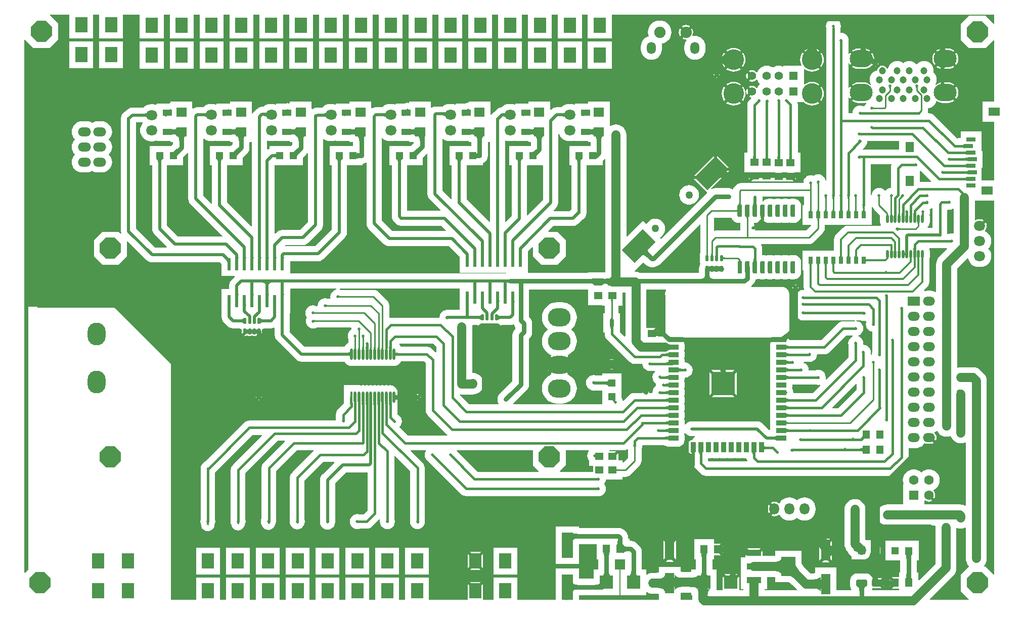
<source format=gtl>
G04 Layer_Physical_Order=1*
G04 Layer_Color=255*
%FSTAX24Y24*%
%MOIN*%
G70*
G01*
G75*
%ADD10R,0.0591X0.0315*%
%ADD11R,0.0748X0.0551*%
%ADD12R,0.0551X0.0709*%
%ADD13R,0.0236X0.0787*%
%ADD14R,0.0550X0.0500*%
%ADD15R,0.0500X0.0500*%
%ADD16R,0.0500X0.0500*%
%ADD17R,0.0630X0.1378*%
%ADD18R,0.0500X0.0550*%
%ADD19R,0.0906X0.0906*%
G04:AMPARAMS|DCode=20|XSize=37.4mil|YSize=19.7mil|CornerRadius=2.5mil|HoleSize=0mil|Usage=FLASHONLY|Rotation=90.000|XOffset=0mil|YOffset=0mil|HoleType=Round|Shape=RoundedRectangle|*
%AMROUNDEDRECTD20*
21,1,0.0374,0.0148,0,0,90.0*
21,1,0.0325,0.0197,0,0,90.0*
1,1,0.0049,0.0074,0.0162*
1,1,0.0049,0.0074,-0.0162*
1,1,0.0049,-0.0074,-0.0162*
1,1,0.0049,-0.0074,0.0162*
%
%ADD20ROUNDEDRECTD20*%
%ADD21R,0.0600X0.0394*%
%ADD22R,0.0600X0.0394*%
%ADD23R,0.0650X0.0600*%
G04:AMPARAMS|DCode=24|XSize=118.1mil|YSize=196.9mil|CornerRadius=0mil|HoleSize=0mil|Usage=FLASHONLY|Rotation=315.000|XOffset=0mil|YOffset=0mil|HoleType=Round|Shape=Rectangle|*
%AMROTATEDRECTD24*
4,1,4,-0.1114,-0.0278,0.0278,0.1114,0.1114,0.0278,-0.0278,-0.1114,-0.1114,-0.0278,0.0*
%
%ADD24ROTATEDRECTD24*%

%ADD25R,0.0748X0.1654*%
G04:AMPARAMS|DCode=26|XSize=70.9mil|YSize=47.2mil|CornerRadius=5.9mil|HoleSize=0mil|Usage=FLASHONLY|Rotation=0.000|XOffset=0mil|YOffset=0mil|HoleType=Round|Shape=RoundedRectangle|*
%AMROUNDEDRECTD26*
21,1,0.0709,0.0354,0,0,0.0*
21,1,0.0591,0.0472,0,0,0.0*
1,1,0.0118,0.0295,-0.0177*
1,1,0.0118,-0.0295,-0.0177*
1,1,0.0118,-0.0295,0.0177*
1,1,0.0118,0.0295,0.0177*
%
%ADD26ROUNDEDRECTD26*%
%ADD27R,0.1580X0.1580*%
G04:AMPARAMS|DCode=28|XSize=67mil|YSize=36mil|CornerRadius=4mil|HoleSize=0mil|Usage=FLASHONLY|Rotation=0.000|XOffset=0mil|YOffset=0mil|HoleType=Round|Shape=RoundedRectangle|*
%AMROUNDEDRECTD28*
21,1,0.0670,0.0281,0,0,0.0*
21,1,0.0591,0.0360,0,0,0.0*
1,1,0.0079,0.0295,-0.0140*
1,1,0.0079,-0.0295,-0.0140*
1,1,0.0079,-0.0295,0.0140*
1,1,0.0079,0.0295,0.0140*
%
%ADD28ROUNDEDRECTD28*%
G04:AMPARAMS|DCode=29|XSize=67mil|YSize=36mil|CornerRadius=4mil|HoleSize=0mil|Usage=FLASHONLY|Rotation=90.000|XOffset=0mil|YOffset=0mil|HoleType=Round|Shape=RoundedRectangle|*
%AMROUNDEDRECTD29*
21,1,0.0670,0.0281,0,0,90.0*
21,1,0.0591,0.0360,0,0,90.0*
1,1,0.0079,0.0140,0.0295*
1,1,0.0079,0.0140,-0.0295*
1,1,0.0079,-0.0140,-0.0295*
1,1,0.0079,-0.0140,0.0295*
%
%ADD29ROUNDEDRECTD29*%
%ADD30R,0.0945X0.0394*%
%ADD31R,0.0945X0.1299*%
%ADD32R,0.0315X0.0472*%
G04:AMPARAMS|DCode=33|XSize=30mil|YSize=80mil|CornerRadius=7.5mil|HoleSize=0mil|Usage=FLASHONLY|Rotation=180.000|XOffset=0mil|YOffset=0mil|HoleType=Round|Shape=RoundedRectangle|*
%AMROUNDEDRECTD33*
21,1,0.0300,0.0650,0,0,180.0*
21,1,0.0150,0.0800,0,0,180.0*
1,1,0.0150,-0.0075,0.0325*
1,1,0.0150,0.0075,0.0325*
1,1,0.0150,0.0075,-0.0325*
1,1,0.0150,-0.0075,-0.0325*
%
%ADD33ROUNDEDRECTD33*%
%ADD34R,0.0300X0.0800*%
%ADD35R,0.0299X0.0500*%
%ADD36O,0.0177X0.0551*%
%ADD37O,0.0180X0.0770*%
%ADD38R,0.0180X0.0770*%
%ADD39C,0.0157*%
%ADD40C,0.0100*%
%ADD41C,0.0591*%
%ADD42C,0.0118*%
%ADD43C,0.0200*%
%ADD44C,0.0197*%
%ADD45C,0.0300*%
%ADD46C,0.0315*%
%ADD47P,0.1492X8X22.5*%
%ADD48O,0.0750X0.0650*%
%ADD49O,0.0650X0.0750*%
%ADD50C,0.0630*%
%ADD51R,0.0630X0.0630*%
%ADD52O,0.1200X0.1500*%
%ADD53O,0.1500X0.1200*%
%ADD54P,0.1492X8X22.5*%
%ADD55R,0.0787X0.0984*%
%ADD56O,0.0787X0.0591*%
%ADD57R,0.0787X0.0591*%
%ADD58O,0.0860X0.0600*%
%ADD59C,0.0750*%
%ADD60O,0.0591X0.0787*%
%ADD61C,0.0472*%
%ADD62O,0.1516X0.1142*%
%ADD63C,0.1358*%
%ADD64R,0.0559X0.0559*%
%ADD65C,0.0559*%
%ADD66C,0.0197*%
%ADD67C,0.0500*%
G36*
X20797Y16951D02*
X20797D01*
X20797Y16951D01*
X207932Y169508D01*
X207898Y169502D01*
X207868Y169492D01*
X207842Y169478D01*
X20782Y16946D01*
X207802Y169438D01*
X207788Y169412D01*
X207778Y169382D01*
X207772Y169348D01*
X20777Y16931D01*
X20757D01*
Y16931D01*
X20757D01*
X207568Y169348D01*
X207562Y169382D01*
X207552Y169412D01*
X207538Y169438D01*
X20752Y16946D01*
X207498Y169478D01*
X207472Y169492D01*
X207442Y169502D01*
X207408Y169508D01*
X20737Y16951D01*
X20737Y16951D01*
X20737D01*
X20767Y16971D01*
X20797Y16951D01*
D02*
G37*
G36*
X253728Y15332D02*
Y15131D01*
X253741Y151175D01*
X25378Y151045D01*
X253844Y150925D01*
X253923Y15083D01*
X253929Y150815D01*
X253919Y150765D01*
X2534Y150246D01*
Y149163D01*
X253936Y148628D01*
X253928Y148578D01*
X251367D01*
X251348Y148624D01*
X25291Y150186D01*
X252996Y150291D01*
X25306Y15041D01*
X253099Y15054D01*
X253112Y150675D01*
Y153308D01*
X253162Y153335D01*
X253275Y153301D01*
X25341Y153288D01*
X253545Y153301D01*
X253675Y15334D01*
X253685Y153346D01*
X253728Y15332D01*
D02*
G37*
G36*
X229226Y169311D02*
X229223Y169339D01*
X229214Y169365D01*
X229199Y169387D01*
X229178Y169406D01*
X229151Y169423D01*
X229118Y169436D01*
X229079Y169447D01*
X229034Y169454D01*
X228983Y169459D01*
X228926Y16946D01*
Y16976D01*
X228983Y16976D01*
X229151Y169772D01*
X229178Y169778D01*
X229199Y169784D01*
X229214Y169791D01*
X229223Y1698D01*
X229226Y169809D01*
Y169311D01*
D02*
G37*
G36*
X22361Y16949D02*
X223603Y169494D01*
X223595Y169497D01*
X223583Y1695D01*
X22357Y169503D01*
X223536Y169507D01*
X223493Y169509D01*
X22344Y16951D01*
Y16971D01*
X223468Y16971D01*
X22357Y169717D01*
X223583Y16972D01*
X223595Y169723D01*
X223603Y169726D01*
X22361Y16973D01*
Y16949D01*
D02*
G37*
G36*
X236831Y170003D02*
X23684Y169952D01*
X236855Y169907D01*
X236876Y169868D01*
X236903Y169835D01*
X236936Y169808D01*
X236975Y169787D01*
X23702Y169772D01*
X237071Y169763D01*
X237128Y16976D01*
X236678Y16946D01*
X236228Y16976D01*
X236285Y169763D01*
X236336Y169772D01*
X236381Y169787D01*
X23642Y169808D01*
X236453Y169835D01*
X23648Y169868D01*
X236501Y169907D01*
X236516Y169952D01*
X236525Y170003D01*
X236528Y17006D01*
X236828D01*
X236831Y170003D01*
D02*
G37*
G36*
X22146Y169064D02*
X221471Y16891D01*
X221474Y168904D01*
X221477Y168902D01*
X221243D01*
X221246Y168904D01*
X221249Y16891D01*
X221252Y16892D01*
X221254Y168934D01*
X221256Y168952D01*
X221259Y16903D01*
X22126Y169102D01*
X22146D01*
X22146Y169064D01*
D02*
G37*
G36*
X252498Y171737D02*
X25197Y17121D01*
X251884Y171105D01*
X25182Y170985D01*
X251781Y170855D01*
X251768Y17072D01*
Y168912D01*
X251725Y168887D01*
X251663Y16892D01*
X251533Y168959D01*
X251398Y168972D01*
X251202D01*
X251095Y168962D01*
X251087Y168969D01*
Y168969D01*
X25099D01*
X250971Y169015D01*
X251184Y169229D01*
X251184Y169229D01*
X251257Y169323D01*
X251303Y169433D01*
X251318Y169552D01*
X251318Y169552D01*
Y171037D01*
X251319Y171043D01*
X251327Y171065D01*
X251328Y171066D01*
X251328Y171067D01*
X251328Y171068D01*
X251331Y171076D01*
X251348Y171202D01*
Y171576D01*
X251331Y171701D01*
X251315Y171742D01*
X251342Y171783D01*
X252479D01*
X252498Y171737D01*
D02*
G37*
G36*
X22246Y169064D02*
X222471Y16891D01*
X222474Y168904D01*
X222477Y168902D01*
X222243D01*
X222246Y168904D01*
X222249Y16891D01*
X222252Y16892D01*
X222254Y168934D01*
X222256Y168952D01*
X222259Y16903D01*
X22226Y169102D01*
X22246D01*
X22246Y169064D01*
D02*
G37*
G36*
X203818Y153696D02*
X203817Y15369D01*
X203815Y153682D01*
X203815Y15368D01*
X203829D01*
X203825Y153676D01*
X203822Y153671D01*
X203819Y153665D01*
X203817Y153659D01*
X203815Y153652D01*
X203813Y153644D01*
X203812Y153636D01*
X203811Y153634D01*
X20381Y15356D01*
X20371D01*
X20371Y153584D01*
X203706Y153649D01*
X203705Y153652D01*
X203703Y153659D01*
X203701Y153665D01*
X203698Y153671D01*
X203695Y153676D01*
X203691Y15368D01*
X203704D01*
X203703Y15369D01*
X203702Y153696D01*
X2037Y153699D01*
X20382D01*
X203818Y153696D01*
D02*
G37*
G36*
X22346Y169064D02*
X223471Y16891D01*
X223474Y168904D01*
X223477Y168902D01*
X223243D01*
X223246Y168904D01*
X223249Y16891D01*
X223252Y16892D01*
X223254Y168934D01*
X223256Y168952D01*
X223259Y16903D01*
X22326Y169102D01*
X22346D01*
X22346Y169064D01*
D02*
G37*
G36*
X230716Y169808D02*
X230743Y169798D01*
X230781Y169789D01*
X230829Y169781D01*
X230956Y169769D01*
X231225Y169761D01*
X231335Y16976D01*
Y16946D01*
X231225Y169459D01*
X230792Y169432D01*
X230769Y169422D01*
X230742Y169406D01*
X230721Y169387D01*
X230706Y169364D01*
X230697Y169338D01*
X230694Y16931D01*
Y169789D01*
X230697Y169783D01*
X230699Y169782D01*
Y169819D01*
X230716Y169808D01*
D02*
G37*
G36*
X243597Y170731D02*
X243587Y170728D01*
X243578Y170722D01*
X24357Y170713D01*
X243564Y170703D01*
X243559Y170689D01*
X243554Y170674D01*
X243551Y170656D01*
X24355Y170636D01*
X243549Y170613D01*
X243431D01*
X24343Y170636D01*
X243429Y170656D01*
X243426Y170674D01*
X243421Y170689D01*
X243416Y170703D01*
X24341Y170713D01*
X243402Y170722D01*
X243393Y170728D01*
X243383Y170731D01*
X243372Y170732D01*
X243608D01*
X243597Y170731D01*
D02*
G37*
G36*
X237531Y170568D02*
X237582Y170566D01*
X237622Y170566D01*
Y170266D01*
X237582Y170265D01*
X237531Y170262D01*
Y170235D01*
X237526Y170241D01*
X237518Y170246D01*
X237505Y170251D01*
X237489Y170255D01*
X237469Y170258D01*
X237466Y170258D01*
X237461Y170258D01*
X237441Y170255D01*
X237425Y170251D01*
X237412Y170246D01*
X237404Y170241D01*
X237399Y170235D01*
Y170264D01*
X237348Y170265D01*
X237307Y170266D01*
X237267Y170265D01*
X237216Y170262D01*
Y170235D01*
X237211Y170241D01*
X237203Y170246D01*
X23719Y170251D01*
X237174Y170255D01*
X237154Y170258D01*
X237151Y170258D01*
X237146Y170258D01*
X237126Y170255D01*
X23711Y170251D01*
X237097Y170246D01*
X237089Y170241D01*
X237084Y170235D01*
Y170264D01*
X237033Y170265D01*
X236993Y170266D01*
X236952Y170265D01*
X236901Y170262D01*
Y170235D01*
X236896Y170241D01*
X236888Y170246D01*
X236875Y170251D01*
X236859Y170255D01*
X236839Y170258D01*
X236836Y170258D01*
X236831Y170258D01*
X236811Y170255D01*
X236795Y170251D01*
X236782Y170246D01*
X236774Y170241D01*
X236769Y170235D01*
Y170264D01*
X236718Y170265D01*
X236678Y170266D01*
Y170566D01*
X236718Y170566D01*
X236769Y170569D01*
Y170596D01*
X236774Y17059D01*
X236782Y170585D01*
X236795Y170581D01*
X236811Y170577D01*
X236831Y170573D01*
X236834Y170573D01*
X236839Y170573D01*
X236859Y170577D01*
X236875Y170581D01*
X236888Y170585D01*
X236896Y17059D01*
X236901Y170596D01*
Y170568D01*
X236952Y170566D01*
X236993Y170566D01*
X237033Y170566D01*
X237084Y170569D01*
Y170596D01*
X237089Y17059D01*
X237097Y170585D01*
X23711Y170581D01*
X237126Y170577D01*
X237146Y170573D01*
X237149Y170573D01*
X237154Y170573D01*
X237174Y170577D01*
X23719Y170581D01*
X237203Y170585D01*
X237211Y17059D01*
X237216Y170596D01*
Y170568D01*
X237267Y170566D01*
X237307Y170566D01*
X237348Y170566D01*
X237399Y170569D01*
Y170596D01*
X237404Y17059D01*
X237412Y170585D01*
X237425Y170581D01*
X237441Y170577D01*
X237461Y170573D01*
X237464Y170573D01*
X237469Y170573D01*
X237489Y170577D01*
X237505Y170581D01*
X237518Y170585D01*
X237526Y17059D01*
X237531Y170596D01*
Y170568D01*
D02*
G37*
G36*
X244097Y170731D02*
X244087Y170728D01*
X244078Y170722D01*
X24407Y170713D01*
X244064Y170703D01*
X244058Y170689D01*
X244054Y170674D01*
X244051Y170656D01*
X24405Y170636D01*
X244049Y170613D01*
X243931D01*
X24393Y170636D01*
X243929Y170656D01*
X243926Y170674D01*
X243922Y170689D01*
X243916Y170703D01*
X24391Y170713D01*
X243902Y170722D01*
X243893Y170728D01*
X243883Y170731D01*
X243872Y170732D01*
X244108D01*
X244097Y170731D01*
D02*
G37*
G36*
X245097D02*
X245087Y170728D01*
X245078Y170722D01*
X24507Y170713D01*
X245064Y170703D01*
X245058Y170689D01*
X245054Y170674D01*
X245051Y170656D01*
X24505Y170636D01*
X245049Y170613D01*
X244931D01*
X24493Y170636D01*
X244929Y170656D01*
X244926Y170674D01*
X244921Y170689D01*
X244916Y170703D01*
X24491Y170713D01*
X244902Y170722D01*
X244893Y170728D01*
X244883Y170731D01*
X244872Y170732D01*
X245108D01*
X245097Y170731D01*
D02*
G37*
G36*
X244587D02*
X244577Y170728D01*
X244568Y170722D01*
X24456Y170713D01*
X244554Y170703D01*
X244548Y170689D01*
X244544Y170674D01*
X244541Y170656D01*
X24454Y170636D01*
X244539Y170613D01*
X244421D01*
X24442Y170636D01*
X244419Y170656D01*
X244416Y170674D01*
X244412Y170689D01*
X244406Y170703D01*
X2444Y170713D01*
X244392Y170722D01*
X244383Y170728D01*
X244373Y170731D01*
X244362Y170732D01*
X244598D01*
X244587Y170731D01*
D02*
G37*
G36*
X24846Y170162D02*
X248405Y170108D01*
X248342Y170111D01*
X248311Y170229D01*
X248322Y170229D01*
X248341Y17023D01*
X248349Y170231D01*
X248356Y170233D01*
X248362Y170234D01*
X248367Y170236D01*
X248372Y170238D01*
X248375Y17024D01*
X248377Y170243D01*
X24846Y170162D01*
D02*
G37*
G36*
X230281Y169401D02*
X230264Y169412D01*
X230237Y169422D01*
X230199Y169431D01*
X230151Y169439D01*
X230147Y169439D01*
X230147Y16931D01*
X230144Y169338D01*
X230135Y169364D01*
X23012Y169387D01*
X230099Y169406D01*
X230072Y169422D01*
X230039Y169436D01*
X23Y169447D01*
X229963Y169453D01*
X229958Y169453D01*
X229921Y169447D01*
X229882Y169436D01*
X229849Y169423D01*
X229822Y169406D01*
X229801Y169387D01*
X229786Y169365D01*
X229777Y169339D01*
X229774Y169311D01*
Y169459D01*
X229755Y169459D01*
X229645Y16946D01*
Y16976D01*
X229755Y169761D01*
X229774Y169762D01*
Y169809D01*
X229777Y1698D01*
X229786Y169791D01*
X229801Y169784D01*
X229822Y169778D01*
X229849Y169772D01*
X229878Y169768D01*
X230144Y169785D01*
X230146Y169789D01*
X230146Y169785D01*
X230199Y169789D01*
X230237Y169798D01*
X230264Y169808D01*
X230281Y169819D01*
Y169401D01*
D02*
G37*
G36*
X248545Y17024D02*
X248548Y170238D01*
X248553Y170236D01*
X248558Y170234D01*
X248564Y170233D01*
X248571Y170231D01*
X248579Y17023D01*
X248598Y170229D01*
X248609Y170229D01*
X248578Y170111D01*
X248515Y170108D01*
X24846Y170162D01*
X248543Y170243D01*
X248545Y17024D01*
D02*
G37*
G36*
X23623Y173348D02*
Y171478D01*
X236212Y171433D01*
X236206Y171422D01*
X236206Y17142D01*
X236196Y171396D01*
X236182Y171287D01*
Y170962D01*
X236196Y170853D01*
X23623Y17077D01*
X236196Y170687D01*
X236194Y170668D01*
X236148Y170558D01*
X236129Y170416D01*
Y170158D01*
X232245D01*
X232205Y17018D01*
X232075Y170219D01*
X23194Y170232D01*
X231931D01*
X23191Y170282D01*
X232472Y170845D01*
X23262Y170697D01*
X232735Y170609D01*
X232869Y170553D01*
X233013Y170534D01*
X23312D01*
X233264Y170553D01*
X233398Y170609D01*
X233513Y170697D01*
X236184Y173368D01*
X23623Y173348D01*
D02*
G37*
G36*
X23988Y170588D02*
X239878Y170584D01*
X239876Y17058D01*
X239874Y170574D01*
X239873Y170568D01*
X239872Y170562D01*
X23987Y170547D01*
X23987Y170539D01*
X23987Y17053D01*
X23977D01*
X23977Y170539D01*
X239768Y170562D01*
X239767Y170568D01*
X239766Y170574D01*
X239764Y17058D01*
X239762Y170584D01*
X23976Y170588D01*
X239758Y170592D01*
X239882D01*
X23988Y170588D01*
D02*
G37*
G36*
X207284Y167895D02*
X207281Y167889D01*
X207278Y167879D01*
X207276Y167865D01*
X207274Y167847D01*
X207271Y167769D01*
X20727Y167697D01*
X20707D01*
X20707Y167735D01*
X207059Y167889D01*
X207056Y167895D01*
X207053Y167897D01*
X207287D01*
X207284Y167895D01*
D02*
G37*
G36*
X206284D02*
X206281Y167889D01*
X206278Y167879D01*
X206276Y167865D01*
X206274Y167847D01*
X206271Y167769D01*
X20627Y167697D01*
X20607D01*
X20607Y167735D01*
X206059Y167889D01*
X206056Y167895D01*
X206053Y167897D01*
X206287D01*
X206284Y167895D01*
D02*
G37*
G36*
X208284D02*
X208281Y167889D01*
X208278Y167879D01*
X208276Y167865D01*
X208274Y167847D01*
X208271Y167769D01*
X20827Y167697D01*
X20807D01*
X20807Y167735D01*
X208059Y167889D01*
X208056Y167895D01*
X208053Y167897D01*
X208287D01*
X208284Y167895D01*
D02*
G37*
G36*
X220974Y168115D02*
X220971Y168109D01*
X220968Y168099D01*
X220966Y168085D01*
X220964Y168067D01*
X220961Y167989D01*
X22096Y167917D01*
X22076D01*
X22076Y167955D01*
X220749Y168109D01*
X220746Y168115D01*
X220743Y168117D01*
X220977D01*
X220974Y168115D01*
D02*
G37*
G36*
X208784Y167895D02*
X208781Y167889D01*
X208778Y167879D01*
X208776Y167865D01*
X208774Y167847D01*
X208771Y167769D01*
X20877Y167697D01*
X20857D01*
X20857Y167735D01*
X208559Y167889D01*
X208556Y167895D01*
X208553Y167897D01*
X208787D01*
X208784Y167895D01*
D02*
G37*
G36*
X230441Y167184D02*
X230442Y167167D01*
X230445Y167151D01*
X230448Y167138D01*
X230452Y167127D01*
X230458Y167118D01*
X230464Y167111D01*
X230472Y167106D01*
X23048Y167103D01*
X23049Y167102D01*
X23029D01*
X230299Y167103D01*
X230308Y167106D01*
X230315Y167111D01*
X230322Y167118D01*
X230327Y167127D01*
X230332Y167138D01*
X230336Y167151D01*
X230338Y167167D01*
X23034Y167184D01*
X23034Y167203D01*
X23044D01*
X230441Y167184D01*
D02*
G37*
G36*
X222902Y167379D02*
X222913Y167366D01*
X222927Y167354D01*
X222943Y167343D01*
X222963Y167334D01*
X222985Y167327D01*
X22301Y167322D01*
X223038Y167318D01*
X223068Y167315D01*
X223102Y167314D01*
Y167114D01*
X223068Y167114D01*
X223038Y167111D01*
X22301Y167107D01*
X222985Y167101D01*
X222963Y167094D01*
X222943Y167085D01*
X222927Y167075D01*
X222913Y167063D01*
X222902Y167049D01*
X222894Y167034D01*
Y167395D01*
X222902Y167379D01*
D02*
G37*
G36*
X220348Y168142D02*
X220346Y16813D01*
X220347Y168124D01*
X220346Y168117D01*
X220348Y1681D01*
Y167722D01*
X220302Y167712D01*
X21953D01*
X219401Y167695D01*
X219281Y167646D01*
X219178Y167566D01*
X219099Y167463D01*
X219049Y167343D01*
X219032Y167214D01*
X218984Y167197D01*
X21583D01*
X215755Y167187D01*
X215717Y16722D01*
Y16799D01*
X215702Y168106D01*
X215657Y168214D01*
X215586Y168306D01*
X214986Y168906D01*
X214894Y168978D01*
X214786Y169022D01*
X21467Y169038D01*
X214594Y169028D01*
X212546D01*
X212468Y169059D01*
X212449Y169062D01*
X212452Y169112D01*
X220348D01*
Y168142D01*
D02*
G37*
G36*
X205284Y167895D02*
X205281Y167889D01*
X205278Y167879D01*
X205276Y167865D01*
X205274Y167847D01*
X205271Y167769D01*
X20527Y167697D01*
X20507D01*
X20507Y167735D01*
X205059Y167889D01*
X205056Y167895D01*
X205053Y167897D01*
X205287D01*
X205284Y167895D01*
D02*
G37*
G36*
X210764Y167575D02*
X210769Y167572D01*
X210775Y167569D01*
X210781Y167567D01*
X210788Y167565D01*
X210796Y167563D01*
X210804Y167562D01*
X210813Y167561D01*
X210834Y16756D01*
Y16746D01*
X210823Y16746D01*
X210804Y167458D01*
X210796Y167457D01*
X210788Y167455D01*
X210781Y167453D01*
X210775Y167451D01*
X210769Y167448D01*
X210764Y167445D01*
X21076Y167441D01*
Y167579D01*
X210764Y167575D01*
D02*
G37*
G36*
X221974Y168115D02*
X221971Y168109D01*
X221968Y168099D01*
X221966Y168085D01*
X221964Y168067D01*
X221961Y167989D01*
X22196Y167917D01*
X22176D01*
X22176Y167955D01*
X221749Y168109D01*
X221746Y168115D01*
X221743Y168117D01*
X221977D01*
X221974Y168115D01*
D02*
G37*
G36*
X20577Y168844D02*
X205781Y16869D01*
X205784Y168684D01*
X205787Y168682D01*
X205553D01*
X205556Y168684D01*
X205559Y16869D01*
X205562Y1687D01*
X205564Y168714D01*
X205566Y168732D01*
X205569Y16881D01*
X20557Y168882D01*
X20577D01*
X20577Y168844D01*
D02*
G37*
G36*
X212414Y168645D02*
X212419Y168642D01*
X212425Y168639D01*
X212431Y168637D01*
X212438Y168635D01*
X212446Y168633D01*
X212454Y168632D01*
X212463Y168631D01*
X212484Y16863D01*
Y16853D01*
X212473Y16853D01*
X212454Y168528D01*
X212446Y168527D01*
X212438Y168525D01*
X212431Y168523D01*
X212425Y168521D01*
X212419Y168518D01*
X212414Y168515D01*
X21241Y168511D01*
Y168649D01*
X212414Y168645D01*
D02*
G37*
G36*
X20677Y168844D02*
X206781Y16869D01*
X206784Y168684D01*
X206787Y168682D01*
X206553D01*
X206556Y168684D01*
X206559Y16869D01*
X206562Y1687D01*
X206564Y168714D01*
X206566Y168732D01*
X206569Y16881D01*
X20657Y168882D01*
X20677D01*
X20677Y168844D01*
D02*
G37*
G36*
X20877D02*
X208781Y16869D01*
X208784Y168684D01*
X208787Y168682D01*
X208553D01*
X208556Y168684D01*
X208559Y16869D01*
X208562Y1687D01*
X208564Y168714D01*
X208566Y168732D01*
X208569Y16881D01*
X20857Y168882D01*
X20877D01*
X20877Y168844D01*
D02*
G37*
G36*
X20777D02*
X207781Y16869D01*
X207784Y168684D01*
X207787Y168682D01*
X207553D01*
X207556Y168684D01*
X207559Y16869D01*
X207562Y1687D01*
X207564Y168714D01*
X207566Y168732D01*
X207569Y16881D01*
X20757Y168882D01*
X20777D01*
X20777Y168844D01*
D02*
G37*
G36*
X223974Y168115D02*
X223971Y168109D01*
X223968Y168099D01*
X223966Y168085D01*
X223964Y168067D01*
X223961Y167989D01*
X22396Y167917D01*
X22376D01*
X22376Y167955D01*
X223749Y168109D01*
X223746Y168115D01*
X223743Y168117D01*
X223977D01*
X223974Y168115D01*
D02*
G37*
G36*
X222974D02*
X222971Y168109D01*
X222968Y168099D01*
X222966Y168085D01*
X222964Y168067D01*
X222961Y167989D01*
X22296Y167917D01*
X22276D01*
X22276Y167955D01*
X222749Y168109D01*
X222746Y168115D01*
X222743Y168117D01*
X222977D01*
X222974Y168115D01*
D02*
G37*
G36*
X211567Y168063D02*
X211572Y16806D01*
X211578Y168058D01*
X211584Y168056D01*
X211591Y168054D01*
X211599Y168053D01*
X211616Y168051D01*
X211626Y16805D01*
X211637Y16805D01*
X211649Y16795D01*
X211638Y16795D01*
X211619Y167948D01*
X211611Y167947D01*
X211603Y167945D01*
X211597Y167942D01*
X211591Y16794D01*
X211585Y167936D01*
X211581Y167933D01*
X211577Y167929D01*
X211563Y168066D01*
X211567Y168063D01*
D02*
G37*
G36*
X212231Y169062D02*
X212212Y169059D01*
X212092Y16901D01*
X211989Y168931D01*
X21191Y168828D01*
X211861Y168708D01*
X211844Y16858D01*
X211854Y168498D01*
X211811Y168448D01*
X211681D01*
X211628Y168469D01*
X2115Y168486D01*
X211372Y168469D01*
X211252Y16842D01*
X211149Y168341D01*
X21107Y168238D01*
X211021Y168118D01*
X211004Y16799D01*
X210975Y167958D01*
X210896D01*
X210818Y167989D01*
X21069Y168006D01*
X210562Y167989D01*
X210442Y16794D01*
X210339Y167861D01*
X21026Y167758D01*
X210211Y167638D01*
X210194Y16751D01*
X210211Y167382D01*
X21026Y167262D01*
X210287Y167227D01*
X21028Y167218D01*
X210231Y167098D01*
X210214Y16697D01*
X210231Y166842D01*
X21028Y166722D01*
X210359Y166619D01*
X210462Y16654D01*
X210582Y166491D01*
X21071Y166474D01*
X210838Y166491D01*
X210958Y16654D01*
X210967Y166547D01*
X213211D01*
X213244Y166509D01*
X213238Y166466D01*
X213242Y166436D01*
X21323Y166431D01*
X213127Y166353D01*
X213049Y16625D01*
X212999Y16613D01*
X212982Y166002D01*
X212999Y165873D01*
X213031Y165796D01*
Y165536D01*
X212979Y165515D01*
X212878Y165437D01*
X2128Y165336D01*
X212783Y165295D01*
X210139D01*
X209168Y166266D01*
Y167502D01*
X209182D01*
Y16788D01*
X209184Y167897D01*
X209183Y167904D01*
X209184Y16791D01*
X209182Y167922D01*
Y168657D01*
X209184Y168669D01*
X209183Y168675D01*
X209184Y168682D01*
X209182Y168699D01*
Y169077D01*
X209217Y169112D01*
X212228D01*
X212231Y169062D01*
D02*
G37*
G36*
X23048Y168391D02*
X230472Y168388D01*
X230464Y168383D01*
X230458Y168376D01*
X230452Y168367D01*
X230448Y168356D01*
X230445Y168343D01*
X230442Y168328D01*
X230441Y16831D01*
X23044Y168291D01*
X23034D01*
X23034Y16831D01*
X230338Y168328D01*
X230336Y168343D01*
X230332Y168356D01*
X230327Y168367D01*
X230322Y168376D01*
X230315Y168383D01*
X230308Y168388D01*
X230299Y168391D01*
X23029Y168392D01*
X23049D01*
X23048Y168391D01*
D02*
G37*
G36*
X205031Y171222D02*
X205109Y171155D01*
X205142Y171132D01*
X205172Y171114D01*
X205199Y171103D01*
X205222Y171098D01*
X205241Y1711D01*
X205257Y171108D01*
X20527Y171122D01*
X205054Y170774D01*
X205063Y170792D01*
X205066Y170813D01*
X205064Y170836D01*
X205057Y170861D01*
X205045Y170888D01*
X205029Y170917D01*
X205007Y170949D01*
X20498Y170983D01*
X204948Y171019D01*
X204912Y171057D01*
X204987Y171264D01*
X205031Y171222D01*
D02*
G37*
G36*
X22396Y171505D02*
X223971Y171351D01*
X223974Y171345D01*
X223977Y171343D01*
X223743D01*
X223746Y171345D01*
X223749Y171351D01*
X223752Y171361D01*
X223754Y171375D01*
X223756Y171393D01*
X223759Y171471D01*
X22376Y171543D01*
X22396D01*
X22396Y171505D01*
D02*
G37*
G36*
X22346D02*
X223471Y171351D01*
X223474Y171345D01*
X223477Y171343D01*
X223243D01*
X223246Y171345D01*
X223249Y171351D01*
X223252Y171361D01*
X223254Y171375D01*
X223256Y171393D01*
X223259Y171471D01*
X22326Y171543D01*
X22346D01*
X22346Y171505D01*
D02*
G37*
G36*
X22446D02*
X224471Y171351D01*
X224474Y171345D01*
X224477Y171343D01*
X224243D01*
X224246Y171345D01*
X224249Y171351D01*
X224252Y171361D01*
X224254Y171375D01*
X224256Y171393D01*
X224259Y171471D01*
X22426Y171543D01*
X22446D01*
X22446Y171505D01*
D02*
G37*
G36*
X248874Y171737D02*
X248879Y171665D01*
X248882Y17165D01*
X248885Y171638D01*
X248888Y171627D01*
X248892Y171617D01*
X248897Y17161D01*
X248732D01*
X248736Y171617D01*
X24874Y171627D01*
X248744Y171638D01*
X248747Y17165D01*
X248749Y171665D01*
X248753Y171698D01*
X248755Y171737D01*
X248755Y171759D01*
X248873D01*
X248874Y171737D01*
D02*
G37*
G36*
X24975Y171457D02*
X24976Y171457D01*
X249768Y17146D01*
X249773Y171462D01*
Y171448D01*
X249789Y171448D01*
Y17133D01*
X249773Y171329D01*
Y171315D01*
X249768Y171317D01*
X24976Y17132D01*
X24975Y171322D01*
Y17127D01*
X249749Y171282D01*
X249745Y171292D01*
X249739Y171301D01*
X249731Y171308D01*
X24972Y171315D01*
X24971Y171319D01*
X2497Y171315D01*
X249689Y171308D01*
X249681Y171301D01*
X249675Y171292D01*
X249671Y171282D01*
X24967Y17127D01*
Y171327D01*
X249667Y171328D01*
X249582Y17133D01*
Y171448D01*
X249615Y171448D01*
X24967Y171451D01*
Y171507D01*
X249671Y171495D01*
X249675Y171485D01*
X249681Y171477D01*
X249689Y171469D01*
X2497Y171462D01*
X24971Y171458D01*
X24972Y171462D01*
X249731Y171469D01*
X249739Y171477D01*
X249745Y171485D01*
X249749Y171495D01*
X24975Y171507D01*
Y171457D01*
D02*
G37*
G36*
X22146Y171505D02*
X221471Y171351D01*
X221474Y171345D01*
X221477Y171343D01*
X221243D01*
X221246Y171345D01*
X221249Y171351D01*
X221252Y171361D01*
X221254Y171375D01*
X221256Y171393D01*
X221259Y171471D01*
X22126Y171543D01*
X22146D01*
X22146Y171505D01*
D02*
G37*
G36*
X237386Y171438D02*
X237395Y171313D01*
X237397Y171307D01*
X237399Y171305D01*
X237216D01*
X237218Y171307D01*
X23722Y171313D01*
X237222Y171322D01*
X237224Y171333D01*
X237227Y171366D01*
X237229Y171438D01*
X237229Y171468D01*
X237386D01*
X237386Y171438D01*
D02*
G37*
G36*
X22196Y171505D02*
X221971Y171351D01*
X221974Y171345D01*
X221977Y171343D01*
X221743D01*
X221746Y171345D01*
X221749Y171351D01*
X221752Y171361D01*
X221754Y171375D01*
X221756Y171393D01*
X221759Y171471D01*
X22176Y171543D01*
X22196D01*
X22196Y171505D01*
D02*
G37*
G36*
X22296D02*
X222971Y171351D01*
X222974Y171345D01*
X222977Y171343D01*
X222743D01*
X222746Y171345D01*
X222749Y171351D01*
X222752Y171361D01*
X222754Y171375D01*
X222756Y171393D01*
X222759Y171471D01*
X22276Y171543D01*
X22296D01*
X22296Y171505D01*
D02*
G37*
G36*
X22246D02*
X222471Y171351D01*
X222474Y171345D01*
X222477Y171343D01*
X222243D01*
X222246Y171345D01*
X222249Y171351D01*
X222252Y171361D01*
X222254Y171375D01*
X222256Y171393D01*
X222259Y171471D01*
X22226Y171543D01*
X22246D01*
X22246Y171505D01*
D02*
G37*
G36*
X24913Y171737D02*
X249135Y171665D01*
X249138Y17165D01*
X249141Y171638D01*
X249144Y171627D01*
X249148Y171617D01*
X249153Y17161D01*
X248988D01*
X248992Y171617D01*
X248996Y171627D01*
X249Y171638D01*
X249003Y17165D01*
X249005Y171665D01*
X249009Y171698D01*
X249011Y171737D01*
X249011Y171759D01*
X249129D01*
X24913Y171737D01*
D02*
G37*
G36*
X249249Y173127D02*
X249255Y173126D01*
X249261Y173124D01*
X24927Y173123D01*
X249291Y173121D01*
X249333Y17312D01*
X24935Y17312D01*
X249351Y17302D01*
X24934Y17302D01*
X249322Y173018D01*
X249313Y173016D01*
X249306Y173014D01*
X2493Y173011D01*
X249294Y173008D01*
X249289Y173005D01*
X249286Y173001D01*
X249282Y172996D01*
X249246Y173129D01*
X249249Y173127D01*
D02*
G37*
G36*
X210362Y178022D02*
Y173526D01*
X209814Y172978D01*
X20865D01*
X20865Y172978D01*
X208521Y172961D01*
X208401Y172911D01*
X208298Y172832D01*
X208298Y172832D01*
X208214Y172748D01*
X208168Y172768D01*
Y177246D01*
X210027D01*
Y177677D01*
X210027Y177681D01*
X210027Y177689D01*
Y177722D01*
X210027Y177724D01*
X210027Y177724D01*
Y177731D01*
X210079Y177794D01*
X210271Y177985D01*
X210312Y178039D01*
X210362Y178022D01*
D02*
G37*
G36*
X251543Y174423D02*
Y173136D01*
X251222D01*
X25121Y173186D01*
X251283Y173281D01*
X251331Y173399D01*
X251348Y173524D01*
Y173898D01*
X251335Y173994D01*
X251359Y174052D01*
X251376Y17418D01*
X251359Y174308D01*
X251339Y174357D01*
X251418Y17439D01*
X251493Y174448D01*
X251543Y174423D01*
D02*
G37*
G36*
X247622Y174406D02*
X247694Y174314D01*
X248076Y173931D01*
X248072Y173898D01*
Y173524D01*
X248089Y173399D01*
X248122Y173317D01*
X248089Y173267D01*
X24595D01*
X24595Y173267D01*
X245832Y173251D01*
X245722Y173205D01*
X245627Y173133D01*
X245627Y173133D01*
X245167Y172673D01*
X245095Y172578D01*
X245049Y172468D01*
X245033Y17235D01*
X245033Y17235D01*
Y171624D01*
X242947D01*
Y170336D01*
X243033D01*
Y16922D01*
X243033Y16922D01*
X243049Y169102D01*
X243063Y169069D01*
X243028Y169023D01*
X243Y169026D01*
X242872Y169009D01*
X242752Y16896D01*
X242649Y168881D01*
X24257Y168778D01*
X242521Y168658D01*
X242504Y16853D01*
X242521Y168402D01*
X242566Y168293D01*
X242531Y168208D01*
X242514Y16808D01*
X242531Y167952D01*
X24258Y167832D01*
X242603Y167802D01*
X24257Y167758D01*
X242521Y167638D01*
X242504Y16751D01*
X242521Y167382D01*
X24257Y167262D01*
X242649Y167159D01*
X242752Y16708D01*
X242872Y167031D01*
X243Y167014D01*
X243128Y167031D01*
X243136Y167033D01*
X246445D01*
X246448Y166983D01*
X246342Y166969D01*
X246334Y166967D01*
X24564D01*
X245517Y16695D01*
X245402Y166903D01*
X245303Y166827D01*
X244213Y165737D01*
X242119D01*
X242064Y165779D01*
X242039Y165789D01*
X242018Y165852D01*
X242021Y165858D01*
X242028Y165866D01*
X242032Y165876D01*
X242045Y1659D01*
X242045Y1659D01*
X242045Y1659D01*
X242045Y1659D01*
X242052Y165917D01*
X242002Y165857D01*
X241976Y165821D01*
X241953Y165785D01*
X241933Y165749D01*
X241916Y165713D01*
X241902Y165677D01*
X24189Y165641D01*
X241882Y165605D01*
X241435Y165938D01*
X241461Y165924D01*
X241491Y165918D01*
X241524Y16592D01*
X241561Y165929D01*
X241602Y165947D01*
X241646Y165972D01*
X241694Y166005D01*
X241745Y166046D01*
X241801Y166095D01*
X24186Y166152D01*
X242075Y165981D01*
X242078Y165987D01*
X242081Y166013D01*
X242088Y166038D01*
Y166064D01*
X242091Y16609D01*
X242088Y166116D01*
Y166142D01*
X242088Y166144D01*
Y166272D01*
X242091Y168759D01*
X242088Y168785D01*
Y168812D01*
X242081Y168837D01*
X242078Y168862D01*
X242068Y168887D01*
X242061Y168912D01*
X242045Y16895D01*
X242032Y168974D01*
X242028Y168984D01*
X242021Y168992D01*
X241993Y16904D01*
X241993Y16904D01*
X241993Y16904D01*
X241963Y16907D01*
X241963Y16907D01*
X241942Y169092D01*
X24192Y169113D01*
X24192Y169113D01*
X24189Y169143D01*
X24189Y169143D01*
X24189Y169143D01*
X241842Y169171D01*
X241834Y169178D01*
X241824Y169182D01*
X2418Y169195D01*
X2418Y169195D01*
X2418Y169195D01*
X2418Y169195D01*
X241762Y169211D01*
X241737Y169218D01*
X241713Y169228D01*
X241687Y169231D01*
X241662Y169238D01*
X241636D01*
X24161Y169241D01*
X241584Y169238D01*
X241558D01*
X241556Y169238D01*
X241115D01*
X239599Y169238D01*
X23958Y169285D01*
X239708Y169412D01*
X239795Y169526D01*
X23985Y169658D01*
X239859Y169732D01*
X239895D01*
X240017Y169748D01*
X24007Y16977D01*
X240123Y169748D01*
X240245Y169732D01*
X240395D01*
X240517Y169748D01*
X24057Y16977D01*
X240623Y169748D01*
X240745Y169732D01*
X240895D01*
X241017Y169748D01*
X24107Y16977D01*
X241123Y169748D01*
X241245Y169732D01*
X241395D01*
X241517Y169748D01*
X24157Y16977D01*
X241623Y169748D01*
X241745Y169732D01*
X241895D01*
X242017Y169748D01*
X24207Y16977D01*
X242123Y169748D01*
X242245Y169732D01*
X242395D01*
X242517Y169748D01*
X242631Y169795D01*
X242729Y16987D01*
X242804Y169968D01*
X242852Y170082D01*
X242868Y170205D01*
Y170855D01*
X242852Y170977D01*
X242804Y171091D01*
X242729Y171189D01*
X242631Y171264D01*
X242517Y171311D01*
X242395Y171328D01*
X242245D01*
X242123Y171311D01*
X24207Y17129D01*
X242017Y171311D01*
X241895Y171328D01*
X241745D01*
X241623Y171311D01*
X24157Y17129D01*
X241517Y171311D01*
X241395Y171328D01*
X241245D01*
X241123Y171311D01*
X24107Y17129D01*
X241017Y171311D01*
X240895Y171328D01*
X240745D01*
X240623Y171311D01*
X24057Y17129D01*
X240517Y171311D01*
X240395Y171328D01*
X240297D01*
Y17176D01*
X24028Y171883D01*
X240233Y171998D01*
X240225Y172008D01*
X240248Y172052D01*
X24339D01*
X243506Y172068D01*
X243614Y172112D01*
X243706Y172184D01*
X244306Y172784D01*
X244378Y172876D01*
X244422Y172984D01*
X244438Y1731D01*
Y173336D01*
X247533D01*
Y174491D01*
X247583Y174501D01*
X247622Y174406D01*
D02*
G37*
G36*
X20667Y178776D02*
X206672Y178727D01*
Y173258D01*
X206626Y173238D01*
X205029Y174835D01*
Y177246D01*
X206075D01*
Y177707D01*
X206076Y177715D01*
X206075Y177722D01*
Y177749D01*
X206127Y17781D01*
X206339Y178022D01*
X206426Y178136D01*
X206481Y178268D01*
X2065Y17841D01*
Y178741D01*
X206535Y178776D01*
X20667D01*
D02*
G37*
G36*
X250432Y17161D02*
X250267D01*
X250268Y171612D01*
X250269Y171618D01*
X25027Y171638D01*
X250271Y171773D01*
X250429D01*
X250432Y17161D01*
D02*
G37*
G36*
X249389Y171757D02*
X249389Y171734D01*
X249394Y171661D01*
X249396Y171647D01*
X249399Y171635D01*
X249401Y171625D01*
X249405Y171616D01*
X249408Y17161D01*
X249244D01*
X249249Y171619D01*
X249254Y171629D01*
X249258Y17164D01*
X249261Y171654D01*
X249264Y171668D01*
X249269Y171701D01*
X24927Y17172D01*
X249271Y171762D01*
X249389Y171757D01*
D02*
G37*
G36*
X211434Y17897D02*
X211559Y178903D01*
X211695Y178862D01*
X211836Y178848D01*
X211936D01*
X212077Y178862D01*
X21218Y178893D01*
X212212Y17887D01*
Y17887D01*
X213096D01*
Y178776D01*
X213332D01*
Y178534D01*
X211791D01*
Y177246D01*
X211936D01*
Y173031D01*
X210814Y171908D01*
X208869D01*
X208846Y171957D01*
X208866Y171982D01*
X21002D01*
X21002Y171982D01*
X210149Y171999D01*
X210269Y172049D01*
X210372Y172128D01*
X211212Y172968D01*
X211212Y172968D01*
X211291Y173071D01*
X211341Y173191D01*
X211358Y17332D01*
Y178974D01*
X211403Y178995D01*
X211434Y17897D01*
D02*
G37*
G36*
X238336Y173689D02*
X238411Y173591D01*
X238509Y173516D01*
X238623Y173469D01*
X238745Y173452D01*
X238872D01*
Y172948D01*
X23724D01*
X237163Y172937D01*
X237125Y17297D01*
Y173782D01*
X237146Y173803D01*
X238288D01*
X238336Y173689D01*
D02*
G37*
G36*
X202472Y178048D02*
Y17505D01*
X202472Y17505D01*
X202472Y17505D01*
Y17504D01*
X202489Y174911D01*
X202539Y174791D01*
X202618Y174688D01*
X202661Y174655D01*
X204722Y172594D01*
X204702Y172548D01*
X201806D01*
X201078Y173276D01*
Y177246D01*
X202124D01*
Y177707D01*
X202125Y177715D01*
X202124Y177722D01*
Y177749D01*
X202175Y17781D01*
X202408Y178042D01*
X202425Y178064D01*
X202472Y178048D01*
D02*
G37*
G36*
X250939Y17116D02*
X250936Y17115D01*
X250932Y171139D01*
X250929Y171127D01*
X250926Y171113D01*
X250923Y17108D01*
X250921Y17104D01*
X250921Y171018D01*
X250803D01*
X250802Y17104D01*
X250797Y171113D01*
X250794Y171127D01*
X250791Y171139D01*
X250788Y17115D01*
X250784Y17116D01*
X250779Y171167D01*
X250944D01*
X250939Y17116D01*
D02*
G37*
G36*
X250684D02*
X25068Y17115D01*
X250676Y171139D01*
X250673Y171127D01*
X250671Y171113D01*
X250667Y17108D01*
X250665Y17104D01*
X250665Y171018D01*
X250547D01*
X250546Y17104D01*
X250541Y171113D01*
X250538Y171127D01*
X250535Y171139D01*
X250532Y17115D01*
X250528Y17116D01*
X250523Y171167D01*
X250688D01*
X250684Y17116D01*
D02*
G37*
G36*
X237721Y17122D02*
X237724Y171212D01*
X237729Y171204D01*
X237737Y171198D01*
X237746Y171192D01*
X237757Y171188D01*
X23777Y171185D01*
X237785Y171182D01*
X237802Y17118D01*
X237822Y17118D01*
Y17108D01*
X237802Y17108D01*
X237785Y171078D01*
X23777Y171075D01*
X237757Y171072D01*
X237746Y171068D01*
X237737Y171062D01*
X237729Y171056D01*
X237724Y171048D01*
X237721Y17104D01*
X23772Y17103D01*
Y17123D01*
X237721Y17122D01*
D02*
G37*
G36*
X20627Y171285D02*
X206281Y171131D01*
X206284Y171125D01*
X206287Y171123D01*
X206053D01*
X206056Y171125D01*
X206059Y171131D01*
X206062Y171141D01*
X206064Y171155D01*
X206066Y171173D01*
X206069Y171251D01*
X20607Y171323D01*
X20627D01*
X20627Y171285D01*
D02*
G37*
G36*
X20577D02*
X205781Y171131D01*
X205784Y171125D01*
X205787Y171123D01*
X205553D01*
X205556Y171125D01*
X205559Y171131D01*
X205562Y171141D01*
X205564Y171155D01*
X205566Y171173D01*
X205569Y171251D01*
X20557Y171323D01*
X20577D01*
X20577Y171285D01*
D02*
G37*
G36*
X239899Y171059D02*
X239903Y171009D01*
X239907Y170988D01*
X239911Y170969D01*
X239917Y170952D01*
X239923Y170938D01*
X23993Y170926D01*
X239939Y170916D01*
X239948Y170908D01*
X239692D01*
X239701Y170916D01*
X23971Y170926D01*
X239717Y170938D01*
X239723Y170952D01*
X239729Y170969D01*
X239733Y170988D01*
X239737Y171009D01*
X239739Y171033D01*
X239741Y171087D01*
X239899D01*
X239899Y171059D01*
D02*
G37*
G36*
X247138Y171087D02*
X247142Y171077D01*
X247148Y171068D01*
X247156Y17106D01*
X247167Y171054D01*
X24718Y171049D01*
X247196Y171044D01*
X247214Y171041D01*
X247234Y17104D01*
X247257Y171039D01*
Y170921D01*
X247234Y17092D01*
X247214Y170919D01*
X247196Y170916D01*
X24718Y170912D01*
X247167Y170906D01*
X247156Y1709D01*
X247148Y170892D01*
X247142Y170883D01*
X247138Y170873D01*
X247137Y170862D01*
Y171098D01*
X247138Y171087D01*
D02*
G37*
G36*
X23887Y170978D02*
X238873Y170944D01*
X238874Y170938D01*
X238876Y170934D01*
X238877Y170931D01*
X238879Y170929D01*
X238881Y170929D01*
X238759D01*
X238761Y170929D01*
X238763Y170931D01*
X238764Y170934D01*
X238766Y170938D01*
X238767Y170944D01*
X238768Y170951D01*
X23877Y170968D01*
X23877Y17099D01*
X23887D01*
X23887Y170978D01*
D02*
G37*
G36*
X250428Y17116D02*
X250424Y17115D01*
X25042Y171139D01*
X250417Y171127D01*
X250415Y171113D01*
X250411Y17108D01*
X250409Y17104D01*
X250409Y171018D01*
X250291D01*
X25029Y17104D01*
X250285Y171113D01*
X250282Y171127D01*
X250279Y171139D01*
X250276Y17115D01*
X250272Y17116D01*
X250267Y171167D01*
X250432D01*
X250428Y17116D01*
D02*
G37*
G36*
X250172D02*
X250168Y17115D01*
X250164Y171139D01*
X250161Y171127D01*
X250159Y171113D01*
X250155Y17108D01*
X250153Y17104D01*
X250153Y171018D01*
X250035D01*
X250035Y17104D01*
X250029Y171113D01*
X250026Y171127D01*
X250023Y171139D01*
X25002Y17115D01*
X250016Y17116D01*
X250012Y171167D01*
X250176D01*
X250172Y17116D01*
D02*
G37*
G36*
X20677Y171285D02*
X206781Y171131D01*
X206784Y171125D01*
X206787Y171123D01*
X206553D01*
X206556Y171125D01*
X206559Y171131D01*
X206562Y171141D01*
X206564Y171155D01*
X206566Y171173D01*
X206569Y171251D01*
X20657Y171323D01*
X20677D01*
X20677Y171285D01*
D02*
G37*
G36*
X24605Y171324D02*
X246051Y171304D01*
X246054Y171287D01*
X246059Y171271D01*
X246064Y171258D01*
X24607Y171248D01*
X246078Y171239D01*
X246087Y171234D01*
X246097Y17123D01*
X246108Y171229D01*
X245872D01*
X245883Y17123D01*
X245893Y171234D01*
X245902Y171239D01*
X24591Y171248D01*
X245916Y171258D01*
X245921Y171271D01*
X245926Y171287D01*
X245929Y171304D01*
X24593Y171324D01*
X245931Y171347D01*
X246049D01*
X24605Y171324D01*
D02*
G37*
G36*
X24555D02*
X245551Y171304D01*
X245554Y171287D01*
X245558Y171271D01*
X245564Y171258D01*
X24557Y171248D01*
X245578Y171239D01*
X245587Y171234D01*
X245597Y17123D01*
X245608Y171229D01*
X245372D01*
X245383Y17123D01*
X245393Y171234D01*
X245402Y171239D01*
X24541Y171248D01*
X245416Y171258D01*
X245422Y171271D01*
X245426Y171287D01*
X245429Y171304D01*
X24543Y171324D01*
X245431Y171347D01*
X245549D01*
X24555Y171324D01*
D02*
G37*
G36*
X24655D02*
X246551Y171304D01*
X246554Y171287D01*
X246558Y171271D01*
X246564Y171258D01*
X24657Y171248D01*
X246578Y171239D01*
X246587Y171234D01*
X246597Y17123D01*
X246608Y171229D01*
X246372D01*
X246383Y17123D01*
X246393Y171234D01*
X246402Y171239D01*
X24641Y171248D01*
X246416Y171258D01*
X246422Y171271D01*
X246426Y171287D01*
X246429Y171304D01*
X24643Y171324D01*
X246431Y171347D01*
X246549D01*
X24655Y171324D01*
D02*
G37*
G36*
X237043Y171395D02*
X237044Y171379D01*
X237046Y171365D01*
X237049Y171352D01*
X237053Y17134D01*
X237058Y17133D01*
X237063Y171322D01*
X237069Y171314D01*
X237076Y171309D01*
X237084Y171305D01*
X236901D01*
X236909Y171309D01*
X236916Y171314D01*
X236922Y171322D01*
X236928Y17133D01*
X236932Y17134D01*
X236936Y171352D01*
X236939Y171365D01*
X236941Y171379D01*
X236942Y171395D01*
X236943Y171412D01*
X237043D01*
X237043Y171395D01*
D02*
G37*
G36*
X236728D02*
X236729Y171379D01*
X236731Y171365D01*
X236734Y171352D01*
X236738Y17134D01*
X236743Y17133D01*
X236748Y171322D01*
X236754Y171314D01*
X236761Y171309D01*
X236769Y171305D01*
X236586D01*
X236594Y171309D01*
X236601Y171314D01*
X236607Y171322D01*
X236613Y17133D01*
X236617Y17134D01*
X236621Y171352D01*
X236624Y171365D01*
X236626Y171379D01*
X236627Y171395D01*
X236628Y171412D01*
X236728D01*
X236728Y171395D01*
D02*
G37*
G36*
X20777Y171285D02*
X207781Y171131D01*
X207784Y171125D01*
X207787Y171123D01*
X207553D01*
X207556Y171125D01*
X207559Y171131D01*
X207562Y171141D01*
X207564Y171155D01*
X207566Y171173D01*
X207569Y171251D01*
X20757Y171323D01*
X20777D01*
X20777Y171285D01*
D02*
G37*
G36*
X20727D02*
X207281Y171131D01*
X207284Y171125D01*
X207287Y171123D01*
X207053D01*
X207056Y171125D01*
X207059Y171131D01*
X207062Y171141D01*
X207064Y171155D01*
X207066Y171173D01*
X207069Y171251D01*
X20707Y171323D01*
X20727D01*
X20727Y171285D01*
D02*
G37*
G36*
X20827D02*
X208281Y171131D01*
X208284Y171125D01*
X208287Y171123D01*
X208053D01*
X208056Y171125D01*
X208059Y171131D01*
X208062Y171141D01*
X208064Y171155D01*
X208066Y171173D01*
X208069Y171251D01*
X20807Y171323D01*
X20827D01*
X20827Y171285D01*
D02*
G37*
G36*
X232789Y171717D02*
X232777Y171691D01*
X232771Y171664D01*
X232773Y171633D01*
X23278Y171601D01*
X232795Y171567D01*
X232816Y17153D01*
X232844Y171491D01*
X232879Y171449D01*
X23292Y171406D01*
X232698Y171183D01*
X232654Y171224D01*
X232613Y171259D01*
X232574Y171287D01*
X232537Y171308D01*
X232502Y171323D01*
X23247Y171331D01*
X23244Y171332D01*
X232412Y171326D01*
X232386Y171314D01*
X232363Y171295D01*
X232808Y171741D01*
X232789Y171717D01*
D02*
G37*
G36*
X20877Y171285D02*
X208781Y171131D01*
X208784Y171125D01*
X208787Y171123D01*
X208553D01*
X208556Y171125D01*
X208559Y171131D01*
X208562Y171141D01*
X208564Y171155D01*
X208566Y171173D01*
X208569Y171251D01*
X20857Y171323D01*
X20877D01*
X20877Y171285D01*
D02*
G37*
G36*
X230152Y16268D02*
X23015Y162699D01*
X230144Y162716D01*
X230134Y162731D01*
X23012Y162744D01*
X230102Y162755D01*
X23008Y162764D01*
X230054Y162771D01*
X230024Y162776D01*
X229989Y162779D01*
X229951Y16278D01*
Y16298D01*
X229989Y162981D01*
X230024Y162984D01*
X230054Y162989D01*
X23008Y162996D01*
X230102Y163005D01*
X23012Y163016D01*
X230134Y163029D01*
X230144Y163044D01*
X23015Y163061D01*
X230152Y16308D01*
Y16268D01*
D02*
G37*
G36*
X234128Y162603D02*
X234126Y162618D01*
X234121Y162631D01*
X234113Y162643D01*
X234101Y162653D01*
X234087Y162662D01*
X234069Y162669D01*
X234048Y162674D01*
X234023Y162678D01*
X233996Y16268D01*
X233965Y162681D01*
Y162839D01*
X233996Y16284D01*
X234023Y162842D01*
X234048Y162846D01*
X234069Y162851D01*
X234087Y162858D01*
X234101Y162867D01*
X234113Y162877D01*
X234121Y162889D01*
X234126Y162902D01*
X234128Y162917D01*
Y162603D01*
D02*
G37*
G36*
X234128Y163103D02*
X234126Y163118D01*
X234121Y163131D01*
X234113Y163143D01*
X234101Y163153D01*
X234087Y163162D01*
X234069Y163169D01*
X234048Y163174D01*
X234023Y163178D01*
X233996Y16318D01*
X233965Y163181D01*
Y163339D01*
X233996Y16334D01*
X234023Y163342D01*
X234048Y163346D01*
X234069Y163351D01*
X234087Y163358D01*
X234101Y163367D01*
X234113Y163377D01*
X234121Y163389D01*
X234126Y163402D01*
X234128Y163417D01*
Y163103D01*
D02*
G37*
G36*
X234788Y163902D02*
X234792Y163889D01*
X234801Y163877D01*
X234812Y163867D01*
X234827Y163858D01*
X234844Y163851D01*
X234866Y163846D01*
X23489Y163842D01*
X234918Y16384D01*
X234949Y163839D01*
Y163681D01*
X234918Y16368D01*
X23489Y163678D01*
X234866Y163674D01*
X234844Y163669D01*
X234827Y163662D01*
X234812Y163653D01*
X234801Y163643D01*
X234792Y163631D01*
X234788Y163618D01*
X234786Y163603D01*
Y163917D01*
X234788Y163902D01*
D02*
G37*
G36*
X241881Y163402D02*
X241886Y163389D01*
X241894Y163377D01*
X241905Y163367D01*
X24192Y163358D01*
X241938Y163351D01*
X241959Y163346D01*
X241983Y163342D01*
X242011Y16334D01*
X242042Y163339D01*
Y163181D01*
X242011Y16318D01*
X241983Y163178D01*
X241959Y163174D01*
X241938Y163169D01*
X24192Y163162D01*
X241905Y163153D01*
X241894Y163143D01*
X241886Y163131D01*
X241881Y163118D01*
X241879Y163103D01*
Y163417D01*
X241881Y163402D01*
D02*
G37*
G36*
X234128Y159603D02*
X234126Y159618D01*
X234121Y159631D01*
X234113Y159643D01*
X234101Y159653D01*
X234087Y159662D01*
X234069Y159669D01*
X234048Y159674D01*
X234023Y159678D01*
X233996Y15968D01*
X233965Y159681D01*
Y159839D01*
X233996Y15984D01*
X234023Y159842D01*
X234048Y159846D01*
X234069Y159851D01*
X234087Y159858D01*
X234101Y159867D01*
X234113Y159877D01*
X234121Y159889D01*
X234126Y159902D01*
X234128Y159917D01*
Y159603D01*
D02*
G37*
G36*
X241881Y159902D02*
X241886Y159889D01*
X241894Y159877D01*
X241905Y159867D01*
X24192Y159858D01*
X241938Y159851D01*
X241959Y159846D01*
X241983Y159842D01*
X242011Y15984D01*
X242042Y159839D01*
Y159681D01*
X242011Y15968D01*
X241983Y159678D01*
X241959Y159674D01*
X241938Y159669D01*
X24192Y159662D01*
X241905Y159653D01*
X241894Y159643D01*
X241886Y159631D01*
X241881Y159618D01*
X241879Y159603D01*
Y159917D01*
X241881Y159902D01*
D02*
G37*
G36*
X228831Y168916D02*
Y168016D01*
X229751D01*
Y167996D01*
X229942D01*
Y167498D01*
X229839D01*
Y16665D01*
X229837Y166633D01*
X229839Y166616D01*
Y166238D01*
X229913D01*
Y16613D01*
X22993Y166007D01*
X229977Y165892D01*
X230053Y165793D01*
X231563Y164283D01*
X231662Y164207D01*
X231777Y16416D01*
X2319Y164143D01*
X232407D01*
X232421Y164042D01*
X23247Y163922D01*
X232549Y163819D01*
X232652Y16374D01*
X232772Y163691D01*
X2329Y163674D01*
X233028Y163691D01*
X233036Y163693D01*
X233223D01*
X233239Y163646D01*
X233219Y163631D01*
X23314Y163528D01*
X233091Y163408D01*
X233074Y16328D01*
X233091Y163152D01*
X23314Y163032D01*
X233219Y162929D01*
X2333Y162867D01*
X233284Y16274D01*
X233292Y162675D01*
X233209Y162611D01*
X23313Y162508D01*
X233081Y162388D01*
X233064Y16226D01*
X233043Y162237D01*
X232849D01*
X232817Y162275D01*
X232822Y1623D01*
X232812Y162353D01*
X232696Y162237D01*
X232683D01*
X23262Y1623D01*
X232557Y162237D01*
X232544D01*
X232428Y162353D01*
X232418Y1623D01*
X232423Y162275D01*
X232391Y162237D01*
X23188D01*
X231757Y16222D01*
X231642Y162173D01*
X231543Y162097D01*
X23116Y161714D01*
X231113Y16173D01*
X231109Y161758D01*
X23106Y161878D01*
X231044Y161899D01*
Y162236D01*
Y163524D01*
X229756D01*
Y163378D01*
X22935D01*
X229319Y163391D01*
X22919Y163408D01*
X229061Y163391D01*
X228941Y163341D01*
X228838Y163262D01*
X228759Y163159D01*
X228709Y163039D01*
X228692Y16291D01*
X228709Y162781D01*
X228759Y162661D01*
X228838Y162558D01*
X228868Y162528D01*
X228868Y162528D01*
X228971Y162449D01*
X229091Y162399D01*
X22922Y162382D01*
X229756D01*
Y162236D01*
Y161477D01*
X223907D01*
X223888Y161523D01*
X224778Y162412D01*
X224865Y162526D01*
X22492Y162658D01*
X224938Y1628D01*
Y165818D01*
X224971Y165851D01*
X225059Y165965D01*
X225113Y166097D01*
X225132Y166239D01*
Y166824D01*
X225113Y166966D01*
X225059Y167099D01*
X224971Y167212D01*
X224938Y167245D01*
Y169062D01*
X228831D01*
Y168916D01*
D02*
G37*
G36*
X247079Y159207D02*
X24707Y159216D01*
X247059Y15922D01*
X247046Y15922D01*
X247029Y159216D01*
X247011Y159207D01*
X246989Y159193D01*
X246965Y159175D01*
X246938Y159153D01*
X246876Y159095D01*
X24681Y159251D01*
X246838Y15928D01*
X246882Y159331D01*
X246899Y159354D01*
X246912Y159376D01*
X246921Y159395D01*
X246927Y159412D01*
X246929Y159428D01*
X246928Y159442D01*
X246922Y159454D01*
X247079Y159207D01*
D02*
G37*
G36*
X243872Y162781D02*
X244Y162764D01*
X244103Y162777D01*
X244126Y16273D01*
X243633Y162237D01*
X242367D01*
X242346Y16226D01*
X242329Y162388D01*
X24228Y162508D01*
X24227Y162522D01*
X242282Y16262D01*
Y162783D01*
X243864D01*
X243872Y162781D01*
D02*
G37*
G36*
X241881Y163902D02*
X241886Y163889D01*
X241894Y163877D01*
X241905Y163867D01*
X24192Y163858D01*
X241938Y163851D01*
X241959Y163846D01*
X241983Y163842D01*
X242011Y16384D01*
X242042Y163839D01*
Y163681D01*
X242011Y16368D01*
X241983Y163678D01*
X241959Y163674D01*
X241938Y163669D01*
X24192Y163662D01*
X241905Y163653D01*
X241894Y163643D01*
X241886Y163631D01*
X241881Y163618D01*
X241879Y163603D01*
Y163917D01*
X241881Y163902D01*
D02*
G37*
G36*
X236392Y158339D02*
X236379Y158334D01*
X236367Y158326D01*
X236357Y158314D01*
X236348Y1583D01*
X236341Y158282D01*
X236336Y15826D01*
X236332Y158236D01*
X23633Y158208D01*
X236329Y158177D01*
X236171D01*
X23617Y158208D01*
X236168Y158236D01*
X236164Y15826D01*
X236159Y158282D01*
X236152Y1583D01*
X236143Y158314D01*
X236133Y158326D01*
X236121Y158334D01*
X236108Y158339D01*
X236093Y15834D01*
X236407D01*
X236392Y158339D01*
D02*
G37*
G36*
X239892D02*
X239879Y158334D01*
X239867Y158326D01*
X239857Y158314D01*
X239848Y1583D01*
X239841Y158282D01*
X239836Y15826D01*
X239832Y158236D01*
X23983Y158208D01*
X239829Y158177D01*
X239671D01*
X23967Y158208D01*
X239668Y158236D01*
X239664Y15826D01*
X239659Y158282D01*
X239652Y1583D01*
X239643Y158314D01*
X239633Y158326D01*
X239621Y158334D01*
X239608Y158339D01*
X239593Y15834D01*
X239907D01*
X239892Y158339D01*
D02*
G37*
G36*
X23911Y157937D02*
X239274D01*
X23929Y157817D01*
X239314Y157758D01*
X239286Y157717D01*
X236807D01*
X236727Y157797D01*
Y157937D01*
X23689D01*
X237Y157951D01*
X23711Y157937D01*
X23739D01*
X2375Y157951D01*
X23761Y157937D01*
X23789D01*
X238Y157951D01*
X23811Y157937D01*
X23839D01*
X2385Y157951D01*
X23861Y157937D01*
X23889D01*
X239Y157951D01*
X23911Y157937D01*
D02*
G37*
G36*
X234146Y164083D02*
X234143Y164085D01*
X234136Y164086D01*
X234126Y164087D01*
X234098Y164089D01*
X233977Y164091D01*
X233965Y164249D01*
X233996Y16425D01*
X234024Y164252D01*
X234049Y164256D01*
X23407Y164261D01*
X234087Y164268D01*
X234102Y164277D01*
X234112Y164287D01*
X234119Y164299D01*
X234123Y164313D01*
X234123Y164327D01*
X234146Y164083D01*
D02*
G37*
G36*
X231462Y158496D02*
Y157955D01*
X231155Y157648D01*
X231109Y157667D01*
Y157794D01*
X230815D01*
Y158261D01*
X230535Y15798D01*
X230395Y15812D01*
X230676Y1584D01*
X230219D01*
Y158453D01*
X23117D01*
X231293Y15847D01*
X231408Y158517D01*
X231412Y158521D01*
X231462Y158496D01*
D02*
G37*
G36*
X241227Y159092D02*
X241216Y159105D01*
X241204Y159117D01*
X241189Y159127D01*
X241171Y159136D01*
X241152Y159144D01*
X24113Y15915D01*
X241105Y159155D01*
X241079Y159159D01*
X24105Y159161D01*
X241019Y159162D01*
Y159358D01*
X24105Y159359D01*
X241105Y159365D01*
X24113Y15937D01*
X241152Y159376D01*
X241171Y159383D01*
X241189Y159393D01*
X241204Y159403D01*
X241216Y159415D01*
X241227Y159428D01*
Y159092D01*
D02*
G37*
G36*
X234128Y159103D02*
X234126Y159118D01*
X234121Y159131D01*
X234113Y159143D01*
X234101Y159153D01*
X234087Y159162D01*
X234069Y159169D01*
X234048Y159174D01*
X234023Y159178D01*
X233996Y15918D01*
X233965Y159181D01*
Y159339D01*
X233996Y15934D01*
X234023Y159342D01*
X234048Y159346D01*
X234069Y159351D01*
X234087Y159358D01*
X234101Y159367D01*
X234113Y159377D01*
X234121Y159389D01*
X234126Y159402D01*
X234128Y159417D01*
Y159103D01*
D02*
G37*
G36*
X231965Y158702D02*
X231964Y158696D01*
X231963Y15869D01*
X231979D01*
X231975Y158686D01*
X231972Y158681D01*
X231969Y158675D01*
X231967Y158669D01*
X231965Y158662D01*
X231963Y158654D01*
X231962Y158646D01*
X231961Y158638D01*
X23196Y158542D01*
X23186D01*
X231856Y158659D01*
X231855Y158662D01*
X231853Y158669D01*
X231851Y158675D01*
X231848Y158681D01*
X231845Y158686D01*
X231841Y15869D01*
X231855D01*
X231854Y158704D01*
X231966D01*
X231965Y158702D01*
D02*
G37*
G36*
X246922Y158343D02*
X246921Y158357D01*
X246916Y158371D01*
X246908Y158383D01*
X246897Y158393D01*
X246883Y158402D01*
X246865Y158409D01*
X246845Y158414D01*
X246821Y158418D01*
X246794Y15842D01*
X246764Y158421D01*
Y158579D01*
X246794Y15858D01*
X246821Y158582D01*
X246845Y158586D01*
X246865Y158591D01*
X246883Y158598D01*
X246897Y158607D01*
X246908Y158617D01*
X246916Y158629D01*
X246921Y158643D01*
X246922Y158657D01*
Y158343D01*
D02*
G37*
G36*
X24043Y158763D02*
X240435Y158749D01*
X240443Y158737D01*
X240454Y158727D01*
X240468Y158718D01*
X240485Y158711D01*
X240506Y158706D01*
X24053Y158702D01*
X240557Y1587D01*
X240587Y158699D01*
Y158541D01*
X240557Y15854D01*
X24053Y158538D01*
X240506Y158534D01*
X240485Y158529D01*
X240468Y158522D01*
X240454Y158513D01*
X240443Y158503D01*
X240435Y158491D01*
X24043Y158477D01*
X240428Y158463D01*
Y158777D01*
X24043Y158763D01*
D02*
G37*
G36*
X230571Y16176D02*
X230586Y161747D01*
X230593Y161742D01*
X230599Y161738D01*
X230606Y161734D01*
X230612Y161732D01*
X230613Y161731D01*
X230649Y161731D01*
X23064Y161731D01*
X230634Y161729D01*
X23063Y161725D01*
X230628Y161721D01*
X230628Y161715D01*
X230631Y161707D01*
X230636Y161699D01*
X230644Y161689D01*
X230653Y161678D01*
X230665Y161665D01*
X230562Y161662D01*
X230532Y161631D01*
X230531Y161636D01*
X23053Y161642D01*
X230528Y161648D01*
X230526Y161654D01*
X230522Y161661D01*
X230518Y161667D01*
X230513Y161674D01*
X230509Y161679D01*
X2305Y161686D01*
X230486Y161697D01*
X230472Y161706D01*
X230458Y161714D01*
X230444Y161721D01*
X230429Y161726D01*
X230415Y161729D01*
X230401Y161732D01*
X230387Y161732D01*
X230528Y161732D01*
X230564Y161767D01*
X230571Y16176D01*
D02*
G37*
G36*
X241881Y161902D02*
X241886Y161889D01*
X241894Y161877D01*
X241905Y161867D01*
X24192Y161858D01*
X241938Y161851D01*
X241959Y161846D01*
X241983Y161842D01*
X242011Y16184D01*
X242042Y161839D01*
Y161681D01*
X242011Y16168D01*
X241983Y161678D01*
X241959Y161674D01*
X241938Y161669D01*
X24192Y161662D01*
X241905Y161653D01*
X241894Y161643D01*
X241886Y161631D01*
X241881Y161618D01*
X241879Y161603D01*
Y161917D01*
X241881Y161902D01*
D02*
G37*
G36*
X214841Y16163D02*
X21484Y161624D01*
X214839Y161615D01*
X214837Y161525D01*
X214837Y161468D01*
X214679D01*
X214674Y161633D01*
X214842D01*
X214841Y16163D01*
D02*
G37*
G36*
X214073D02*
X214072Y161624D01*
X214071Y161615D01*
X214069Y161525D01*
X214069Y161468D01*
X213911D01*
X213907Y161633D01*
X214074D01*
X214073Y16163D01*
D02*
G37*
G36*
X214329D02*
X214328Y161624D01*
X214327Y161615D01*
X214325Y161525D01*
X214325Y161468D01*
X214167D01*
X214162Y161633D01*
X21433D01*
X214329Y16163D01*
D02*
G37*
G36*
X215352D02*
X215352Y161624D01*
X215351Y161615D01*
X215349Y161525D01*
X215348Y161468D01*
X215191D01*
X215186Y161633D01*
X215353D01*
X215352Y16163D01*
D02*
G37*
G36*
X215097D02*
X215096Y161624D01*
X215095Y161615D01*
X215093Y161525D01*
X215093Y161468D01*
X214935D01*
X21493Y161633D01*
X215098D01*
X215097Y16163D01*
D02*
G37*
G36*
X215608D02*
X215608Y161624D01*
X215607Y161615D01*
X215605Y161525D01*
X215604Y161468D01*
X215447D01*
X215442Y161633D01*
X215609D01*
X215608Y16163D01*
D02*
G37*
G36*
X234128Y161603D02*
X234126Y161618D01*
X234121Y161631D01*
X234113Y161643D01*
X234101Y161653D01*
X234087Y161662D01*
X234069Y161669D01*
X234048Y161674D01*
X234023Y161678D01*
X233996Y16168D01*
X233965Y161681D01*
Y161839D01*
X233996Y16184D01*
X234023Y161842D01*
X234048Y161846D01*
X234069Y161851D01*
X234087Y161858D01*
X234101Y161867D01*
X234113Y161877D01*
X234121Y161889D01*
X234126Y161902D01*
X234128Y161917D01*
Y161603D01*
D02*
G37*
G36*
X215864Y16163D02*
X215863Y161624D01*
X215863Y161615D01*
X215861Y161525D01*
X21586Y161468D01*
X215703D01*
X215698Y161633D01*
X215865D01*
X215864Y16163D01*
D02*
G37*
G36*
X213817D02*
X213816Y161624D01*
X213815Y161615D01*
X213813Y161525D01*
X213813Y161468D01*
X213656D01*
X213651Y161633D01*
X213818D01*
X213817Y16163D01*
D02*
G37*
G36*
X241884Y16035D02*
X241887Y160342D01*
X241892Y160334D01*
X2419Y160328D01*
X241909Y160322D01*
X24192Y160318D01*
X241933Y160315D01*
X241948Y160312D01*
X241965Y16031D01*
X241985Y16031D01*
Y16021D01*
X241965Y16021D01*
X241948Y160208D01*
X241933Y160205D01*
X24192Y160202D01*
X241909Y160198D01*
X2419Y160192D01*
X241892Y160186D01*
X241887Y160178D01*
X241884Y16017D01*
X241883Y16016D01*
Y16036D01*
X241884Y16035D01*
D02*
G37*
G36*
X241881Y160902D02*
X241886Y160889D01*
X241894Y160877D01*
X241905Y160867D01*
X24192Y160858D01*
X241938Y160851D01*
X241959Y160846D01*
X241983Y160842D01*
X242011Y16084D01*
X242042Y160839D01*
Y160681D01*
X242011Y16068D01*
X241983Y160678D01*
X241959Y160674D01*
X241938Y160669D01*
X24192Y160662D01*
X241905Y160653D01*
X241894Y160643D01*
X241886Y160631D01*
X241881Y160618D01*
X241879Y160603D01*
Y160917D01*
X241881Y160902D01*
D02*
G37*
G36*
X234128Y160103D02*
X234126Y160118D01*
X234121Y160131D01*
X234113Y160143D01*
X234101Y160153D01*
X234087Y160162D01*
X234069Y160169D01*
X234048Y160174D01*
X234023Y160178D01*
X233996Y16018D01*
X233965Y160181D01*
Y160339D01*
X233996Y16034D01*
X234023Y160342D01*
X234048Y160346D01*
X234069Y160351D01*
X234087Y160358D01*
X234101Y160367D01*
X234113Y160377D01*
X234121Y160389D01*
X234126Y160402D01*
X234128Y160417D01*
Y160103D01*
D02*
G37*
G36*
Y162103D02*
X234126Y162118D01*
X234121Y162131D01*
X234113Y162143D01*
X234101Y162153D01*
X234087Y162162D01*
X234069Y162169D01*
X234048Y162174D01*
X234023Y162178D01*
X233996Y16218D01*
X233965Y162181D01*
Y162339D01*
X233996Y16234D01*
X234023Y162342D01*
X234048Y162346D01*
X234069Y162351D01*
X234087Y162358D01*
X234101Y162367D01*
X234113Y162377D01*
X234121Y162389D01*
X234126Y162402D01*
X234128Y162417D01*
Y162103D01*
D02*
G37*
G36*
X240827Y165609D02*
X240855Y165567D01*
X240832Y165514D01*
X240818Y1654D01*
Y16512D01*
X240832Y16501D01*
X240818Y1649D01*
Y16462D01*
X240832Y16451D01*
X240818Y1644D01*
Y16412D01*
X240832Y16401D01*
X240818Y1639D01*
Y16362D01*
X240832Y16351D01*
X240818Y1634D01*
Y16312D01*
X240832Y16301D01*
X240818Y1629D01*
Y16262D01*
X240832Y16251D01*
X240818Y1624D01*
Y16212D01*
X240832Y16201D01*
X240818Y1619D01*
Y16162D01*
X240832Y16151D01*
X240818Y1614D01*
Y16112D01*
X240832Y16101D01*
X240818Y1609D01*
Y16062D01*
X240832Y16051D01*
X240818Y1604D01*
Y16012D01*
X240832Y16001D01*
X240818Y1599D01*
Y159795D01*
X240768Y159774D01*
X240321Y160221D01*
X240218Y1603D01*
X240098Y160349D01*
X23997Y160366D01*
X23565D01*
X235522Y160349D01*
X235402Y1603D01*
X235299Y160221D01*
X235239Y160143D01*
X235189Y16016D01*
Y1604D01*
X235175Y16051D01*
X235189Y16062D01*
Y1609D01*
X235175Y16101D01*
X235189Y16112D01*
Y1614D01*
X235175Y16151D01*
X235189Y16162D01*
Y1619D01*
X235175Y16201D01*
X235189Y16212D01*
Y1624D01*
X235175Y16251D01*
X235189Y16262D01*
Y1629D01*
X235175Y16301D01*
X235189Y16312D01*
Y163227D01*
X23522Y163254D01*
X235348Y163271D01*
X235468Y16332D01*
X235571Y163399D01*
X23565Y163502D01*
X235699Y163622D01*
X235716Y16375D01*
X235699Y163878D01*
X23565Y163998D01*
X235571Y164101D01*
X235468Y16418D01*
X235348Y164229D01*
X23522Y164246D01*
X235189Y164273D01*
Y1644D01*
X235175Y16451D01*
X235189Y16462D01*
Y1649D01*
X235175Y16501D01*
X235189Y16512D01*
Y1654D01*
X235174Y165514D01*
X235151Y165571D01*
X235178Y165612D01*
X240827Y165609D01*
D02*
G37*
G36*
X246513Y162814D02*
Y162467D01*
X245283Y161237D01*
X244936D01*
X244917Y161283D01*
X246467Y162833D01*
X246513Y162814D01*
D02*
G37*
G36*
X213561Y16163D02*
X21356Y161624D01*
X21356Y161615D01*
X213557Y161525D01*
X213557Y161468D01*
X2134D01*
X213395Y161633D01*
X213562D01*
X213561Y16163D01*
D02*
G37*
G36*
X241881Y161402D02*
X241886Y161389D01*
X241894Y161377D01*
X241905Y161367D01*
X24192Y161358D01*
X241938Y161351D01*
X241959Y161346D01*
X241983Y161342D01*
X242011Y16134D01*
X242042Y161339D01*
Y161181D01*
X242011Y16118D01*
X241983Y161178D01*
X241959Y161174D01*
X241938Y161169D01*
X24192Y161162D01*
X241905Y161153D01*
X241894Y161143D01*
X241886Y161131D01*
X241881Y161118D01*
X241879Y161103D01*
Y161417D01*
X241881Y161402D01*
D02*
G37*
G36*
X234128Y160603D02*
X234126Y160618D01*
X234121Y160631D01*
X234113Y160643D01*
X234101Y160653D01*
X234087Y160662D01*
X234069Y160669D01*
X234048Y160674D01*
X234023Y160678D01*
X233996Y16068D01*
X233965Y160681D01*
Y160839D01*
X233996Y16084D01*
X234023Y160842D01*
X234048Y160846D01*
X234069Y160851D01*
X234087Y160858D01*
X234101Y160867D01*
X234113Y160877D01*
X234121Y160889D01*
X234126Y160902D01*
X234128Y160917D01*
Y160603D01*
D02*
G37*
G36*
Y161103D02*
X234126Y161118D01*
X234121Y161131D01*
X234113Y161143D01*
X234101Y161153D01*
X234087Y161162D01*
X234069Y161169D01*
X234048Y161174D01*
X234023Y161178D01*
X233996Y16118D01*
X233965Y161181D01*
Y161339D01*
X233996Y16134D01*
X234023Y161342D01*
X234048Y161346D01*
X234069Y161351D01*
X234087Y161358D01*
X234101Y161367D01*
X234113Y161377D01*
X234121Y161389D01*
X234126Y161402D01*
X234128Y161417D01*
Y161103D01*
D02*
G37*
G36*
X241881Y164402D02*
X241886Y164389D01*
X241894Y164377D01*
X241905Y164367D01*
X24192Y164358D01*
X241938Y164351D01*
X241959Y164346D01*
X241983Y164342D01*
X242011Y16434D01*
X242042Y164339D01*
Y164181D01*
X242011Y16418D01*
X241983Y164178D01*
X241959Y164174D01*
X241938Y164169D01*
X24192Y164162D01*
X241905Y164153D01*
X241894Y164143D01*
X241886Y164131D01*
X241881Y164118D01*
X241879Y164103D01*
Y164417D01*
X241881Y164402D01*
D02*
G37*
G36*
X214056Y165926D02*
X214052Y165921D01*
X214049Y165916D01*
X214047Y165909D01*
X214045Y165902D01*
X214043Y165895D01*
X214042Y165886D01*
X214041Y165877D01*
X21404Y165856D01*
X21394D01*
X21394Y165867D01*
X213939Y165886D01*
X213937Y165895D01*
X213936Y165902D01*
X213933Y165909D01*
X213931Y165916D01*
X213928Y165921D01*
X213925Y165926D01*
X213921Y16593D01*
X214059D01*
X214056Y165926D01*
D02*
G37*
G36*
X233972Y169014D02*
X233968Y169004D01*
X233955Y16898D01*
X233939Y168942D01*
X233939Y168942D01*
X233932Y168916D01*
X233928Y168906D01*
X233926Y168895D01*
X233912Y168842D01*
X233912Y168842D01*
Y16879D01*
Y168738D01*
X233912Y168738D01*
X233922Y168699D01*
Y168576D01*
X233919Y166061D01*
X233919Y166058D01*
X233997Y166152D01*
X23406Y166091D01*
X234172Y165996D01*
X234221Y165962D01*
X234266Y165936D01*
X234306Y165919D01*
X234342Y165911D01*
X234373Y165911D01*
X2344Y16592D01*
X234422Y165938D01*
X234125Y165605D01*
X234122Y165607D01*
X234113Y165615D01*
X233804Y165921D01*
X233839Y165962D01*
X233415D01*
Y166002D01*
X233389Y165995D01*
X233362Y165984D01*
X233341Y165972D01*
X233326Y165957D01*
X233317Y16594D01*
X233314Y165921D01*
Y16628D01*
X233135Y1661D01*
X232995Y16624D01*
X233276Y16652D01*
X232672D01*
Y169062D01*
X233955D01*
X233972Y169014D01*
D02*
G37*
G36*
X213544Y165927D02*
X213541Y165922D01*
X213538Y165917D01*
X213535Y165911D01*
X213533Y165904D01*
X213531Y165896D01*
X21353Y165887D01*
X213529Y165878D01*
X213528Y165858D01*
X213428D01*
X213428Y165868D01*
X213427Y165887D01*
X213425Y165896D01*
X213424Y165904D01*
X213422Y165911D01*
X213419Y165917D01*
X213416Y165922D01*
X213413Y165927D01*
X21341Y165931D01*
X213547D01*
X213544Y165927D01*
D02*
G37*
G36*
X2138Y166391D02*
X213796Y166387D01*
X213794Y166381D01*
X213791Y166375D01*
X213789Y166368D01*
X213787Y16636D01*
X213786Y166352D01*
X213785Y166342D01*
X213784Y166322D01*
X213684D01*
X213684Y166332D01*
X213683Y166352D01*
X213681Y16636D01*
X21368Y166368D01*
X213678Y166375D01*
X213675Y166381D01*
X213672Y166387D01*
X213669Y166391D01*
X213665Y166395D01*
X213803D01*
X2138Y166391D01*
D02*
G37*
G36*
X231288Y165972D02*
X231241Y165952D01*
X230941Y166253D01*
Y166616D01*
X230943Y166633D01*
X230941Y16665D01*
Y167498D01*
X230838D01*
Y167996D01*
X231089D01*
Y168848D01*
X231288D01*
Y165972D01*
D02*
G37*
G36*
X21532Y165248D02*
X215323Y165216D01*
X215325Y165201D01*
X215328Y165187D01*
X215332Y165173D01*
X215336Y165161D01*
X215341Y165149D01*
X215347Y165137D01*
X215353Y165127D01*
X215186D01*
X215193Y165137D01*
X215198Y165149D01*
X215203Y165161D01*
X215208Y165173D01*
X215211Y165187D01*
X215214Y165201D01*
X215217Y165216D01*
X215219Y165248D01*
X21522Y165266D01*
X21532D01*
X21532Y165248D01*
D02*
G37*
G36*
X215064Y165248D02*
X215067Y165216D01*
X215069Y165201D01*
X215072Y165187D01*
X215076Y165173D01*
X21508Y165161D01*
X215085Y165149D01*
X215091Y165137D01*
X215098Y165127D01*
X21493D01*
X214937Y165137D01*
X214942Y165149D01*
X214947Y165161D01*
X214952Y165173D01*
X214955Y165187D01*
X214958Y165201D01*
X214961Y165216D01*
X214964Y165248D01*
X214964Y165266D01*
X215064D01*
X215064Y165248D01*
D02*
G37*
G36*
X215865Y165127D02*
X215698D01*
X215699Y16513D01*
X2157Y165136D01*
X2157Y165145D01*
X215703Y165235D01*
X215703Y165292D01*
X21586D01*
X215865Y165127D01*
D02*
G37*
G36*
X24124Y165583D02*
X241232Y165587D01*
X241219Y165589D01*
X241201Y165592D01*
X241148Y165596D01*
X240922Y1656D01*
X240921Y16562D01*
X240915Y16562D01*
X240918Y16576D01*
X240915Y1659D01*
X240921Y1659D01*
X240922Y16592D01*
X24124Y165937D01*
Y165583D01*
D02*
G37*
G36*
X234775Y165933D02*
X234788Y165931D01*
X234806Y165928D01*
X234859Y165924D01*
X235085Y16592D01*
X235091Y16562D01*
X23504Y16562D01*
X234845Y165607D01*
X234819Y165602D01*
X234798Y165597D01*
X23478Y16559D01*
X234767Y165583D01*
Y165937D01*
X234775Y165933D01*
D02*
G37*
G36*
X20581Y153699D02*
X205808Y153693D01*
X205806Y153687D01*
X205805Y15368D01*
X205803Y153671D01*
X205801Y15365D01*
X2058Y153625D01*
X2058Y15361D01*
X2057D01*
X2057Y153625D01*
X205697Y153671D01*
X205695Y15368D01*
X205694Y153687D01*
X205692Y153693D01*
X20569Y153699D01*
X205687Y153703D01*
X205813D01*
X20581Y153699D01*
D02*
G37*
G36*
X207242Y167159D02*
X207253Y167146D01*
X207267Y167134D01*
X207283Y167123D01*
X207303Y167114D01*
X207325Y167107D01*
X20735Y167102D01*
X207378Y167098D01*
X207408Y167095D01*
X207442Y167094D01*
Y166894D01*
X207408Y166894D01*
X207378Y166891D01*
X20735Y166887D01*
X207325Y166881D01*
X207303Y166874D01*
X207283Y166865D01*
X207267Y166855D01*
X207253Y166843D01*
X207242Y166829D01*
X207234Y166814D01*
Y167175D01*
X207242Y167159D01*
D02*
G37*
G36*
X206106Y166814D02*
X206098Y166829D01*
X206087Y166843D01*
X206073Y166855D01*
X206057Y166865D01*
X206037Y166874D01*
X206015Y166881D01*
X20599Y166887D01*
X205962Y166891D01*
X205932Y166894D01*
X205898Y166894D01*
Y167094D01*
X205932Y167095D01*
X205962Y167098D01*
X20599Y167102D01*
X206015Y167107D01*
X206037Y167114D01*
X206057Y167123D01*
X206073Y167134D01*
X206087Y167146D01*
X206098Y167159D01*
X206106Y167175D01*
Y166814D01*
D02*
G37*
G36*
X210765Y167052D02*
X210769Y167051D01*
X210774Y167049D01*
X21078Y167048D01*
X210795Y167046D01*
X210803Y167045D01*
X210834Y167044D01*
X210864Y166944D01*
X210853Y166944D01*
X210835Y166942D01*
X210827Y166941D01*
X210819Y166938D01*
X210813Y166936D01*
X210807Y166933D01*
X210802Y166929D01*
X210798Y166925D01*
X210795Y166921D01*
X210761Y167054D01*
X210765Y167052D01*
D02*
G37*
G36*
X221766Y167034D02*
X221758Y167049D01*
X221747Y167063D01*
X221733Y167075D01*
X221717Y167085D01*
X221697Y167094D01*
X221675Y167101D01*
X22165Y167107D01*
X221622Y167111D01*
X221592Y167114D01*
X221558Y167114D01*
Y167314D01*
X221592Y167315D01*
X221622Y167318D01*
X22165Y167322D01*
X221675Y167327D01*
X221697Y167334D01*
X221717Y167343D01*
X221733Y167354D01*
X221747Y167366D01*
X221758Y167379D01*
X221766Y167395D01*
Y167034D01*
D02*
G37*
G36*
X230446Y166924D02*
X230334D01*
X230335Y166926D01*
X230336Y166932D01*
X230337Y166941D01*
X230339Y166985D01*
X23034Y167086D01*
X23044D01*
X230446Y166924D01*
D02*
G37*
G36*
X207051Y166391D02*
X207063Y166389D01*
X207093Y166386D01*
X207127Y166386D01*
Y166186D01*
X207093Y166185D01*
X207063Y166182D01*
X207051Y166181D01*
Y166105D01*
X207043Y166121D01*
X207032Y166134D01*
X207018Y166146D01*
X207002Y166157D01*
X206985Y166164D01*
X206968Y166157D01*
X206952Y166146D01*
X206938Y166134D01*
X206927Y166121D01*
X206919Y166105D01*
Y166181D01*
X206907Y166182D01*
X206877Y166185D01*
X206867Y166185D01*
X206827Y166186D01*
Y166386D01*
X20685Y166386D01*
X206869Y166386D01*
X206901Y166388D01*
X206907Y166389D01*
X206919Y166391D01*
Y166466D01*
X206927Y166451D01*
X206938Y166437D01*
X206952Y166425D01*
X206968Y166415D01*
X206985Y166407D01*
X207002Y166415D01*
X207018Y166425D01*
X207032Y166437D01*
X207043Y166451D01*
X207051Y166466D01*
Y166391D01*
D02*
G37*
G36*
X206421D02*
X206433Y166389D01*
X206463Y166386D01*
X206497Y166386D01*
Y166186D01*
X206463Y166185D01*
X206433Y166182D01*
X206421Y166181D01*
Y166105D01*
X206413Y166121D01*
X206402Y166134D01*
X206388Y166146D01*
X206372Y166157D01*
X206355Y166164D01*
X206338Y166157D01*
X206322Y166146D01*
X206308Y166134D01*
X206297Y166121D01*
X206289Y166105D01*
Y166181D01*
X206277Y166182D01*
X206247Y166185D01*
X206213Y166186D01*
Y166386D01*
X206247Y166386D01*
X206277Y166389D01*
X206289Y166391D01*
Y166466D01*
X206297Y166451D01*
X206308Y166437D01*
X206322Y166425D01*
X206338Y166415D01*
X206355Y166407D01*
X206372Y166415D01*
X206388Y166425D01*
X206402Y166437D01*
X206413Y166451D01*
X206421Y166466D01*
Y166391D01*
D02*
G37*
G36*
X206736Y166391D02*
X206748Y166389D01*
X206778Y166386D01*
X206812Y166386D01*
Y166186D01*
X206778Y166185D01*
X206748Y166182D01*
X206736Y166181D01*
Y166105D01*
X206728Y166121D01*
X206717Y166134D01*
X206703Y166146D01*
X206687Y166157D01*
X20667Y166164D01*
X206653Y166157D01*
X206637Y166146D01*
X206623Y166134D01*
X206612Y166121D01*
X206604Y166105D01*
Y166181D01*
X206592Y166182D01*
X206562Y166185D01*
X206528Y166186D01*
Y166386D01*
X206562Y166386D01*
X206592Y166389D01*
X206604Y166391D01*
Y166466D01*
X206612Y166451D01*
X206623Y166437D01*
X206637Y166425D01*
X206653Y166415D01*
X20667Y166407D01*
X206687Y166415D01*
X206703Y166425D01*
X206717Y166437D01*
X206728Y166451D01*
X206736Y166466D01*
Y166391D01*
D02*
G37*
G36*
X223915Y166744D02*
X224002Y16663D01*
X224035Y166597D01*
Y166466D01*
X224002Y166433D01*
X223915Y16632D01*
X22386Y166187D01*
X223842Y166045D01*
Y163027D01*
X223012Y162198D01*
X222925Y162084D01*
X22287Y161952D01*
X222852Y16181D01*
X22287Y161668D01*
X222925Y161536D01*
X222936Y161521D01*
X222914Y161477D01*
X221007D01*
X220387Y162097D01*
X22041Y162145D01*
X22048Y162138D01*
X22124D01*
X221375Y162151D01*
X221505Y16219D01*
X221625Y162254D01*
X22173Y16234D01*
X221816Y162445D01*
X22188Y162565D01*
X221919Y162695D01*
X221932Y16283D01*
Y16286D01*
X221919Y162995D01*
X22188Y163125D01*
X221816Y163245D01*
X22173Y16335D01*
X221625Y163436D01*
X221505Y1635D01*
X221375Y163539D01*
X22124Y163552D01*
X221239Y163552D01*
X221202Y163586D01*
Y1666D01*
X221194Y166679D01*
X221228Y166716D01*
X221532D01*
X221555Y166698D01*
X221561Y166695D01*
X221567Y16669D01*
X221569Y166689D01*
X221573Y166687D01*
X221637Y16666D01*
X221649Y166655D01*
X221651Y166654D01*
X221657Y166652D01*
Y166355D01*
X221788Y166487D01*
X221927Y166347D01*
X221796Y166216D01*
X221931D01*
X22198Y166226D01*
X222015Y166249D01*
X22205Y166226D01*
X222099Y166216D01*
X222246D01*
X222295Y166226D01*
X22233Y166249D01*
X222365Y166226D01*
X222414Y166216D01*
X222561D01*
X22261Y166226D01*
X222645Y166249D01*
X22268Y166226D01*
X222729Y166216D01*
X222864D01*
X222733Y166347D01*
X222872Y166487D01*
X223003Y166355D01*
Y166652D01*
X223009Y166654D01*
X223011Y166655D01*
X223023Y16666D01*
X223087Y166687D01*
X223091Y166689D01*
X223093Y16669D01*
X223099Y166695D01*
X223106Y166698D01*
X223128Y166716D01*
X223684D01*
X223684Y166716D01*
X223813Y166733D01*
X223858Y166752D01*
X223915Y166744D01*
D02*
G37*
G36*
X230532Y166631D02*
X230518Y166627D01*
X230507Y166619D01*
X230497Y166608D01*
X230488Y166594D01*
X230481Y166576D01*
X230476Y166556D01*
X230472Y166532D01*
X23047Y166505D01*
X230469Y166475D01*
X230311D01*
X23031Y166505D01*
X230308Y166532D01*
X230304Y166556D01*
X230299Y166576D01*
X230292Y166594D01*
X230283Y166608D01*
X230273Y166619D01*
X230262Y166627D01*
X230248Y166631D01*
X230234Y166633D01*
X230546D01*
X230532Y166631D01*
D02*
G37*
G36*
X213133Y164597D02*
X213131Y164616D01*
X213125Y164633D01*
X213115Y164648D01*
X213101Y164661D01*
X213083Y164672D01*
X213061Y164681D01*
X213035Y164688D01*
X213004Y164693D01*
X21297Y164696D01*
X212932Y164697D01*
Y164897D01*
X21297Y164898D01*
X213004Y164901D01*
X213035Y164906D01*
X213061Y164913D01*
X213083Y164922D01*
X213101Y164933D01*
X213115Y164946D01*
X213125Y164961D01*
X213131Y164978D01*
X213133Y164997D01*
Y164597D01*
D02*
G37*
G36*
X207837Y153695D02*
X207835Y153693D01*
X207834Y153691D01*
X207833Y153688D01*
X207832Y153686D01*
X207831Y153683D01*
X207831Y15368D01*
X20783Y153677D01*
X20783Y153674D01*
X20783Y15367D01*
X20773D01*
X20773Y153674D01*
X207729Y15368D01*
X207729Y153683D01*
X207728Y153686D01*
X207727Y153688D01*
X207726Y153691D01*
X207725Y153693D01*
X207723Y153695D01*
X207722Y153697D01*
X207838D01*
X207837Y153695D01*
D02*
G37*
G36*
X234128Y164603D02*
X234126Y164618D01*
X234121Y164631D01*
X234113Y164643D01*
X234101Y164653D01*
X234087Y164662D01*
X234069Y164669D01*
X234048Y164674D01*
X234023Y164678D01*
X233996Y16468D01*
X233965Y164681D01*
Y164839D01*
X233996Y16484D01*
X234023Y164842D01*
X234048Y164846D01*
X234069Y164851D01*
X234087Y164858D01*
X234101Y164867D01*
X234113Y164877D01*
X234121Y164889D01*
X234126Y164902D01*
X234128Y164917D01*
Y164603D01*
D02*
G37*
G36*
X216128Y16494D02*
X216133Y164926D01*
X216141Y164915D01*
X216152Y164904D01*
X216166Y164896D01*
X216184Y164889D01*
X216205Y164883D01*
X216228Y164879D01*
X216255Y164877D01*
X216285Y164876D01*
Y164719D01*
X216255Y164718D01*
X216228Y164715D01*
X216205Y164711D01*
X216184Y164706D01*
X216166Y164699D01*
X216152Y16469D01*
X216141Y16468D01*
X216133Y164668D01*
X216128Y164655D01*
X216127Y16464D01*
Y164955D01*
X216128Y16494D01*
D02*
G37*
G36*
X241881Y164902D02*
X241886Y164889D01*
X241894Y164877D01*
X241905Y164867D01*
X24192Y164858D01*
X241938Y164851D01*
X241959Y164846D01*
X241983Y164842D01*
X242011Y16484D01*
X242042Y164839D01*
Y164681D01*
X242011Y16468D01*
X241983Y164678D01*
X241959Y164674D01*
X241938Y164669D01*
X24192Y164662D01*
X241905Y164653D01*
X241894Y164643D01*
X241886Y164631D01*
X241881Y164618D01*
X241879Y164603D01*
Y164917D01*
X241881Y164902D01*
D02*
G37*
G36*
X230715Y15724D02*
X230718Y157232D01*
X230723Y157225D01*
X23073Y157218D01*
X230739Y157212D01*
X23075Y157208D01*
X230763Y157205D01*
X230778Y157202D01*
X230795Y1572D01*
X230814Y1572D01*
Y1571D01*
X230795Y1571D01*
X230778Y157098D01*
X230763Y157095D01*
X23075Y157092D01*
X230739Y157087D01*
X23073Y157082D01*
X230723Y157076D01*
X230718Y157068D01*
X230715Y157059D01*
X230714Y15705D01*
Y15725D01*
X230715Y15724D01*
D02*
G37*
G36*
X247705Y164196D02*
X247702Y164191D01*
X247699Y164185D01*
X247697Y164179D01*
X247695Y164172D01*
X247693Y164164D01*
X247692Y164156D01*
X247691Y164147D01*
X24769Y164126D01*
X24759D01*
X24759Y164137D01*
X247588Y164156D01*
X247587Y164164D01*
X247585Y164172D01*
X247583Y164179D01*
X247581Y164185D01*
X247578Y164191D01*
X247575Y164196D01*
X247571Y1642D01*
X247709D01*
X247705Y164196D01*
D02*
G37*
G36*
X228873Y158403D02*
X22883Y158348D01*
X228781Y158228D01*
X228764Y1581D01*
X228781Y157972D01*
X22883Y157852D01*
X228881Y157785D01*
Y157406D01*
X229175D01*
Y157037D01*
X22699D01*
X226971Y157083D01*
X227353Y157465D01*
Y158453D01*
X228856D01*
X228873Y158403D01*
D02*
G37*
G36*
X225187Y157465D02*
X225569Y157083D01*
X22555Y157037D01*
X221537D01*
X220183Y158391D01*
X22018Y158398D01*
X220172Y158409D01*
X220194Y158453D01*
X225187D01*
Y157465D01*
D02*
G37*
G36*
X246279Y165963D02*
X246222Y16594D01*
X246119Y165861D01*
X24604Y165758D01*
X245991Y165638D01*
X245974Y16551D01*
X245991Y165382D01*
X245993Y165374D01*
Y164597D01*
X24453Y163134D01*
X244483Y163157D01*
X244496Y16326D01*
X244479Y163388D01*
X24443Y163508D01*
X244351Y163611D01*
X244248Y16369D01*
X244128Y163739D01*
X244Y163756D01*
X243872Y163739D01*
X243864Y163737D01*
X243396D01*
X243366Y16377D01*
X243349Y163898D01*
X2433Y164018D01*
X243221Y164121D01*
X243118Y1642D01*
X243037Y164233D01*
X243047Y164283D01*
X24341D01*
X243421Y164285D01*
X24343Y164284D01*
X243558Y164301D01*
X243678Y16435D01*
X243781Y164429D01*
X24386Y164532D01*
X243909Y164652D01*
X243926Y16478D01*
X243929Y164783D01*
X24441D01*
X244533Y1648D01*
X244648Y164847D01*
X244747Y164923D01*
X245837Y166013D01*
X246269D01*
X246279Y165963D01*
D02*
G37*
G36*
X246892Y167001D02*
X24702Y166984D01*
X247113Y166996D01*
X247163Y166956D01*
Y166896D01*
X247161Y166888D01*
X247144Y16676D01*
X247161Y166632D01*
X24721Y166512D01*
X247289Y166409D01*
X247392Y16633D01*
X247512Y166281D01*
X247563Y166274D01*
Y164934D01*
X247541Y164878D01*
X247526Y164766D01*
X247487Y164751D01*
X247471Y164764D01*
X24745Y164785D01*
X247466Y16491D01*
X247449Y165038D01*
X2474Y165158D01*
X247321Y165261D01*
X247218Y16534D01*
X247098Y165389D01*
X24697Y165406D01*
X246955Y165422D01*
X246966Y16551D01*
X246949Y165638D01*
X2469Y165758D01*
X246821Y165861D01*
X246718Y16594D01*
X246638Y165973D01*
Y166027D01*
X246718Y16606D01*
X246821Y166139D01*
X2469Y166242D01*
X246949Y166362D01*
X246966Y16649D01*
X246949Y166618D01*
X2469Y166738D01*
X246821Y166841D01*
X246718Y16692D01*
X246598Y166969D01*
X246492Y166983D01*
X246495Y167033D01*
X246812D01*
X246892Y167001D01*
D02*
G37*
G36*
X214041Y165248D02*
X214043Y165216D01*
X214046Y165201D01*
X214049Y165187D01*
X214052Y165173D01*
X214057Y165161D01*
X214062Y165149D01*
X214067Y165137D01*
X214074Y165127D01*
X213907D01*
X213913Y165137D01*
X213919Y165149D01*
X213924Y165161D01*
X213928Y165173D01*
X213932Y165187D01*
X213935Y165201D01*
X213937Y165216D01*
X21394Y165248D01*
X21394Y165266D01*
X21404D01*
X214041Y165248D01*
D02*
G37*
G36*
X213785D02*
X213787Y165216D01*
X21379Y165201D01*
X213793Y165187D01*
X213796Y165173D01*
X213801Y165161D01*
X213806Y165149D01*
X213812Y165137D01*
X213818Y165127D01*
X213651D01*
X213657Y165137D01*
X213663Y165149D01*
X213668Y165161D01*
X213672Y165173D01*
X213676Y165187D01*
X213679Y165201D01*
X213681Y165216D01*
X213684Y165248D01*
X213684Y165266D01*
X213784D01*
X213785Y165248D01*
D02*
G37*
G36*
X21433Y165127D02*
X214162D01*
X214163Y16513D01*
X214164Y165136D01*
X214165Y165145D01*
X214167Y165235D01*
X214167Y165292D01*
X214325D01*
X21433Y165127D01*
D02*
G37*
G36*
X214808Y165248D02*
X214811Y165216D01*
X214813Y165201D01*
X214816Y165187D01*
X21482Y165173D01*
X214824Y165161D01*
X214829Y165149D01*
X214835Y165137D01*
X214842Y165127D01*
X214674D01*
X214681Y165137D01*
X214686Y165149D01*
X214691Y165161D01*
X214696Y165173D01*
X2147Y165187D01*
X214703Y165201D01*
X214705Y165216D01*
X214708Y165248D01*
X214708Y165266D01*
X214808D01*
X214808Y165248D01*
D02*
G37*
G36*
X214552D02*
X214555Y165216D01*
X214557Y165201D01*
X21456Y165187D01*
X214564Y165173D01*
X214569Y165161D01*
X214574Y165149D01*
X214579Y165137D01*
X214586Y165127D01*
X214418D01*
X214425Y165137D01*
X214431Y165149D01*
X214436Y165161D01*
X21444Y165173D01*
X214444Y165187D01*
X214447Y165201D01*
X214449Y165216D01*
X214452Y165248D01*
X214452Y165266D01*
X214552D01*
X214552Y165248D01*
D02*
G37*
G36*
X21558Y165158D02*
X215579Y165152D01*
X215578Y165144D01*
X215577Y1651D01*
X215576Y164998D01*
X215476D01*
X21547Y165161D01*
X215581D01*
X21558Y165158D01*
D02*
G37*
G36*
X218813Y165293D02*
Y164933D01*
X218767Y164914D01*
X218547Y165134D01*
X218448Y16521D01*
X218333Y165258D01*
X21821Y165274D01*
X216486D01*
X21646Y165336D01*
X216385Y165433D01*
X216391Y165462D01*
X216398Y165483D01*
X218623D01*
X218813Y165293D01*
D02*
G37*
G36*
X234108Y165479D02*
X234135Y165465D01*
X234165Y165452D01*
X234198Y165441D01*
X234234Y165431D01*
X234272Y165424D01*
X234314Y165418D01*
X234406Y165411D01*
X234457Y16541D01*
Y16511D01*
X234406Y165109D01*
X234314Y165102D01*
X234272Y165096D01*
X234234Y165089D01*
X234198Y165079D01*
X234165Y165068D01*
X234135Y165055D01*
X234108Y165041D01*
X234084Y165025D01*
Y165104D01*
X234046Y165107D01*
X233906Y16511D01*
Y16541D01*
X233947Y16541D01*
X234084Y165419D01*
Y165495D01*
X234108Y165479D01*
D02*
G37*
G36*
X213529Y165248D02*
X213531Y165216D01*
X213534Y165201D01*
X213537Y165187D01*
X213541Y165173D01*
X213545Y165161D01*
X21355Y165149D01*
X213556Y165137D01*
X213562Y165127D01*
X213395D01*
X213401Y165137D01*
X213407Y165149D01*
X213412Y165161D01*
X213416Y165173D01*
X21342Y165187D01*
X213423Y165201D01*
X213425Y165216D01*
X213428Y165248D01*
X213428Y165266D01*
X213528D01*
X213529Y165248D01*
D02*
G37*
G36*
X241881Y165402D02*
X241886Y165389D01*
X241894Y165377D01*
X241905Y165367D01*
X24192Y165358D01*
X241938Y165351D01*
X241959Y165346D01*
X241983Y165342D01*
X242011Y16534D01*
X242042Y165339D01*
Y165181D01*
X242011Y16518D01*
X241983Y165178D01*
X241959Y165174D01*
X241938Y165169D01*
X24192Y165162D01*
X241905Y165153D01*
X241894Y165143D01*
X241886Y165131D01*
X241881Y165118D01*
X241879Y165103D01*
Y165417D01*
X241881Y165402D01*
D02*
G37*
G36*
X214138Y179171D02*
X214118Y179168D01*
X214099Y179159D01*
X214083Y179144D01*
X214069Y179123D01*
X214057Y179096D01*
X214047Y179063D01*
X21404Y179024D01*
X214034Y178979D01*
X214031Y178928D01*
X21403Y178871D01*
X21373D01*
X213729Y178928D01*
X213724Y17898D01*
X213717Y179025D01*
X213706Y179064D01*
X213692Y179097D01*
X213676Y179124D01*
X213657Y179145D01*
X213634Y17916D01*
X213608Y179169D01*
X21358Y179172D01*
X214138Y179171D01*
D02*
G37*
G36*
X210154Y179169D02*
X210129Y17916D01*
X210106Y179145D01*
X210087Y179124D01*
X21007Y179097D01*
X210057Y179064D01*
X210046Y179025D01*
X210039Y17898D01*
X210034Y178928D01*
X210033Y178871D01*
X209733D01*
X209731Y178928D01*
X209727Y17898D01*
X209719Y179025D01*
X209709Y179064D01*
X209695Y179097D01*
X209679Y179124D01*
X209659Y179145D01*
X209637Y17916D01*
X209611Y179169D01*
X209583Y179172D01*
X210183D01*
X210154Y179169D01*
D02*
G37*
G36*
X221949D02*
X221923Y17916D01*
X221901Y179145D01*
X221881Y179124D01*
X221865Y179097D01*
X221851Y179064D01*
X221841Y179025D01*
X221833Y17898D01*
X221829Y178928D01*
X221827Y178871D01*
X221527D01*
X221526Y178928D01*
X221521Y17898D01*
X221514Y179025D01*
X221503Y179064D01*
X22149Y179097D01*
X221473Y179124D01*
X221454Y179145D01*
X221431Y17916D01*
X221406Y179169D01*
X221377Y179172D01*
X221977D01*
X221949Y179169D01*
D02*
G37*
G36*
X21807Y179171D02*
X218062Y179168D01*
X218055Y179159D01*
X218049Y179144D01*
X218044Y179123D01*
X21804Y179096D01*
X218034Y179024D01*
X21803Y178928D01*
X21803Y178871D01*
X21773D01*
X217729Y178928D01*
X217724Y17898D01*
X217717Y179025D01*
X217706Y179064D01*
X217693Y179097D01*
X217676Y179124D01*
X217656Y179145D01*
X217634Y17916D01*
X217609Y179169D01*
X21758Y179172D01*
X21807Y179171D01*
D02*
G37*
G36*
X224028Y17887D02*
Y17887D01*
X22489D01*
Y178776D01*
X22506D01*
Y178534D01*
X223645D01*
Y177246D01*
X223791D01*
Y173915D01*
X223404Y173528D01*
X223358Y173548D01*
Y178857D01*
X223408Y178893D01*
X223511Y178862D01*
X223651Y178848D01*
X223751D01*
X223892Y178862D01*
X223996Y178893D01*
X224028Y17887D01*
D02*
G37*
G36*
X208273D02*
Y17887D01*
X209164D01*
Y178776D01*
X209334D01*
Y178601D01*
X209269Y17854D01*
X209261Y178534D01*
X209244D01*
X209241Y178534D01*
X209233Y178534D01*
X207839D01*
Y178358D01*
X207751Y178321D01*
X207713Y178292D01*
X207668Y178314D01*
Y178847D01*
X207708Y178876D01*
X207756Y178862D01*
X207897Y178848D01*
X207997D01*
X208138Y178862D01*
X208242Y178893D01*
X208273Y17887D01*
D02*
G37*
G36*
X206223Y179169D02*
X206197Y17916D01*
X206175Y179145D01*
X206155Y179124D01*
X206139Y179097D01*
X206125Y179064D01*
X206115Y179025D01*
X206107Y17898D01*
X206103Y178928D01*
X206101Y178871D01*
X205801D01*
X2058Y178928D01*
X205795Y17898D01*
X205788Y179025D01*
X205777Y179064D01*
X205764Y179097D01*
X205747Y179124D01*
X205728Y179145D01*
X205705Y17916D01*
X20568Y179169D01*
X205651Y179172D01*
X206251D01*
X206223Y179169D01*
D02*
G37*
G36*
X202292D02*
X202266Y17916D01*
X202243Y179145D01*
X202224Y179124D01*
X202208Y179097D01*
X202194Y179064D01*
X202183Y179025D01*
X202176Y17898D01*
X202171Y178928D01*
X20217Y178871D01*
X20187D01*
X201868Y178928D01*
X201864Y17898D01*
X201856Y179025D01*
X201846Y179064D01*
X201833Y179097D01*
X201816Y179124D01*
X201796Y179145D01*
X201774Y17916D01*
X201749Y179169D01*
X20172Y179172D01*
X20232D01*
X202292Y179169D01*
D02*
G37*
G36*
X22588D02*
X225855Y17916D01*
X225832Y179145D01*
X225813Y179124D01*
X225796Y179097D01*
X225783Y179064D01*
X225772Y179025D01*
X225765Y17898D01*
X22576Y178928D01*
X225759Y178871D01*
X225459D01*
X225457Y178928D01*
X225453Y17898D01*
X225445Y179025D01*
X225435Y179064D01*
X225421Y179097D01*
X225405Y179124D01*
X225385Y179145D01*
X225363Y17916D01*
X225337Y179169D01*
X225309Y179172D01*
X225909D01*
X22588Y179169D01*
D02*
G37*
G36*
X217422Y17961D02*
X217443Y17961D01*
Y17931D01*
X217422Y17931D01*
Y179171D01*
X217419Y179198D01*
X21741Y179221D01*
X217395Y179242D01*
X217374Y17926D01*
X217347Y179275D01*
X217314Y179288D01*
X217275Y179298D01*
X217253Y179301D01*
X217218Y179299D01*
X217191Y179294D01*
X21717Y179288D01*
X217155Y179281D01*
X217146Y179273D01*
X217143Y179264D01*
Y17931D01*
X217122Y17931D01*
Y17961D01*
X217143Y179611D01*
Y179656D01*
X217146Y179647D01*
X217155Y179639D01*
X21717Y179632D01*
X217191Y179627D01*
X217218Y179621D01*
X217243Y179618D01*
X217275Y179624D01*
X217314Y179634D01*
X217347Y179648D01*
X217374Y179664D01*
X217395Y179684D01*
X21741Y179706D01*
X217419Y179732D01*
X217422Y17976D01*
Y17961D01*
D02*
G37*
G36*
X21349Y17961D02*
X213505Y17961D01*
Y17931D01*
X21349Y17931D01*
Y179171D01*
X213487Y179198D01*
X213478Y179221D01*
X213463Y179242D01*
X213442Y17926D01*
X213415Y179275D01*
X213382Y179288D01*
X213343Y179298D01*
X21332Y179301D01*
X21328Y179299D01*
X213253Y179294D01*
X213232Y179288D01*
X213217Y179281D01*
X213208Y179273D01*
X213205Y179264D01*
Y17931D01*
X21319Y17931D01*
Y17961D01*
X213205Y17961D01*
Y179656D01*
X213208Y179647D01*
X213217Y179639D01*
X213232Y179632D01*
X213253Y179627D01*
X21328Y179621D01*
X213309Y179618D01*
X213343Y179624D01*
X213382Y179634D01*
X213415Y179648D01*
X213442Y179664D01*
X213463Y179684D01*
X213478Y179706D01*
X213487Y179732D01*
X21349Y17976D01*
Y17961D01*
D02*
G37*
G36*
X225285Y179611D02*
X22532Y17961D01*
Y17931D01*
X225285Y17931D01*
Y179171D01*
X225282Y179198D01*
X225273Y179221D01*
X225258Y179242D01*
X225237Y17926D01*
X22521Y179275D01*
X225177Y179288D01*
X225138Y179298D01*
X22512Y1793D01*
X225095Y179299D01*
X225068Y179294D01*
X225047Y179288D01*
X225032Y179281D01*
X225023Y179273D01*
X22502Y179264D01*
Y179309D01*
X224985Y17931D01*
Y17961D01*
X22502Y179611D01*
Y179656D01*
X225023Y179647D01*
X225032Y179639D01*
X225047Y179632D01*
X225068Y179627D01*
X225095Y179621D01*
X225112Y179619D01*
X225138Y179624D01*
X225177Y179634D01*
X22521Y179648D01*
X225237Y179664D01*
X225258Y179684D01*
X225273Y179706D01*
X225282Y179732D01*
X225285Y17976D01*
Y179611D01*
D02*
G37*
G36*
X221353Y179611D02*
X221382Y17961D01*
Y17931D01*
X221353Y17931D01*
Y179171D01*
X22135Y179198D01*
X221341Y179221D01*
X221326Y179242D01*
X221305Y17926D01*
X221278Y179275D01*
X221245Y179288D01*
X221206Y179298D01*
X221187Y179301D01*
X221157Y179299D01*
X22113Y179294D01*
X221109Y179288D01*
X221094Y179281D01*
X221085Y179273D01*
X221082Y179264D01*
Y179309D01*
X221053Y17931D01*
Y17961D01*
X221082Y179611D01*
Y179656D01*
X221085Y179647D01*
X221094Y179639D01*
X221109Y179632D01*
X22113Y179627D01*
X221157Y179621D01*
X221178Y179619D01*
X221206Y179624D01*
X221245Y179634D01*
X221278Y179648D01*
X221305Y179664D01*
X221326Y179684D01*
X221341Y179706D01*
X22135Y179732D01*
X221353Y17976D01*
Y179611D01*
D02*
G37*
G36*
X201696Y179171D02*
X201693Y179198D01*
X201684Y179221D01*
X201669Y179242D01*
X201648Y17926D01*
X201621Y179275D01*
X201588Y179288D01*
X201549Y179298D01*
X201519Y179302D01*
X201464Y179299D01*
X201437Y179294D01*
X201416Y179288D01*
X201401Y179281D01*
X201392Y179273D01*
X201389Y179264D01*
Y179656D01*
X201392Y179647D01*
X201401Y179639D01*
X201416Y179632D01*
X201437Y179627D01*
X201464Y179621D01*
X201497Y179617D01*
X201508Y179617D01*
X201549Y179624D01*
X201588Y179634D01*
X201621Y179648D01*
X201648Y179664D01*
X201669Y179684D01*
X201684Y179706D01*
X201693Y179732D01*
X201696Y17976D01*
Y179171D01*
D02*
G37*
G36*
X229811Y179169D02*
X229786Y17916D01*
X229764Y179145D01*
X229744Y179124D01*
X229727Y179097D01*
X229714Y179064D01*
X229704Y179025D01*
X229696Y17898D01*
X229692Y178928D01*
X22969Y178871D01*
X22939D01*
X229389Y178928D01*
X229384Y17898D01*
X229377Y179025D01*
X229366Y179064D01*
X229352Y179097D01*
X229336Y179124D01*
X229317Y179145D01*
X229294Y17916D01*
X229268Y179169D01*
X22924Y179172D01*
X22984D01*
X229811Y179169D01*
D02*
G37*
G36*
X209559Y17961D02*
X209566Y17961D01*
Y17931D01*
X209559Y17931D01*
Y179171D01*
X209556Y179198D01*
X209547Y179221D01*
X209532Y179242D01*
X209511Y17926D01*
X209484Y179275D01*
X209451Y179288D01*
X209412Y179298D01*
X209386Y179302D01*
X209341Y179299D01*
X209314Y179294D01*
X209293Y179288D01*
X209278Y179281D01*
X209269Y179273D01*
X209266Y179264D01*
Y17931D01*
X209259Y17931D01*
Y17961D01*
X209266Y17961D01*
Y179656D01*
X209269Y179647D01*
X209278Y179639D01*
X209293Y179632D01*
X209314Y179627D01*
X209341Y179621D01*
X209374Y179617D01*
X209375Y179617D01*
X209412Y179624D01*
X209451Y179634D01*
X209484Y179648D01*
X209511Y179664D01*
X209532Y179684D01*
X209547Y179706D01*
X209556Y179732D01*
X209559Y17976D01*
Y17961D01*
D02*
G37*
G36*
X205628Y179171D02*
X205625Y179198D01*
X205616Y179221D01*
X205601Y179242D01*
X20558Y17926D01*
X205553Y179275D01*
X20552Y179288D01*
X205481Y179298D01*
X205452Y179302D01*
X205402Y179299D01*
X205375Y179294D01*
X205354Y179288D01*
X205339Y179281D01*
X20533Y179273D01*
X205327Y179264D01*
Y179656D01*
X20533Y179647D01*
X205339Y179639D01*
X205354Y179632D01*
X205375Y179627D01*
X205402Y179621D01*
X205435Y179617D01*
X205441Y179617D01*
X205481Y179624D01*
X20552Y179634D01*
X205553Y179648D01*
X20558Y179664D01*
X205601Y179684D01*
X205616Y179706D01*
X205625Y179732D01*
X205628Y17976D01*
Y179171D01*
D02*
G37*
G36*
X253776Y177922D02*
X253774Y177936D01*
X253769Y177949D01*
X253761Y177961D01*
X25375Y177971D01*
X253736Y17798D01*
X253719Y177987D01*
X253698Y177992D01*
X253675Y177996D01*
X253648Y177998D01*
X253618Y177999D01*
Y178157D01*
X253648Y178157D01*
X253675Y17816D01*
X253698Y178164D01*
X253719Y178169D01*
X253736Y178176D01*
X25375Y178184D01*
X253761Y178195D01*
X253769Y178206D01*
X253774Y178219D01*
X253776Y178234D01*
Y177922D01*
D02*
G37*
G36*
X221487Y178068D02*
X221492Y178062D01*
X221501Y178057D01*
X221514Y178052D01*
X221531Y178049D01*
X221551Y178045D01*
X221603Y178041D01*
X22167Y17804D01*
Y17774D01*
X221635Y17774D01*
X221531Y177731D01*
X221514Y177728D01*
X221501Y177723D01*
X221492Y177718D01*
X221487Y177712D01*
X221485Y177706D01*
Y178074D01*
X221487Y178068D01*
D02*
G37*
G36*
X201941Y178139D02*
X201881Y178077D01*
X201788Y177967D01*
X201754Y177918D01*
X201728Y177873D01*
X201711Y177833D01*
X201702Y177797D01*
X201702Y177765D01*
X201711Y177738D01*
X201728Y177715D01*
X201305Y178138D01*
X201328Y178121D01*
X201355Y178112D01*
X201387Y178113D01*
X201423Y178121D01*
X201463Y178138D01*
X201508Y178164D01*
X201557Y178198D01*
X20161Y17824D01*
X201729Y178351D01*
X201941Y178139D01*
D02*
G37*
G36*
X209844Y178122D02*
X209785Y178061D01*
X209692Y177951D01*
X209659Y177903D01*
X209633Y177858D01*
X209616Y177818D01*
X209607Y177782D01*
X209607Y177749D01*
X209614Y177721D01*
X20963Y177697D01*
X209225Y178138D01*
X209247Y17812D01*
X209274Y178111D01*
X209305Y178111D01*
X209341Y178119D01*
X209381Y178136D01*
X209426Y178162D01*
X209475Y178196D01*
X209528Y178239D01*
X209649Y178351D01*
X209844Y178122D01*
D02*
G37*
G36*
X213586Y17812D02*
X213595Y178103D01*
X21361Y178088D01*
X213631Y178076D01*
X213657Y178065D01*
X21369Y178056D01*
X213729Y178049D01*
X213773Y178044D01*
X21388Y17804D01*
Y17774D01*
X213824Y177739D01*
X213729Y177731D01*
X21369Y177724D01*
X213657Y177715D01*
X213631Y177704D01*
X21361Y177692D01*
X213595Y177677D01*
X213586Y17766D01*
X213583Y177641D01*
Y178139D01*
X213586Y17812D01*
D02*
G37*
G36*
X253854Y177503D02*
X253853Y177517D01*
X253848Y177531D01*
X25384Y177543D01*
X253829Y177553D01*
X253815Y177562D01*
X253798Y177569D01*
X253777Y177574D01*
X253754Y177578D01*
X253727Y17758D01*
X253697Y177581D01*
Y177739D01*
X253727Y177739D01*
X253777Y177744D01*
X253798Y177749D01*
X253815Y177754D01*
X253829Y177761D01*
X25384Y177769D01*
X253848Y177779D01*
X253853Y177789D01*
X253854Y177801D01*
Y177503D01*
D02*
G37*
G36*
X208235Y17769D02*
X208233Y177709D01*
X208227Y177726D01*
X208217Y177741D01*
X208203Y177754D01*
X208185Y177765D01*
X208163Y177774D01*
X208137Y177781D01*
X208106Y177786D01*
X208072Y177789D01*
X208034Y17779D01*
Y17799D01*
X208072Y177991D01*
X208106Y177994D01*
X208137Y177999D01*
X208163Y178006D01*
X208185Y178015D01*
X208203Y178026D01*
X208217Y178039D01*
X208227Y178054D01*
X208233Y178071D01*
X208235Y17809D01*
Y17769D01*
D02*
G37*
G36*
X227846Y153D02*
X227855Y152987D01*
X22787Y152976D01*
X227891Y152966D01*
X227918Y152958D01*
X227951Y152952D01*
X22799Y152947D01*
X228086Y152941D01*
X228143Y15294D01*
Y15264D01*
X228086Y152639D01*
X228034Y152634D01*
X227989Y152626D01*
X22795Y152616D01*
X227917Y152603D01*
X22789Y152586D01*
X227869Y152566D01*
X227854Y152544D01*
X227845Y152519D01*
X227842Y15249D01*
X227843Y153014D01*
X227846Y153D01*
D02*
G37*
G36*
X205892Y178139D02*
X205833Y178077D01*
X205739Y177967D01*
X205705Y177918D01*
X20568Y177873D01*
X205663Y177833D01*
X205654Y177797D01*
X205654Y177765D01*
X205662Y177738D01*
X205679Y177715D01*
X205256Y178138D01*
X205279Y178121D01*
X205307Y178112D01*
X205338Y178113D01*
X205374Y178121D01*
X205415Y178138D01*
X205459Y178164D01*
X205508Y178198D01*
X205561Y17824D01*
X20568Y178351D01*
X205892Y178139D01*
D02*
G37*
G36*
X199478Y180022D02*
X19942Y179951D01*
X199353Y179826D01*
X199312Y179691D01*
X199298Y17955D01*
X199312Y179409D01*
X199353Y179274D01*
X19942Y179149D01*
X199509Y179039D01*
X199619Y17895D01*
X199744Y178883D01*
X199879Y178842D01*
X20002Y178828D01*
X20012D01*
X200261Y178842D01*
X200384Y178879D01*
X200396Y17887D01*
Y17887D01*
X201301D01*
Y178776D01*
X201472D01*
Y178657D01*
X201427Y178613D01*
X20135Y178541D01*
X201341Y178534D01*
X201312D01*
X201305Y178535D01*
X201297Y178534D01*
X199936D01*
Y177246D01*
X200082D01*
Y17307D01*
X200082Y17307D01*
X200099Y172941D01*
X200149Y172821D01*
X200228Y172718D01*
X201062Y171884D01*
X201042Y171838D01*
X200286D01*
X199038Y173086D01*
Y180072D01*
X199454D01*
X199478Y180022D01*
D02*
G37*
G36*
X253618Y178355D02*
X253617Y178369D01*
X253612Y178383D01*
X253604Y178394D01*
X253593Y178404D01*
X253579Y178413D01*
X253561Y17842D01*
X253541Y178425D01*
X253517Y178429D01*
X253491Y178431D01*
X253461Y178432D01*
Y17859D01*
X253491Y17859D01*
X253517Y178593D01*
X253541Y178597D01*
X253561Y178602D01*
X253579Y178609D01*
X253593Y178618D01*
X253604Y178628D01*
X253612Y178639D01*
X253617Y178652D01*
X253618Y178667D01*
Y178355D01*
D02*
G37*
G36*
X215373Y17897D02*
X215498Y178903D01*
X215633Y178862D01*
X215774Y178848D01*
X215874D01*
X216015Y178862D01*
X216119Y178893D01*
X216151Y17887D01*
Y17887D01*
X217027D01*
Y178776D01*
X217332D01*
Y178711D01*
X217233Y178613D01*
X217156Y178541D01*
X217147Y178534D01*
X217118D01*
X21711Y178535D01*
X217103Y178534D01*
X215742D01*
Y177246D01*
X215888D01*
Y173874D01*
X215888Y173874D01*
X215905Y173745D01*
X215954Y173625D01*
X216034Y173522D01*
X216148Y173408D01*
X216148Y173408D01*
X216251Y173329D01*
X216371Y173279D01*
X2165Y173262D01*
X2165Y173262D01*
X219164D01*
X219472Y172954D01*
X219452Y172908D01*
X215926D01*
X215218Y173616D01*
Y179043D01*
X215239Y179051D01*
X215268Y179056D01*
X215373Y17897D01*
D02*
G37*
G36*
X203557D02*
X203682Y178903D01*
X203818Y178862D01*
X203959Y178848D01*
X204059D01*
X204199Y178862D01*
X204303Y178893D01*
X204335Y17887D01*
Y17887D01*
X205233D01*
Y178776D01*
X205403D01*
Y178637D01*
X205379Y178613D01*
X205302Y178541D01*
X205292Y178534D01*
X205264D01*
X205256Y178535D01*
X205248Y178534D01*
X203888D01*
Y177246D01*
X204033D01*
Y174756D01*
X203987Y174737D01*
X203468Y175256D01*
Y178984D01*
X203513Y179006D01*
X203557Y17897D01*
D02*
G37*
G36*
X22565Y178127D02*
X225598Y178074D01*
X225483Y17794D01*
X225458Y177904D01*
X22544Y177872D01*
X225429Y177844D01*
X225425Y17782D01*
X225427Y1778D01*
X225436Y177785D01*
X225106Y178138D01*
X225121Y178128D01*
X22514Y178125D01*
X225163Y178129D01*
X225191Y17814D01*
X225223Y178158D01*
X22526Y178182D01*
X2253Y178214D01*
X225395Y178298D01*
X225449Y178351D01*
X22565Y178127D01*
D02*
G37*
G36*
X217747Y178139D02*
X217687Y178077D01*
X217594Y177967D01*
X217559Y177918D01*
X217534Y177873D01*
X217517Y177833D01*
X217508Y177797D01*
X217508Y177765D01*
X217516Y177738D01*
X217533Y177715D01*
X21711Y178138D01*
X217133Y178121D01*
X217161Y178112D01*
X217193Y178113D01*
X217229Y178121D01*
X217269Y178138D01*
X217314Y178164D01*
X217362Y178198D01*
X217416Y17824D01*
X217535Y178351D01*
X217747Y178139D01*
D02*
G37*
G36*
X249345Y178287D02*
X246946D01*
X246927Y178333D01*
X247097Y178503D01*
X247173Y178602D01*
X24722Y178717D01*
X247237Y17884D01*
X24724Y178843D01*
X249345D01*
Y178287D01*
D02*
G37*
G36*
X229646Y177954D02*
X229597Y177904D01*
X229412Y177693D01*
X229399Y177671D01*
X229391Y177654D01*
X229389Y177641D01*
Y178139D01*
X229389Y178136D01*
X229391Y178134D01*
X229393Y178134D01*
X229396Y178135D01*
X2294Y178137D01*
X229405Y17814D01*
X229411Y178145D01*
X229425Y178158D01*
X229434Y178166D01*
X229646Y177954D01*
D02*
G37*
G36*
X229216Y179611D02*
X229259Y17961D01*
Y17931D01*
X229216Y17931D01*
Y179171D01*
X229213Y179198D01*
X229204Y179221D01*
X229189Y179242D01*
X229168Y17926D01*
X229141Y179275D01*
X229108Y179288D01*
X229069Y179298D01*
X229054Y1793D01*
X229034Y179299D01*
X229007Y179294D01*
X228986Y179288D01*
X228971Y179281D01*
X228962Y179273D01*
X228959Y179264D01*
Y179309D01*
X228916Y17931D01*
Y17961D01*
X228959Y179611D01*
Y179656D01*
X228962Y179647D01*
X228971Y179639D01*
X228986Y179632D01*
X229007Y179627D01*
X229034Y179621D01*
X229047Y17962D01*
X229069Y179624D01*
X229108Y179634D01*
X229141Y179648D01*
X229168Y179664D01*
X229189Y179684D01*
X229204Y179706D01*
X229213Y179732D01*
X229216Y17976D01*
Y179611D01*
D02*
G37*
G36*
X250111Y150227D02*
X250119Y150131D01*
X250126Y150092D01*
X250135Y150059D01*
X250146Y150032D01*
X250158Y150011D01*
X250173Y149996D01*
X25019Y149987D01*
X250209Y149984D01*
X249711D01*
X24973Y149987D01*
X249747Y149996D01*
X249762Y150011D01*
X249774Y150032D01*
X249785Y150059D01*
X249794Y150092D01*
X249801Y150131D01*
X249806Y150176D01*
X24981Y150284D01*
X25011D01*
X250111Y150227D01*
D02*
G37*
G36*
X230196Y150435D02*
X2302Y150384D01*
X230208Y150339D01*
X230218Y1503D01*
X230232Y150267D01*
X230248Y15024D01*
X230268Y150219D01*
X23029Y150204D01*
X230316Y150195D01*
X230344Y150192D01*
X229744D01*
X229773Y150195D01*
X229798Y150204D01*
X229821Y150219D01*
X22984Y15024D01*
X229857Y150267D01*
X22987Y1503D01*
X229881Y150339D01*
X229888Y150384D01*
X229893Y150435D01*
X229894Y150492D01*
X230194D01*
X230196Y150435D01*
D02*
G37*
G36*
X229593Y149288D02*
X22959Y149287D01*
X229581Y149286D01*
X229566Y149285D01*
X229293Y149282D01*
Y149582D01*
X22935Y149584D01*
X229401Y149588D01*
X229446Y149596D01*
X229485Y149606D01*
X229518Y14962D01*
X229545Y149636D01*
X229567Y149656D01*
X229582Y149678D01*
X229591Y149704D01*
X229594Y149732D01*
X229593Y149288D01*
D02*
G37*
G36*
X242488Y1511D02*
X242477Y15104D01*
X242481Y150972D01*
X242501Y150899D01*
X242535Y150819D01*
X242584Y150732D01*
X242649Y150638D01*
X242728Y150538D01*
X242822Y150432D01*
X242931Y150319D01*
X24269Y149724D01*
X242561Y149849D01*
X242333Y150043D01*
X242235Y150113D01*
X242146Y150164D01*
X242068Y150196D01*
X241999Y15021D01*
X241941Y150206D01*
X241893Y150183D01*
X241855Y150142D01*
X242513Y151154D01*
X242488Y1511D01*
D02*
G37*
G36*
X241572Y150199D02*
X241566Y150256D01*
X241548Y150306D01*
X241518Y15035D01*
X241477Y150388D01*
X241424Y150421D01*
X241359Y150447D01*
X241282Y150468D01*
X241193Y150483D01*
X241092Y150492D01*
X24098Y150495D01*
Y151085D01*
X241092Y151088D01*
X241193Y151097D01*
X241282Y151112D01*
X241359Y151133D01*
X241424Y151159D01*
X241477Y151192D01*
X241518Y15123D01*
X241548Y151274D01*
X241566Y151324D01*
X241572Y151381D01*
Y150199D01*
D02*
G37*
G36*
X231267Y150586D02*
X230969D01*
Y148894D01*
X232662D01*
Y149087D01*
X232707Y149108D01*
X232715Y149102D01*
X232835Y149038D01*
X232965Y148999D01*
X2331Y148985D01*
X233298D01*
X233395Y148983D01*
X233468Y148976D01*
X233501Y148971D01*
Y148595D01*
X233459Y148578D01*
X228238D01*
Y148884D01*
X229736D01*
X229811Y148894D01*
X230891D01*
Y150586D01*
X230593D01*
Y151271D01*
X231162D01*
X231179Y151269D01*
X231195Y151271D01*
X231267D01*
Y150586D01*
D02*
G37*
G36*
X231967Y150435D02*
X231972Y150384D01*
X231979Y150339D01*
X23199Y1503D01*
X232003Y150267D01*
X23202Y15024D01*
X232039Y150219D01*
X232062Y150204D01*
X232087Y150195D01*
X232116Y150192D01*
X231516D01*
X231544Y150195D01*
X23157Y150204D01*
X231592Y150219D01*
X231612Y15024D01*
X231628Y150267D01*
X231642Y1503D01*
X231652Y150339D01*
X23166Y150384D01*
X231664Y150435D01*
X231666Y150492D01*
X231966D01*
X231967Y150435D01*
D02*
G37*
G36*
X236621Y150435D02*
X236626Y150384D01*
X236633Y150339D01*
X236644Y1503D01*
X236658Y150267D01*
X236674Y15024D01*
X236693Y150219D01*
X236716Y150204D01*
X236742Y150195D01*
X23677Y150192D01*
X23617D01*
X236199Y150195D01*
X236224Y150204D01*
X236246Y150219D01*
X236266Y15024D01*
X236283Y150267D01*
X236296Y1503D01*
X236306Y150339D01*
X236314Y150384D01*
X236318Y150435D01*
X23632Y150492D01*
X23662D01*
X236621Y150435D01*
D02*
G37*
G36*
X24107Y150095D02*
X241143Y150089D01*
X241176Y150083D01*
Y149747D01*
X241825D01*
X241834Y149745D01*
X241853Y149747D01*
X241872Y149745D01*
X241882Y149747D01*
X242065D01*
X24209Y149729D01*
X242294Y149555D01*
X242414Y149439D01*
X242414Y149439D01*
X242589Y149264D01*
X24257Y149218D01*
X240451D01*
Y149294D01*
X240624D01*
Y150098D01*
X240972D01*
X24107Y150095D01*
D02*
G37*
G36*
X25561Y18661D02*
X25556Y186602D01*
X255024Y187138D01*
X253941D01*
X2534Y186597D01*
Y185514D01*
X253941Y184973D01*
X255024D01*
X25556Y185508D01*
X25561Y185501D01*
Y181448D01*
X254818D01*
Y180109D01*
X25561D01*
Y176271D01*
X254759D01*
Y17666D01*
Y177094D01*
X254837D01*
Y178196D01*
X254759D01*
Y178393D01*
Y179495D01*
X253381D01*
Y179062D01*
X253223D01*
Y179031D01*
X253173Y179011D01*
X251647Y180537D01*
X251548Y180613D01*
X251433Y18066D01*
X25131Y180677D01*
X251238D01*
X251213Y180714D01*
X251213Y180727D01*
X251228Y18084D01*
Y181015D01*
X251298Y181022D01*
X251417Y181058D01*
X251526Y181116D01*
X251622Y181195D01*
X251701Y181291D01*
X25176Y1814D01*
X251776Y181454D01*
X251834Y181472D01*
X251929Y181421D01*
X252055Y181383D01*
X252187Y18137D01*
X252561D01*
X252692Y181383D01*
X252819Y181421D01*
X252935Y181483D01*
X252961Y181505D01*
X252491Y181974D01*
X252561Y182044D01*
X252491Y182114D01*
X252961Y182583D01*
X252935Y182604D01*
X252819Y182667D01*
X252692Y182705D01*
X252561Y182718D01*
X252294D01*
X252296Y182709D01*
X252303Y182682D01*
X252312Y18266D01*
X252323Y182642D01*
X252336Y182628D01*
X252351Y182619D01*
X252368Y182614D01*
X252387Y182614D01*
X251987Y182577D01*
X252006Y182581D01*
X252023Y182589D01*
X252038Y182601D01*
X252051Y182618D01*
X252062Y182639D01*
X252071Y182664D01*
X252078Y182693D01*
X25208Y182708D01*
X252055Y182705D01*
X251929Y182667D01*
X251812Y182604D01*
X251767Y182567D01*
X251727Y1826D01*
X25176Y18266D01*
X251796Y182779D01*
X251808Y182902D01*
X251796Y183026D01*
X25176Y183144D01*
X251701Y183254D01*
X251622Y18335D01*
X251599Y183369D01*
X251599Y183369D01*
X251611Y183493D01*
X251599Y183616D01*
X251563Y183735D01*
X251504Y183844D01*
X251426Y18394D01*
X25133Y184019D01*
X25122Y184078D01*
X251101Y184114D01*
X250978Y184126D01*
X250854Y184114D01*
X250736Y184078D01*
X250626Y184019D01*
X25053Y18394D01*
X250511Y183916D01*
X250461D01*
X250441Y18394D01*
X250345Y184019D01*
X250236Y184078D01*
X250117Y184114D01*
X249994Y184126D01*
X24987Y184114D01*
X249751Y184078D01*
X249642Y184019D01*
X2496Y183985D01*
X249558Y184019D01*
X249449Y184078D01*
X24933Y184114D01*
X249206Y184126D01*
X249083Y184114D01*
X248964Y184078D01*
X248855Y184019D01*
X248759Y18394D01*
X24868Y183844D01*
X248622Y183735D01*
X248587Y183621D01*
X248574Y183616D01*
X248535Y183615D01*
X248516Y183662D01*
X248462Y183733D01*
X248392Y183786D01*
X24831Y18382D01*
X248222Y183832D01*
X248134Y18382D01*
X248052Y183786D01*
X247982Y183733D01*
X247928Y183662D01*
X247894Y183581D01*
X247886Y183518D01*
X247783Y183487D01*
X247674Y183428D01*
X247578Y18335D01*
X247499Y183254D01*
X24744Y183144D01*
X247404Y183026D01*
X247392Y182902D01*
X247404Y182779D01*
X24744Y18266D01*
X247473Y1826D01*
X247433Y182567D01*
X247388Y182604D01*
X247271Y182667D01*
X247145Y182705D01*
X247013Y182718D01*
X246639D01*
X246508Y182705D01*
X246381Y182667D01*
X246265Y182604D01*
X246239Y182583D01*
X246709Y182114D01*
X246639Y182044D01*
X246709Y181974D01*
X246239Y181505D01*
X246265Y181483D01*
X246381Y181421D01*
X246508Y181383D01*
X246639Y18137D01*
X247013D01*
X247123Y181381D01*
X24715Y181333D01*
X2471Y181268D01*
X247058Y181167D01*
X24691D01*
X246878Y181179D01*
X24675Y181196D01*
X246622Y181179D01*
X246502Y18113D01*
X246399Y181051D01*
X24632Y180948D01*
X246271Y180828D01*
X246254Y1807D01*
X246233Y180677D01*
X245987D01*
Y181736D01*
X246037Y181749D01*
X246079Y181669D01*
X2461Y181644D01*
X2465Y182044D01*
X2461Y182444D01*
X246079Y182418D01*
X246037Y182339D01*
X245987Y182352D01*
Y183972D01*
X246037Y183985D01*
X246079Y183906D01*
X2461Y18388D01*
X2465Y18428D01*
X2461Y18468D01*
X246079Y184655D01*
X246037Y184575D01*
X245987Y184588D01*
Y185364D01*
X245989Y185372D01*
X246006Y1855D01*
X245989Y185628D01*
X24594Y185748D01*
X245861Y185851D01*
X245758Y18593D01*
X245638Y185979D01*
X24551Y185996D01*
X245477Y186026D01*
Y186294D01*
X245479Y186302D01*
X245496Y18643D01*
X245479Y186558D01*
X24543Y186678D01*
X245351Y186781D01*
X245248Y18686D01*
X245128Y186909D01*
X245Y186926D01*
X244872Y186909D01*
X244752Y18686D01*
X244649Y186781D01*
X24457Y186678D01*
X244521Y186558D01*
X244504Y18643D01*
X244521Y186302D01*
X244523Y186294D01*
Y176261D01*
X244473Y176258D01*
X244469Y176288D01*
X24442Y176408D01*
X244341Y176511D01*
X244238Y17659D01*
X244118Y176639D01*
X24399Y176656D01*
X243862Y176639D01*
X243742Y17659D01*
X243697Y176555D01*
X243638Y176579D01*
X24351Y176596D01*
X243382Y176579D01*
X243315Y176552D01*
X243271Y176576D01*
X24327Y176583D01*
X243147Y17646D01*
X243025Y176338D01*
X243033Y176337D01*
X243057Y176292D01*
X243031Y176228D01*
X243014Y1761D01*
X242994Y176078D01*
X2389D01*
X238784Y176062D01*
X238676Y176018D01*
X238584Y175946D01*
X238504Y175866D01*
X238432Y175774D01*
X238407Y175712D01*
X238378Y175671D01*
X238345Y175685D01*
X238244Y175727D01*
X2381Y175746D01*
X23722D01*
X23722Y175746D01*
X237076Y175727D01*
X236963Y17568D01*
X236935Y175723D01*
X23764Y176427D01*
X237623Y176426D01*
X237588Y176421D01*
X237554Y176414D01*
X237523Y176405D01*
X237494Y176394D01*
X237467Y176381D01*
X237442Y176367D01*
X237419Y17635D01*
X237398Y176331D01*
X237405Y176337D01*
X23797Y176902D01*
X237236D01*
Y177D01*
X237138D01*
Y177879D01*
X235801Y176542D01*
X236679D01*
Y176345D01*
X235801D01*
X23666Y175487D01*
X236679Y175467D01*
X236666Y175422D01*
X233648Y172404D01*
X233579Y172473D01*
X233586Y172522D01*
X233615Y172537D01*
X233713Y172618D01*
X233793Y172716D01*
X233853Y172828D01*
X23389Y172949D01*
X233902Y173075D01*
X23389Y173201D01*
X233853Y173323D01*
X233793Y173434D01*
X233713Y173532D01*
X233615Y173613D01*
X233503Y173673D01*
X233381Y173709D01*
X233255Y173722D01*
X233129Y173709D01*
X233008Y173673D01*
X232896Y173613D01*
X232798Y173532D01*
X232717Y173434D01*
X232702Y173406D01*
X232653Y173399D01*
X232448Y173604D01*
X231399Y172555D01*
X231353Y172574D01*
Y17925D01*
X23134Y179385D01*
X2313Y179515D01*
X231236Y179635D01*
X23115Y17974D01*
X231045Y179826D01*
X230926Y17989D01*
X230796Y179929D01*
X230661Y179942D01*
X230526Y179929D01*
X230396Y17989D01*
X230309Y179843D01*
X230259Y179873D01*
Y180076D01*
Y181464D01*
X228821D01*
Y18131D01*
X227966D01*
Y181289D01*
X227926Y181259D01*
X227831Y181288D01*
X22769Y181302D01*
X22759D01*
X227449Y181288D01*
X227314Y181247D01*
X227189Y18118D01*
X227079Y181091D01*
X227069Y181078D01*
X22675D01*
X226621Y181061D01*
X226501Y181011D01*
X226398Y180932D01*
X226398Y180932D01*
X226373Y180908D01*
X226327Y180927D01*
Y181464D01*
X22489D01*
Y18131D01*
X224028D01*
Y181289D01*
X223988Y181259D01*
X223892Y181288D01*
X223751Y181302D01*
X223651D01*
X223511Y181288D01*
X223375Y181247D01*
X22325Y18118D01*
X223141Y181091D01*
X223127Y181074D01*
X223031Y181061D01*
X222911Y181011D01*
X222808Y180932D01*
X222621Y180745D01*
X222611Y180741D01*
X222508Y180662D01*
X222446Y180581D01*
X222396Y180598D01*
Y181464D01*
X220958D01*
Y181401D01*
X22093Y181376D01*
X220802Y181359D01*
X220683Y18131D01*
X220089D01*
Y181289D01*
X220049Y181259D01*
X219954Y181288D01*
X219813Y181302D01*
X219713D01*
X219572Y181288D01*
X219436Y181247D01*
X219312Y18118D01*
X219277Y181152D01*
X219271Y181148D01*
X219265Y181143D01*
X21926Y181138D01*
X21878D01*
X21878Y181138D01*
X218651Y181121D01*
X218531Y181071D01*
X218509Y181055D01*
X218464Y181077D01*
Y181464D01*
X217027D01*
Y181403D01*
X216989Y18137D01*
X21694Y181376D01*
X216812Y181359D01*
X216693Y18131D01*
X216151D01*
Y181289D01*
X21611Y181259D01*
X216015Y181288D01*
X215874Y181302D01*
X215774D01*
X215633Y181288D01*
X215498Y181247D01*
X215373Y18118D01*
X215264Y181091D01*
X215253Y181078D01*
X21483D01*
X214701Y181061D01*
X214581Y181011D01*
X214578Y181009D01*
X214533Y181031D01*
Y181464D01*
X213096D01*
Y181353D01*
X213058Y18132D01*
X21301Y181326D01*
X212889Y18131D01*
X212212D01*
Y181289D01*
X212172Y181259D01*
X212077Y181288D01*
X211936Y181302D01*
X211836D01*
X211695Y181288D01*
X211559Y181247D01*
X211434Y18118D01*
X211325Y181091D01*
X211306Y181068D01*
X21098D01*
X21098Y181068D01*
X210851Y181051D01*
X210731Y181001D01*
X210702Y180979D01*
X210652Y180958D01*
X210602Y180991D01*
Y181464D01*
X209164D01*
Y181374D01*
X209114Y181334D01*
X20902Y181346D01*
X208892Y181329D01*
X208846Y18131D01*
X208273D01*
Y181289D01*
X208233Y181259D01*
X208138Y181288D01*
X207997Y181302D01*
X207897D01*
X207756Y181288D01*
X207621Y181247D01*
X207496Y18118D01*
X207427Y181124D01*
X207421Y18112D01*
X207415Y181114D01*
X207408Y181108D01*
X20734D01*
X207211Y181091D01*
X207091Y181041D01*
X206988Y180962D01*
X206988Y180962D01*
X206904Y180878D01*
X206818Y180812D01*
X206739Y180709D01*
X20672Y180664D01*
X20667Y180674D01*
Y181464D01*
X205233D01*
Y181361D01*
X205195Y181328D01*
X20513Y181336D01*
X205002Y181319D01*
X20498Y18131D01*
X204335D01*
Y181289D01*
X204295Y181259D01*
X204199Y181288D01*
X204059Y181302D01*
X203959D01*
X203818Y181288D01*
X203682Y181247D01*
X203557Y18118D01*
X203448Y181091D01*
X203438Y181078D01*
X20307D01*
X202941Y181061D01*
X202821Y181011D01*
X202784Y180982D01*
X202739Y181005D01*
Y181464D01*
X201301D01*
Y181356D01*
X20129Y181346D01*
X201162Y181329D01*
X201116Y18131D01*
X200396D01*
Y181269D01*
X200356Y181239D01*
X200261Y181268D01*
X20012Y181282D01*
X20002D01*
X199879Y181268D01*
X199744Y181227D01*
X199619Y18116D01*
X199509Y181071D01*
X199507Y181068D01*
X1988D01*
X1988Y181068D01*
X198671Y181051D01*
X198551Y181001D01*
X198448Y180922D01*
X198448Y180922D01*
X198335Y18081D01*
X198291Y180791D01*
X198188Y180712D01*
X198109Y180609D01*
X198059Y180489D01*
X198042Y18036D01*
Y18031D01*
X198042Y18031D01*
X198042Y18031D01*
Y17288D01*
X198042Y17288D01*
X198059Y172755D01*
X198057Y172752D01*
X198001Y172742D01*
X197874Y172868D01*
X196792D01*
X19625Y172327D01*
Y171244D01*
X196792Y170703D01*
X197874D01*
X198416Y171244D01*
Y172235D01*
X198462Y172254D01*
X199728Y170988D01*
X199831Y170909D01*
X199951Y170859D01*
X20008Y170842D01*
X20008Y170842D01*
X204564D01*
X204658Y170748D01*
X204658Y170748D01*
Y169943D01*
X205514D01*
X205533Y169897D01*
X205318Y169682D01*
X205239Y169579D01*
X205189Y169459D01*
X205172Y16933D01*
X205172Y16933D01*
Y169088D01*
X20517Y169086D01*
X205098Y169077D01*
X204658D01*
Y167922D01*
X204656Y16791D01*
X204657Y167904D01*
X204656Y167897D01*
X204658Y16788D01*
Y167502D01*
X204672D01*
Y16724D01*
X204672Y16724D01*
X204689Y167111D01*
X204739Y166991D01*
X204818Y166888D01*
X205064Y166642D01*
X205167Y166563D01*
X205287Y166513D01*
X205416Y166496D01*
X205416Y166496D01*
X205872D01*
X205895Y166478D01*
X205901Y166475D01*
X205907Y16647D01*
X205909Y166469D01*
X205913Y166467D01*
X205977Y16644D01*
X205989Y166435D01*
X205991Y166434D01*
X205997Y166432D01*
Y166135D01*
X206128Y166267D01*
X206267Y166127D01*
X206136Y165996D01*
X206271D01*
X20632Y166006D01*
X206355Y166029D01*
X20639Y166006D01*
X206439Y165996D01*
X206586D01*
X206635Y166006D01*
X20667Y166029D01*
X206705Y166006D01*
X206754Y165996D01*
X206901D01*
X20695Y166006D01*
X206985Y166029D01*
X20702Y166006D01*
X207069Y165996D01*
X207204D01*
X207073Y166127D01*
X207212Y166267D01*
X207343Y166135D01*
Y166432D01*
X207349Y166434D01*
X207351Y166435D01*
X207363Y16644D01*
X207427Y166467D01*
X207431Y166469D01*
X207433Y16647D01*
X207439Y166475D01*
X207446Y166478D01*
X207468Y166496D01*
X207924D01*
X207924Y166496D01*
X208053Y166513D01*
X208122Y166542D01*
X208172Y166517D01*
Y16606D01*
X208172Y16606D01*
X208189Y165931D01*
X208239Y165811D01*
X208318Y165708D01*
X209581Y164445D01*
X209581Y164445D01*
X209684Y164366D01*
X209804Y164316D01*
X209933Y164299D01*
X209933Y164299D01*
X212783D01*
X2128Y164258D01*
X212878Y164157D01*
X212979Y16408D01*
X213096Y164031D01*
X213223Y164014D01*
X213349Y164031D01*
X21335Y164032D01*
X213352Y164031D01*
X213478Y164014D01*
X213605Y164031D01*
X213606Y164032D01*
X213608Y164031D01*
X213734Y164014D01*
X213861Y164031D01*
X213862Y164032D01*
X213864Y164031D01*
X21399Y164014D01*
X214117Y164031D01*
X214118Y164032D01*
X21412Y164031D01*
X214246Y164014D01*
X214372Y164031D01*
X214374Y164032D01*
X214376Y164031D01*
X214502Y164014D01*
X214628Y164031D01*
X21463Y164032D01*
X214632Y164031D01*
X214758Y164014D01*
X214884Y164031D01*
X214886Y164032D01*
X214888Y164031D01*
X215014Y164014D01*
X21514Y164031D01*
X215142Y164032D01*
X215143Y164031D01*
X21527Y164014D01*
X215396Y164031D01*
X215398Y164032D01*
X215399Y164031D01*
X215526Y164014D01*
X215652Y164031D01*
X215654Y164032D01*
X215655Y164031D01*
X215782Y164014D01*
X215908Y164031D01*
X21591Y164032D01*
X215911Y164031D01*
X216037Y164014D01*
X216164Y164031D01*
X216281Y16408D01*
X216382Y164157D01*
X21646Y164258D01*
X216486Y164321D01*
X218013D01*
X218116Y164217D01*
Y161087D01*
X218132Y160964D01*
X21818Y160849D01*
X218256Y16075D01*
X219533Y159473D01*
X219558Y159454D01*
X219542Y159407D01*
X216957D01*
X216406Y159958D01*
X216409Y160008D01*
X216411Y160009D01*
X21649Y160112D01*
X216539Y160232D01*
X216556Y16036D01*
X216539Y160488D01*
X21649Y160608D01*
X216411Y160711D01*
X216308Y16079D01*
X216301Y160793D01*
X216258Y160836D01*
Y16154D01*
X216259Y161591D01*
X216269Y161668D01*
Y162258D01*
X216253Y162384D01*
X216204Y162502D01*
X216127Y162603D01*
X216026Y16268D01*
X215908Y162729D01*
X215782Y162746D01*
X215655Y162729D01*
X215654Y162728D01*
X215652Y162729D01*
X215526Y162746D01*
X215399Y162729D01*
X215398Y162728D01*
X215396Y162729D01*
X21527Y162746D01*
X215143Y162729D01*
X215142Y162728D01*
X21514Y162729D01*
X215014Y162746D01*
X214888Y162729D01*
X214886Y162728D01*
X214884Y162729D01*
X214758Y162746D01*
X214632Y162729D01*
X21463Y162728D01*
X214628Y162729D01*
X214502Y162746D01*
X214376Y162729D01*
X214374Y162728D01*
X214372Y162729D01*
X214246Y162746D01*
X21412Y162729D01*
X214118Y162728D01*
X214117Y162729D01*
X21399Y162746D01*
X213864Y162729D01*
X213862Y162728D01*
X213861Y162729D01*
X213734Y162746D01*
X213703Y162741D01*
X21351D01*
X213478Y162746D01*
X213447Y162741D01*
X212739D01*
Y162006D01*
X212733Y161963D01*
Y161556D01*
X212736Y161532D01*
X212343Y161139D01*
X212267Y16104D01*
X21222Y160925D01*
X212203Y160802D01*
Y160516D01*
X212201Y160508D01*
X212188Y160417D01*
X20651D01*
X206387Y1604D01*
X206272Y160353D01*
X206173Y160277D01*
X203602Y157706D01*
X203522Y157673D01*
X203423Y157597D01*
X203347Y157498D01*
X2033Y157383D01*
X203283Y15726D01*
Y153886D01*
X203281Y153878D01*
X203264Y15375D01*
X203281Y153622D01*
X203315Y153537D01*
X203328Y153444D01*
X203372Y153336D01*
X203444Y153244D01*
X203536Y153172D01*
X203644Y153128D01*
X20376Y153112D01*
X203876Y153128D01*
X203984Y153172D01*
X204076Y153244D01*
X204148Y153336D01*
X204192Y153444D01*
X204203Y153526D01*
X204205Y153538D01*
X204239Y153622D01*
X204256Y15375D01*
X204239Y153878D01*
X204237Y153886D01*
Y156993D01*
X206707Y159463D01*
X207324D01*
X207343Y159417D01*
X205413Y157487D01*
X205337Y157388D01*
X20529Y157273D01*
X205273Y15715D01*
X205274Y157145D01*
X205273Y15714D01*
Y153886D01*
X205271Y153878D01*
X205254Y15375D01*
X205271Y153622D01*
X205315Y153514D01*
X205318Y153494D01*
X205362Y153386D01*
X205434Y153294D01*
X205526Y153222D01*
X205634Y153178D01*
X20575Y153162D01*
X205866Y153178D01*
X205974Y153222D01*
X206066Y153294D01*
X206138Y153386D01*
X206182Y153494D01*
X206185Y153514D01*
X206229Y153622D01*
X206246Y15375D01*
X206229Y153878D01*
X206227Y153886D01*
Y156953D01*
X208347Y159073D01*
X208824D01*
X208843Y159027D01*
X207486Y15767D01*
X207443Y157637D01*
X207367Y157538D01*
X20732Y157423D01*
X207303Y1573D01*
Y153958D01*
X207271Y153878D01*
X207254Y15375D01*
X207271Y153622D01*
X20732Y153502D01*
X207335Y153482D01*
X207362Y153416D01*
X207434Y153324D01*
X207526Y153252D01*
X207634Y153208D01*
X20775Y153192D01*
X207866Y153208D01*
X207974Y153252D01*
X208066Y153324D01*
X208096Y153354D01*
X208168Y153446D01*
X208212Y153554D01*
X208213Y153561D01*
X20824Y153627D01*
X208257Y15375D01*
Y157093D01*
X209617Y158453D01*
X210724D01*
X210743Y158407D01*
X209356Y15702D01*
X209313Y156987D01*
X209237Y156888D01*
X20919Y156773D01*
X209173Y15665D01*
Y153886D01*
X209171Y153878D01*
X209154Y15375D01*
X209171Y153622D01*
X20922Y153502D01*
X20923Y153488D01*
X209237Y153472D01*
X209313Y153373D01*
X209412Y153297D01*
X209527Y15325D01*
X20965Y153233D01*
X209773Y15325D01*
X209888Y153297D01*
X209987Y153373D01*
X210063Y153472D01*
X21007Y153488D01*
X21008Y153502D01*
X210129Y153622D01*
X210146Y15375D01*
X210129Y153878D01*
X210127Y153886D01*
Y156443D01*
X211357Y157673D01*
X212084D01*
X212103Y157627D01*
X211351Y156875D01*
X211308Y156842D01*
X211229Y156739D01*
X211179Y156619D01*
X211162Y15649D01*
Y15648D01*
X211162Y15648D01*
X211162Y15648D01*
Y15375D01*
Y15371D01*
X211179Y153581D01*
X211229Y153461D01*
X211308Y153358D01*
X211411Y153279D01*
X211531Y153229D01*
X21166Y153212D01*
X211789Y153229D01*
X211909Y153279D01*
X212012Y153358D01*
X212091Y153461D01*
X212141Y153581D01*
X212158Y15371D01*
Y15375D01*
Y156274D01*
X212876Y156992D01*
X214281D01*
Y154485D01*
X214023Y154227D01*
X213746D01*
X213738Y154229D01*
X21361Y154246D01*
X213482Y154229D01*
X213362Y15418D01*
X213259Y154101D01*
X21318Y153998D01*
X213131Y153878D01*
X213114Y15375D01*
X213131Y153622D01*
X21318Y153502D01*
X213259Y153399D01*
X213362Y15332D01*
X213482Y153271D01*
X21361Y153254D01*
X213738Y153271D01*
X213746Y153273D01*
X21422D01*
X214343Y15329D01*
X214458Y153337D01*
X214557Y153413D01*
X215053Y15391D01*
X215103Y153889D01*
Y15375D01*
X21512Y153627D01*
X21512Y153626D01*
X215121Y153622D01*
X21517Y153502D01*
X215249Y153399D01*
X215352Y15332D01*
X215472Y153271D01*
X2156Y153254D01*
X215728Y153271D01*
X215848Y15332D01*
X215951Y153399D01*
X21603Y153502D01*
X216079Y153622D01*
X216096Y15375D01*
X216079Y153878D01*
X216057Y153934D01*
Y158074D01*
X216103Y158093D01*
X217103Y157093D01*
Y153886D01*
X217101Y153878D01*
X217084Y15375D01*
X217101Y153622D01*
X21715Y153502D01*
X217229Y153399D01*
X217233Y153396D01*
X217243Y153383D01*
X217342Y153307D01*
X217457Y15326D01*
X21758Y153243D01*
X217703Y15326D01*
X217818Y153307D01*
X217917Y153383D01*
X217927Y153396D01*
X217931Y153399D01*
X21801Y153502D01*
X218059Y153622D01*
X218076Y15375D01*
X218059Y153878D01*
X218057Y153886D01*
Y15728D01*
X218056Y157285D01*
X218057Y15729D01*
X21804Y157413D01*
X217993Y157528D01*
X217917Y157627D01*
X217137Y158407D01*
X217156Y158453D01*
X218114D01*
X218136Y158409D01*
X21812Y158388D01*
X218071Y158268D01*
X218054Y15814D01*
X218071Y158012D01*
X21812Y157892D01*
X218199Y157789D01*
X218302Y15771D01*
X218309Y157707D01*
X220443Y155573D01*
X220542Y155497D01*
X220657Y15545D01*
X22078Y155433D01*
X229374D01*
X229382Y155431D01*
X22951Y155414D01*
X229638Y155431D01*
X229758Y15548D01*
X229861Y155559D01*
X22994Y155662D01*
X229989Y155782D01*
X230006Y15591D01*
X229989Y156038D01*
X22994Y156158D01*
X229881Y156235D01*
X22994Y156312D01*
X229989Y156432D01*
X229999Y156506D01*
X231109D01*
Y156702D01*
X23129D01*
X231406Y156718D01*
X231514Y156762D01*
X231606Y156834D01*
X232226Y157454D01*
X232298Y157546D01*
X232342Y157654D01*
X232358Y15777D01*
Y158554D01*
X232389Y158632D01*
X232406Y15876D01*
X232427Y158783D01*
X233784D01*
X233792Y158781D01*
X233912Y158765D01*
X233943Y158741D01*
X234048Y158697D01*
X234161Y158683D01*
X234752D01*
X234865Y158697D01*
X234971Y158741D01*
X235061Y158811D01*
X235131Y158901D01*
X235174Y159006D01*
X235189Y15912D01*
Y1594D01*
X235175Y15951D01*
X235185Y159586D01*
X235237Y1596D01*
X235299Y159519D01*
X235402Y15944D01*
X235522Y159391D01*
X23565Y159374D01*
X235848D01*
X235865Y159324D01*
X235801Y159274D01*
X235731Y159183D01*
X2357Y159107D01*
X23561D01*
X235555Y159096D01*
X235509Y159065D01*
X235478Y159019D01*
X235467Y158965D01*
Y158374D01*
X235478Y15832D01*
X235509Y158273D01*
X235555Y158243D01*
X23561Y158232D01*
X235669D01*
X235668Y158236D01*
X235664Y15826D01*
X235659Y158282D01*
X235652Y1583D01*
X235643Y158314D01*
X235633Y158326D01*
X235621Y158334D01*
X235608Y158339D01*
X235593Y15834D01*
X235907D01*
X235892Y158339D01*
X235879Y158334D01*
X235867Y158326D01*
X235857Y158314D01*
X235848Y1583D01*
X235841Y158282D01*
X235836Y15826D01*
X235832Y158236D01*
X23583Y158208D01*
X235829Y158177D01*
X235722D01*
X235731Y158156D01*
X235773Y1581D01*
Y1576D01*
X23579Y157477D01*
X235837Y157362D01*
X235913Y157263D01*
X236273Y156903D01*
X236372Y156827D01*
X236487Y15678D01*
X23661Y156763D01*
X24872D01*
X248843Y15678D01*
X248958Y156827D01*
X249057Y156903D01*
X249817Y157663D01*
X249893Y157762D01*
X24994Y157877D01*
X249957Y158D01*
Y158592D01*
X249997Y158622D01*
X250067Y158601D01*
X250202Y158588D01*
X250398D01*
X250533Y158601D01*
X250663Y15864D01*
X250783Y158704D01*
X250888Y15879D01*
X250974Y158895D01*
X250994Y158933D01*
X251002Y158935D01*
X251098Y158895D01*
X251202Y158881D01*
X251398D01*
X251502Y158895D01*
X251598Y158935D01*
X251602Y158938D01*
X251329Y15921D01*
X251468Y15935D01*
X251741Y159077D01*
X251744Y159081D01*
X251784Y159177D01*
X251797Y15928D01*
X251784Y159383D01*
X251744Y159479D01*
X25168Y159562D01*
X251646Y159589D01*
X251655Y159638D01*
X251663Y15964D01*
X251783Y159704D01*
X251805Y159722D01*
X251854Y159712D01*
X251884Y159655D01*
X25197Y15955D01*
X252075Y159464D01*
X252195Y1594D01*
X252325Y159361D01*
X25246Y159348D01*
X252595Y159361D01*
X252701Y159393D01*
X25276Y159369D01*
X25277Y159335D01*
X252834Y159215D01*
X25292Y15911D01*
X253025Y159024D01*
X253145Y15896D01*
X253275Y158921D01*
X25341Y158908D01*
X253545Y158921D01*
X253675Y15896D01*
X253685Y158966D01*
X253728Y15894D01*
Y154817D01*
X253678Y154793D01*
X253668Y1548D01*
X253548Y154849D01*
X253515Y154854D01*
X253465Y154869D01*
X25333Y154882D01*
X250999D01*
Y155124D01*
X251043Y155146D01*
X251081Y155118D01*
X251182Y155076D01*
X25129Y155061D01*
X251398Y155076D01*
X251499Y155118D01*
X251507Y155124D01*
X25122Y15541D01*
X25136Y15555D01*
X251646Y155263D01*
X251652Y155271D01*
X251694Y155372D01*
X251709Y15548D01*
X251694Y155588D01*
X251652Y155689D01*
X251586Y155776D01*
X251584Y155778D01*
X251589Y155836D01*
X251686Y155888D01*
X251794Y155976D01*
X251882Y156084D01*
X251948Y156207D01*
X251988Y156341D01*
X252002Y15648D01*
X251988Y156619D01*
X251948Y156753D01*
X251882Y156876D01*
X251794Y156984D01*
X251686Y157072D01*
X251562Y157138D01*
X251429Y157178D01*
X25129Y157192D01*
X251151Y157178D01*
X251017Y157138D01*
X250894Y157072D01*
X25079Y156986D01*
X250686Y157072D01*
X250562Y157138D01*
X250429Y157178D01*
X25029Y157192D01*
X250151Y157178D01*
X250017Y157138D01*
X249894Y157072D01*
X249786Y156984D01*
X249698Y156876D01*
X249632Y156753D01*
X249592Y156619D01*
X249578Y15648D01*
X249592Y156341D01*
X249623Y156239D01*
X249588Y156189D01*
X249581D01*
Y154882D01*
X24855D01*
X248415Y154869D01*
X248285Y15483D01*
X248165Y154766D01*
X24806Y15468D01*
X247974Y154575D01*
X24791Y154455D01*
X247871Y154325D01*
X247858Y15419D01*
X247871Y154055D01*
X24791Y153925D01*
X247974Y153805D01*
X24806Y1537D01*
X248165Y153614D01*
X248285Y15355D01*
X248415Y153511D01*
X24855Y153498D01*
X251242D01*
X251244Y153475D01*
X25132Y153399D01*
X251396Y153475D01*
X251398Y153498D01*
X251703D01*
X251737Y153461D01*
X251728Y15337D01*
Y150962D01*
X25065Y149884D01*
X250604Y149903D01*
Y149967D01*
X250606Y149984D01*
X250604Y15D01*
Y150022D01*
X250604Y150025D01*
X250604Y150025D01*
Y150379D01*
X250508D01*
Y151186D01*
X250614D01*
Y151565D01*
X250616Y151581D01*
X250614Y151598D01*
Y152474D01*
X249326D01*
Y152474D01*
X248426D01*
Y151186D01*
X249412D01*
Y150379D01*
X249316D01*
Y150085D01*
X248849D01*
X24913Y149805D01*
X249035Y14971D01*
X24913Y149615D01*
X248849Y149335D01*
X249316D01*
Y149218D01*
X247554D01*
X247532Y149262D01*
X247549Y149284D01*
X247577Y149353D01*
X247587Y149351D01*
X248177D01*
X248196Y149354D01*
X24793Y14962D01*
X248Y14969D01*
X24793Y14976D01*
X248196Y150026D01*
X248177Y150029D01*
X247924D01*
X247924Y150028D01*
X247938Y149995D01*
X247954Y149968D01*
X247973Y149948D01*
X247996Y149934D01*
X248022Y149926D01*
X24805Y149925D01*
X247532Y14989D01*
X247545Y149911D01*
X247556Y149936D01*
X247567Y149963D01*
X247576Y149992D01*
X247583Y150025D01*
X247584Y150029D01*
X247577Y150027D01*
X247549Y150096D01*
X247476Y15019D01*
X247382Y150263D01*
X247272Y150308D01*
X247153Y150324D01*
X246563D01*
X246445Y150308D01*
X246335Y150263D01*
X24624Y15019D01*
X246167Y150096D01*
X246122Y149985D01*
X246106Y149867D01*
Y149513D01*
X246122Y149395D01*
X246167Y149284D01*
X246184Y149262D01*
X246162Y149218D01*
X245199D01*
Y15072D01*
X243781D01*
Y150344D01*
X243748Y150339D01*
X243675Y150332D01*
X243578Y15033D01*
X243481D01*
X243216Y150594D01*
X243114Y150701D01*
X243032Y150793D01*
X242968Y150874D01*
X242921Y150943D01*
X242908Y150966D01*
Y151124D01*
X24291Y151133D01*
X242908Y151154D01*
Y151169D01*
X242909Y151187D01*
X242908Y151191D01*
Y151833D01*
X241176D01*
Y151497D01*
X241143Y151491D01*
X24107Y151485D01*
X240972Y151482D01*
X240331D01*
Y151853D01*
X240103Y151626D01*
X239964Y151765D01*
X240192Y151992D01*
X239325D01*
X239552Y151765D01*
X239413Y151626D01*
X239287Y151752D01*
Y1515D01*
X239284Y151506D01*
X239275Y151511D01*
X23926Y151515D01*
X239239Y151519D01*
X239212Y151522D01*
X239186Y151524D01*
Y151399D01*
X239143Y151381D01*
X238892D01*
Y150199D01*
Y149294D01*
X239066D01*
Y149218D01*
X238789D01*
Y150154D01*
X238305Y14967D01*
X238236Y14974D01*
X238166Y14967D01*
X237683Y150154D01*
Y149218D01*
X237311D01*
Y149272D01*
X237313Y149288D01*
X237311Y149305D01*
Y150586D01*
X237018D01*
Y151241D01*
X237114D01*
Y151535D01*
X237581D01*
X2373Y151815D01*
X237395Y15191D01*
X2373Y152005D01*
X237581Y152285D01*
X237114D01*
Y152579D01*
X235826D01*
Y151653D01*
X235824Y151636D01*
X235826Y15162D01*
Y151598D01*
X235826Y151595D01*
X235826Y151595D01*
Y151241D01*
X235922D01*
Y150586D01*
X235618D01*
Y150443D01*
X235514Y150434D01*
X235417Y150432D01*
X235416Y150432D01*
X235122D01*
X235025Y150435D01*
X234951Y150441D01*
X234919Y150447D01*
Y15076D01*
X233501D01*
Y150384D01*
X233468Y150379D01*
X233395Y150373D01*
X233298Y15037D01*
X2331D01*
X232965Y150357D01*
X232835Y150317D01*
X232715Y150253D01*
X232707Y150247D01*
X232662Y150268D01*
Y150586D01*
X232364D01*
Y151754D01*
X232346Y151896D01*
X232291Y152028D01*
X232204Y152142D01*
X232018Y152328D01*
X231904Y152415D01*
X231772Y15247D01*
X23163Y152488D01*
X231574D01*
Y152609D01*
X231478D01*
Y15269D01*
X23146Y152832D01*
X231405Y152964D01*
X231318Y153078D01*
X231218Y153178D01*
X231104Y153265D01*
X230972Y15332D01*
X23083Y153338D01*
X228238D01*
Y153408D01*
X227872D01*
X227863Y15341D01*
X227853Y153409D01*
X227844Y153411D01*
X227827Y153408D01*
X226702D01*
Y150967D01*
X228238D01*
Y152242D01*
X229386D01*
Y151683D01*
X229384Y151666D01*
X229386Y15165D01*
Y151271D01*
X229496D01*
Y150586D01*
X229198D01*
Y14998D01*
X228238D01*
Y150653D01*
X226702D01*
Y148578D01*
X224162D01*
Y150064D01*
X222587D01*
Y148578D01*
X221946D01*
X2219Y148586D01*
X2219Y148628D01*
Y149631D01*
X221476Y149207D01*
X221406Y149277D01*
X221337Y149207D01*
X220912Y149631D01*
Y148628D01*
X220912Y148586D01*
X220866Y148578D01*
X218343D01*
Y150064D01*
X216768D01*
Y148578D01*
X216375D01*
Y150064D01*
X2148D01*
Y148578D01*
X214406D01*
Y150064D01*
X212831D01*
Y148578D01*
X212438D01*
Y150064D01*
X210863D01*
Y148578D01*
X210469D01*
Y150064D01*
X208894D01*
Y148578D01*
X208501D01*
Y150064D01*
X206926D01*
Y148578D01*
X206532D01*
Y150064D01*
X204957D01*
Y148578D01*
X204564D01*
Y150064D01*
X202989D01*
Y148578D01*
X20133D01*
Y16414D01*
X19761Y16786D01*
X192531D01*
X192515Y16788D01*
X19254Y16793D01*
X19259Y16793D01*
X192513Y167935D01*
X192513Y167935D01*
X192438Y16794D01*
X192392Y16793D01*
X19193D01*
X19193Y150581D01*
X191716Y150368D01*
X19167Y150387D01*
Y185521D01*
X19172Y185528D01*
X192256Y184993D01*
X193339D01*
X19388Y185534D01*
Y186617D01*
X193344Y187152D01*
X193352Y187202D01*
X194628D01*
Y185626D01*
X196203D01*
Y187202D01*
X196596D01*
Y185626D01*
X198171D01*
Y187202D01*
X199279D01*
Y185606D01*
X200854D01*
Y187202D01*
X201247D01*
Y185606D01*
X202822D01*
Y187202D01*
X203216D01*
Y185606D01*
X204791D01*
Y187202D01*
X205184D01*
Y185606D01*
X206759D01*
Y187202D01*
X207153D01*
Y185606D01*
X208728D01*
Y187202D01*
X209121D01*
Y185606D01*
X210696D01*
Y187202D01*
X21109D01*
Y185606D01*
X212665D01*
Y187202D01*
X213058D01*
Y185606D01*
X214633D01*
Y187202D01*
X215027D01*
Y185606D01*
X216602D01*
Y187202D01*
X216995D01*
Y185606D01*
X21857D01*
Y187202D01*
X218964D01*
Y185606D01*
X220539D01*
Y187202D01*
X220932D01*
Y185606D01*
X222507D01*
Y187202D01*
X222901D01*
Y185606D01*
X224476D01*
Y187202D01*
X224869D01*
Y185606D01*
X226444D01*
Y187202D01*
X226838D01*
Y185606D01*
X228413D01*
Y187202D01*
X228806D01*
Y185606D01*
X230381D01*
Y187202D01*
X25561D01*
Y18661D01*
D02*
G37*
G36*
X244176Y149047D02*
X24417Y149103D01*
X244153Y149153D01*
X244123Y149198D01*
X244082Y149236D01*
X244029Y149269D01*
X243964Y149295D01*
X243887Y149316D01*
X243798Y149331D01*
X243698Y149339D01*
X243586Y149342D01*
Y149933D01*
X243698Y149936D01*
X243798Y149945D01*
X243887Y149959D01*
X243964Y14998D01*
X244029Y150007D01*
X244082Y150039D01*
X244123Y150078D01*
X244153Y150122D01*
X24417Y150172D01*
X244176Y150228D01*
Y149047D01*
D02*
G37*
G36*
X236013Y149288D02*
X236176D01*
X236164Y14929D01*
X236295D01*
X236285Y14945D01*
X236276Y149488D01*
X236265Y149515D01*
X236254Y149533D01*
X236675D01*
X236663Y149515D01*
X236653Y149488D01*
X236644Y14945D01*
X236636Y149401D01*
X236625Y14929D01*
X236764D01*
X236753Y149288D01*
X236916D01*
X236874Y149283D01*
X236837Y149265D01*
X236804Y149235D01*
X236776Y149194D01*
X236752Y149141D01*
X236732Y149076D01*
X236717Y148999D01*
X236706Y14891D01*
X236703Y148868D01*
X236706Y148866D01*
X236734Y148852D01*
X236762Y14884D01*
X23679Y14883D01*
X236818Y148823D01*
X236846Y148818D01*
X236512Y148484D01*
X236507Y148512D01*
X2365Y14854D01*
X23649Y148568D01*
X236478Y148596D01*
X236464Y148624D01*
X236447Y148651D01*
X236428Y148679D01*
X236413Y148698D01*
X236107D01*
X236106Y14881D01*
X236083Y149141D01*
X236073Y149194D01*
X236061Y149235D01*
X236046Y149265D01*
X23603Y149283D01*
X236013Y149288D01*
X236007Y149318D01*
X235989Y149345D01*
X235959Y149368D01*
X235918Y149388D01*
X235865Y149406D01*
X2358Y14942D01*
X235723Y149431D01*
X235635Y149438D01*
X235422Y149445D01*
Y150035D01*
X235534Y150037D01*
X2358Y15006D01*
X235865Y150074D01*
X235918Y150092D01*
X235959Y150112D01*
X235989Y150135D01*
X236007Y150162D01*
X236013Y150192D01*
Y149288D01*
D02*
G37*
G36*
X235611Y149042D02*
X235618Y149041D01*
Y148894D01*
X235702D01*
X235709Y148795D01*
X235709Y148695D01*
X235709Y148694D01*
Y148623D01*
X23571Y148615D01*
X235677Y148578D01*
X234961D01*
X234919Y148595D01*
Y149033D01*
X234951Y149039D01*
X235025Y149045D01*
X235122Y149048D01*
X235414D01*
X235611Y149042D01*
D02*
G37*
G36*
X234528Y150274D02*
X234546Y150224D01*
X234576Y15018D01*
X234617Y150142D01*
X234671Y150109D01*
X234736Y150083D01*
X234813Y150062D01*
X234901Y150047D01*
X235002Y150038D01*
X235114Y150035D01*
Y149445D01*
X235002Y149442D01*
X234901Y149433D01*
X234813Y149418D01*
X234736Y149397D01*
X234671Y149371D01*
X234617Y149338D01*
X234576Y1493D01*
X234546Y149256D01*
X234528Y149206D01*
X234523Y149149D01*
Y150331D01*
X234528Y150274D01*
D02*
G37*
G36*
X247129Y149453D02*
X247104Y149444D01*
X247082Y149429D01*
X247062Y149408D01*
X247046Y14938D01*
X247032Y149347D01*
X247022Y149308D01*
X247014Y149263D01*
X24701Y149211D01*
X247008Y149154D01*
X246708D01*
X246707Y149211D01*
X246702Y149263D01*
X246695Y149308D01*
X246684Y149347D01*
X246671Y14938D01*
X246654Y149408D01*
X246635Y149429D01*
X246612Y149444D01*
X246587Y149453D01*
X246558Y149456D01*
X247158D01*
X247129Y149453D01*
D02*
G37*
G36*
X233896Y149087D02*
X23389Y149143D01*
X233873Y149193D01*
X233843Y149238D01*
X233802Y149276D01*
X233749Y149309D01*
X233684Y149335D01*
X233607Y149356D01*
X233518Y149371D01*
X233418Y149379D01*
X233306Y149382D01*
Y149973D01*
X233418Y149976D01*
X233518Y149985D01*
X233607Y149999D01*
X233684Y15002D01*
X233749Y150047D01*
X233802Y150079D01*
X233843Y150118D01*
X233873Y150162D01*
X23389Y150212D01*
X233896Y150268D01*
Y149087D01*
D02*
G37*
G36*
X227845Y149704D02*
X227854Y149678D01*
X227869Y149656D01*
X22789Y149636D01*
X227917Y14962D01*
X22795Y149606D01*
X227989Y149596D01*
X228034Y149588D01*
X228086Y149584D01*
X228143Y149582D01*
Y149282D01*
X228086Y149281D01*
X228034Y149276D01*
X227989Y149269D01*
X22795Y149258D01*
X227917Y149245D01*
X22789Y149228D01*
X227869Y149209D01*
X227854Y149186D01*
X227845Y149161D01*
X227842Y149132D01*
Y149732D01*
X227845Y149704D01*
D02*
G37*
G36*
X207622Y180411D02*
X207622Y180429D01*
X207616Y180446D01*
X207605Y180461D01*
X207589Y180474D01*
X207567Y180485D01*
X20754Y180494D01*
X207508Y180501D01*
X207471Y180506D01*
X207428Y180509D01*
X20738Y18051D01*
X207399Y18071D01*
X207448Y180711D01*
X207532Y180719D01*
X207566Y180726D01*
X207595Y180735D01*
X20762Y180746D01*
X207639Y180759D01*
X207654Y180774D01*
X207663Y18079D01*
X207668Y180809D01*
X207622Y180411D01*
D02*
G37*
G36*
X227336Y180381D02*
X227334Y1804D01*
X227326Y180416D01*
X227313Y180431D01*
X227295Y180444D01*
X227273Y180455D01*
X227245Y180464D01*
X227212Y180471D01*
X227173Y180476D01*
X22713Y180479D01*
X227082Y18048D01*
Y18068D01*
X22713Y180681D01*
X227212Y180689D01*
X227245Y180696D01*
X227273Y180705D01*
X227295Y180716D01*
X227313Y180729D01*
X227326Y180744D01*
X227334Y18076D01*
X227336Y180779D01*
Y180381D01*
D02*
G37*
G36*
X219422Y180441D02*
X219424Y180459D01*
X21942Y180476D01*
X219411Y180491D01*
X219397Y180504D01*
X219376Y180515D01*
X219351Y180524D01*
X219319Y180531D01*
X219282Y180536D01*
X21924Y180539D01*
X219191Y18054D01*
X219231Y18074D01*
X219282Y180741D01*
X219368Y180749D01*
X219404Y180756D01*
X219436Y180765D01*
X219462Y180776D01*
X219484Y180789D01*
X219501Y180803D01*
X219513Y18082D01*
X21952Y180839D01*
X219422Y180441D01*
D02*
G37*
G36*
X223374Y180415D02*
X223372Y180427D01*
X223366Y180438D01*
X223355Y180448D01*
X22334Y180456D01*
X223321Y180464D01*
X223297Y18047D01*
X223269Y180474D01*
X223237Y180477D01*
X22316Y18048D01*
Y18068D01*
X223201Y180681D01*
X223269Y180686D01*
X223297Y18069D01*
X223321Y180696D01*
X22334Y180704D01*
X223355Y180712D01*
X223366Y180722D01*
X223372Y180733D01*
X223374Y180745D01*
Y180415D01*
D02*
G37*
G36*
X21159Y180371D02*
X211587Y18039D01*
X211578Y180406D01*
X211565Y180421D01*
X211547Y180434D01*
X211523Y180445D01*
X211495Y180454D01*
X211461Y180461D01*
X211423Y180466D01*
X211379Y180469D01*
X211331Y18047D01*
X211325Y18067D01*
X211373Y180671D01*
X211453Y180679D01*
X211486Y180686D01*
X211513Y180695D01*
X211536Y180706D01*
X211553Y180719D01*
X211565Y180734D01*
X211572Y18075D01*
X211574Y180769D01*
X21159Y180371D01*
D02*
G37*
G36*
X199758D02*
X199756Y18039D01*
X199749Y180406D01*
X199737Y180421D01*
X19972Y180434D01*
X199698Y180445D01*
X19967Y180454D01*
X199638Y180461D01*
X1996Y180466D01*
X199557Y180469D01*
X199509Y18047D01*
X199515Y18067D01*
X199564Y180671D01*
X199646Y180679D01*
X199679Y180686D01*
X199708Y180695D01*
X199731Y180706D01*
X199749Y180719D01*
X199763Y180734D01*
X199771Y18075D01*
X199774Y180769D01*
X199758Y180371D01*
D02*
G37*
G36*
X21552Y180381D02*
X215518Y1804D01*
X21551Y180416D01*
X215498Y180431D01*
X21548Y180444D01*
X215457Y180455D01*
X215429Y180464D01*
X215396Y180471D01*
X215358Y180476D01*
X215315Y180479D01*
X215266Y18048D01*
Y18068D01*
X215315Y180681D01*
X215396Y180689D01*
X215429Y180696D01*
X215457Y180705D01*
X21548Y180716D01*
X215498Y180729D01*
X21551Y180744D01*
X215518Y18076D01*
X21552Y180779D01*
Y180381D01*
D02*
G37*
G36*
X203705D02*
X203702Y1804D01*
X203695Y180416D01*
X203682Y180431D01*
X203664Y180444D01*
X203641Y180455D01*
X203613Y180464D01*
X20358Y180471D01*
X203542Y180476D01*
X203499Y180479D01*
X203451Y18048D01*
Y18068D01*
X203499Y180681D01*
X20358Y180689D01*
X203613Y180696D01*
X203641Y180705D01*
X203664Y180716D01*
X203682Y180729D01*
X203695Y180744D01*
X203702Y18076D01*
X203705Y180779D01*
Y180381D01*
D02*
G37*
G36*
X250815Y180805D02*
X250709Y180686D01*
X250626Y180769D01*
X250629Y18077D01*
X250635Y180773D01*
X250642Y180779D01*
X250662Y180796D01*
X250724Y180855D01*
X250745Y180875D01*
X250815Y180805D01*
D02*
G37*
G36*
X230263Y151663D02*
X230248Y151654D01*
X230236Y151639D01*
X230225Y151618D01*
X230215Y151591D01*
X230208Y151558D01*
X230202Y151519D01*
X230198Y151474D01*
X230194Y151366D01*
X229894D01*
X229893Y151423D01*
X229884Y151519D01*
X229876Y151558D01*
X229866Y151591D01*
X229853Y151618D01*
X229839Y151639D01*
X229822Y151654D01*
X229803Y151663D01*
X229781Y151666D01*
X230279D01*
X230263Y151663D01*
D02*
G37*
G36*
X231182Y15219D02*
X231191Y152169D01*
X231206Y152151D01*
X231227Y152135D01*
X231254Y152121D01*
X231287Y15211D01*
X231326Y152101D01*
X231371Y152095D01*
X231422Y152091D01*
X231479Y15209D01*
Y15179D01*
X231422Y151789D01*
X231326Y151779D01*
X231287Y15177D01*
X231254Y151759D01*
X231227Y151745D01*
X231206Y151729D01*
X231191Y151711D01*
X231182Y15169D01*
X231179Y151666D01*
Y152214D01*
X231182Y15219D01*
D02*
G37*
G36*
X250198Y151578D02*
X25018Y151569D01*
X250163Y151554D01*
X250149Y151533D01*
X250137Y151506D01*
X250127Y151473D01*
X25012Y151434D01*
X250114Y151389D01*
X250111Y151338D01*
X25011Y151281D01*
X24981D01*
X249809Y151338D01*
X249802Y151434D01*
X249796Y151473D01*
X249788Y151506D01*
X249778Y151533D01*
X249766Y151554D01*
X249753Y151569D01*
X249738Y151578D01*
X249721Y151581D01*
X250219D01*
X250198Y151578D01*
D02*
G37*
G36*
X2367Y151633D02*
X236683Y151624D01*
X236668Y151609D01*
X236656Y151588D01*
X236645Y151561D01*
X236636Y151528D01*
X236629Y151489D01*
X236624Y151444D01*
X23662Y151336D01*
X23632D01*
X236319Y151393D01*
X236311Y151489D01*
X236304Y151528D01*
X236295Y151561D01*
X236284Y151588D01*
X236272Y151609D01*
X236257Y151624D01*
X23624Y151633D01*
X236221Y151636D01*
X236719D01*
X2367Y151633D01*
D02*
G37*
G36*
X231081Y152457D02*
X231089Y152361D01*
X231096Y152322D01*
X231105Y152289D01*
X231116Y152262D01*
X231128Y152241D01*
X231143Y152226D01*
X23116Y152217D01*
X231179Y152214D01*
X230681D01*
X2307Y152217D01*
X230717Y152226D01*
X230732Y152241D01*
X230744Y152262D01*
X230755Y152289D01*
X230764Y152322D01*
X230771Y152361D01*
X230776Y152406D01*
X23078Y152514D01*
X23108D01*
X231081Y152457D01*
D02*
G37*
G36*
X247604Y181085D02*
X247609Y181082D01*
X247615Y181079D01*
X247621Y181077D01*
X247628Y181075D01*
X247636Y181073D01*
X247644Y181072D01*
X247653Y181071D01*
X247674Y18107D01*
Y18097D01*
X247663Y18097D01*
X247644Y180968D01*
X247636Y180967D01*
X247628Y180965D01*
X247621Y180963D01*
X247615Y180961D01*
X247609Y180958D01*
X247604Y180955D01*
X2476Y180951D01*
Y181089D01*
X247604Y181085D01*
D02*
G37*
G36*
X248795Y182426D02*
X248792Y182421D01*
X248789Y182415D01*
X248787Y182409D01*
X248785Y182402D01*
X248783Y182394D01*
X248782Y182386D01*
X248781Y182377D01*
X24878Y182356D01*
X24868D01*
X24868Y182367D01*
X248678Y182386D01*
X248677Y182394D01*
X248675Y182402D01*
X248673Y182409D01*
X248671Y182415D01*
X248668Y182421D01*
X248665Y182426D01*
X248661Y18243D01*
X248799D01*
X248795Y182426D01*
D02*
G37*
G36*
X250545Y182416D02*
X250542Y182411D01*
X250539Y182405D01*
X250537Y182399D01*
X250535Y182392D01*
X250533Y182384D01*
X250532Y182376D01*
X250531Y182367D01*
X25053Y182346D01*
X25043D01*
X25043Y182357D01*
X250428Y182376D01*
X250427Y182384D01*
X250425Y182392D01*
X250423Y182399D01*
X250421Y182405D01*
X250418Y182411D01*
X250415Y182416D01*
X250411Y18242D01*
X250549D01*
X250545Y182416D01*
D02*
G37*
G36*
X23992Y174812D02*
X239927Y174723D01*
X239931Y174698D01*
X239942Y174654D01*
X239948Y174635D01*
X239956Y174618D01*
X239965Y174604D01*
X239675D01*
X239684Y174618D01*
X239692Y174635D01*
X239698Y174654D01*
X239704Y174675D01*
X239709Y174698D01*
X239716Y17475D01*
X239718Y17478D01*
X23972Y174846D01*
X23992D01*
X23992Y174812D01*
D02*
G37*
G36*
X238871Y17473D02*
X238872Y174712D01*
X238874Y174696D01*
X238878Y174683D01*
X238882Y174671D01*
X238888Y174661D01*
X238894Y174654D01*
X238902Y174649D01*
X23891Y174645D01*
X23892Y174644D01*
X23872D01*
X23873Y174645D01*
X238738Y174649D01*
X238746Y174654D01*
X238752Y174661D01*
X238758Y174671D01*
X238762Y174683D01*
X238766Y174696D01*
X238768Y174712D01*
X238769Y17473D01*
X23877Y17475D01*
X23887D01*
X238871Y17473D01*
D02*
G37*
G36*
X25561Y150259D02*
X25556Y150252D01*
X255024Y150787D01*
X254946D01*
X254923Y150837D01*
X254996Y150925D01*
X25506Y151045D01*
X255099Y151175D01*
X255112Y15131D01*
Y16302D01*
X255099Y163155D01*
X25506Y163285D01*
X254996Y163405D01*
X25491Y16351D01*
X25469Y16373D01*
X254585Y163816D01*
X254465Y16388D01*
X254335Y163919D01*
X2542Y163932D01*
X2534D01*
X253265Y163919D01*
X253192Y163897D01*
X253152Y163927D01*
Y170433D01*
X253826Y171107D01*
X253883Y171093D01*
X253913Y170994D01*
X25398Y170869D01*
X254069Y170759D01*
X254179Y17067D01*
X254304Y170603D01*
X254439Y170562D01*
X25458Y170548D01*
X25468D01*
X254821Y170562D01*
X254956Y170603D01*
X255081Y17067D01*
X255191Y170759D01*
X25528Y170869D01*
X255347Y170994D01*
X255388Y171129D01*
X255402Y17127D01*
X255388Y171411D01*
X255347Y171546D01*
X25528Y171671D01*
X255208Y17176D01*
X25528Y171849D01*
X255347Y171974D01*
X255388Y172109D01*
X255402Y17225D01*
X255388Y172391D01*
X255347Y172526D01*
X25528Y172651D01*
X255191Y172761D01*
X255081Y17285D01*
X25499Y172899D01*
X254983Y172956D01*
X254985Y172959D01*
X255051Y173046D01*
X255094Y173149D01*
X255109Y17326D01*
X255094Y173371D01*
X255051Y173474D01*
X255044Y173484D01*
X25475Y17319D01*
X25461Y17333D01*
X254904Y173624D01*
X254894Y173631D01*
X254791Y173674D01*
X25468Y173689D01*
X25458D01*
X254469Y173674D01*
X254372Y173634D01*
X254322Y173653D01*
Y174914D01*
X254365Y174932D01*
X254365Y174932D01*
Y174932D01*
X254365Y174932D01*
X25561D01*
Y150259D01*
D02*
G37*
G36*
X247045Y174562D02*
X247044Y174556D01*
X247043Y17455D01*
X247059D01*
X247055Y174546D01*
X247052Y174541D01*
X247049Y174535D01*
X247047Y174529D01*
X247045Y174522D01*
X247043Y174514D01*
X247042Y174506D01*
X247041Y174498D01*
X24704Y174402D01*
X24694D01*
X246936Y174519D01*
X246935Y174522D01*
X246933Y174529D01*
X246931Y174535D01*
X246928Y174541D01*
X246925Y174546D01*
X246921Y17455D01*
X246935D01*
X246934Y174564D01*
X247046D01*
X247045Y174562D01*
D02*
G37*
G36*
X226923Y179294D02*
X22699Y179169D01*
X227079Y179059D01*
X227189Y17897D01*
X227314Y178903D01*
X227449Y178862D01*
X22759Y178848D01*
X22769D01*
X227831Y178862D01*
X227934Y178893D01*
X227966Y17887D01*
Y17887D01*
X228821D01*
Y178776D01*
X228992D01*
Y178534D01*
X227596D01*
Y177246D01*
X227722D01*
Y174346D01*
X227614Y174238D01*
X226578D01*
X226558Y174284D01*
X226712Y174438D01*
X226791Y174541D01*
X226841Y174661D01*
X226858Y17479D01*
X226857Y174795D01*
X226858Y1748D01*
Y179335D01*
X226908Y179343D01*
X226923Y179294D01*
D02*
G37*
G36*
X218242Y178005D02*
Y17537D01*
X218242Y17537D01*
X218242Y17537D01*
Y17536D01*
X218259Y175231D01*
X218309Y175111D01*
X218388Y175008D01*
X218431Y174975D01*
X219102Y174304D01*
X219082Y174258D01*
X216884D01*
Y177246D01*
X217929D01*
Y177707D01*
X21793Y177715D01*
X217929Y177722D01*
Y177749D01*
X217981Y17781D01*
X218196Y178025D01*
X218242Y178005D01*
D02*
G37*
G36*
X252938Y174369D02*
Y172782D01*
X252888Y172744D01*
X25279Y172756D01*
X252662Y172739D01*
X252654Y172737D01*
X252504D01*
X252499Y172768D01*
X252497Y172776D01*
Y174281D01*
X252547Y174325D01*
X25263Y174314D01*
X252758Y174331D01*
X252878Y17438D01*
X252893Y174391D01*
X252938Y174369D01*
D02*
G37*
G36*
X219312Y17897D02*
X219436Y178903D01*
X219572Y178862D01*
X219713Y178848D01*
X219813D01*
X219954Y178862D01*
X220057Y178893D01*
X220089Y17887D01*
Y17887D01*
X220958D01*
Y178776D01*
X221129D01*
Y178534D01*
X219693D01*
Y177246D01*
X219839D01*
Y17504D01*
X219793Y175021D01*
X219238Y175576D01*
Y178972D01*
X219283Y178993D01*
X219312Y17897D01*
D02*
G37*
G36*
X246535Y175186D02*
X246532Y175181D01*
X246529Y175175D01*
X246527Y175169D01*
X246525Y175162D01*
X246523Y175154D01*
X246522Y175146D01*
X246521Y175137D01*
X24652Y175116D01*
X24642D01*
X24642Y175127D01*
X246418Y175146D01*
X246417Y175154D01*
X246415Y175162D01*
X246413Y175169D01*
X246411Y175175D01*
X246408Y175181D01*
X246405Y175186D01*
X246401Y17519D01*
X246539D01*
X246535Y175186D01*
D02*
G37*
G36*
X248883Y175194D02*
X248879Y17519D01*
X248875Y175186D01*
X248872Y17518D01*
X248869Y175174D01*
X248867Y175167D01*
X248865Y17516D01*
X248864Y175151D01*
X248862Y175142D01*
X248862Y175122D01*
X248762Y175132D01*
X248761Y175142D01*
X24876Y175162D01*
X248759Y17517D01*
X248758Y175178D01*
X248756Y175185D01*
X248754Y175191D01*
X248751Y175197D01*
X248748Y175202D01*
X248745Y175206D01*
X248883Y175194D01*
D02*
G37*
G36*
X248075Y175196D02*
X248072Y175191D01*
X248069Y175185D01*
X248067Y175179D01*
X248065Y175172D01*
X248063Y175164D01*
X248062Y175156D01*
X248061Y175147D01*
X24806Y175126D01*
X24796D01*
X24796Y175137D01*
X247958Y175156D01*
X247957Y175164D01*
X247955Y175172D01*
X247953Y175179D01*
X247951Y175185D01*
X247948Y175191D01*
X247945Y175196D01*
X247941Y1752D01*
X248079D01*
X248075Y175196D01*
D02*
G37*
G36*
X245555Y175186D02*
X245552Y175181D01*
X245549Y175175D01*
X245547Y175169D01*
X245545Y175162D01*
X245543Y175154D01*
X245542Y175146D01*
X245541Y175137D01*
X24554Y175116D01*
X24544D01*
X24544Y175127D01*
X245438Y175146D01*
X245437Y175154D01*
X245435Y175162D01*
X245433Y175169D01*
X245431Y175175D01*
X245428Y175181D01*
X245425Y175186D01*
X245421Y17519D01*
X245559D01*
X245555Y175186D01*
D02*
G37*
G36*
X245045Y175192D02*
X245044Y175186D01*
X245043Y17518D01*
X245059D01*
X245055Y175176D01*
X245052Y175171D01*
X245049Y175165D01*
X245047Y175159D01*
X245045Y175152D01*
X245043Y175144D01*
X245042Y175136D01*
X245041Y175128D01*
X24504Y175032D01*
X24494D01*
X244936Y175149D01*
X244935Y175152D01*
X244933Y175159D01*
X244931Y175165D01*
X244928Y175171D01*
X244925Y175176D01*
X244921Y17518D01*
X244935D01*
X244934Y175194D01*
X245046D01*
X245045Y175192D01*
D02*
G37*
G36*
X246045Y175222D02*
X246044Y175216D01*
X246043Y17521D01*
X246059D01*
X246055Y175206D01*
X246052Y175201D01*
X246049Y175195D01*
X246047Y175189D01*
X246045Y175182D01*
X246043Y175174D01*
X246042Y175166D01*
X246041Y175158D01*
X24604Y175062D01*
X24594D01*
X245936Y175179D01*
X245935Y175182D01*
X245933Y175189D01*
X245931Y175195D01*
X245928Y175201D01*
X245925Y175206D01*
X245921Y17521D01*
X245935D01*
X245934Y175224D01*
X246046D01*
X246045Y175222D01*
D02*
G37*
G36*
X244553Y175183D02*
X24455Y175178D01*
X244548Y175172D01*
X244546Y175166D01*
X244544Y175159D01*
X244543Y175151D01*
X244541Y175134D01*
X24454Y175124D01*
X24454Y175113D01*
X24444Y175101D01*
X24444Y175112D01*
X244438Y175131D01*
X244437Y175139D01*
X244435Y175147D01*
X244432Y175153D01*
X24443Y175159D01*
X244426Y175165D01*
X244423Y175169D01*
X244419Y175173D01*
X244556Y175187D01*
X244553Y175183D01*
D02*
G37*
G36*
X24504Y17431D02*
X245042Y174293D01*
X245044Y174278D01*
X245048Y174265D01*
X245053Y174254D01*
X245058Y174245D01*
X245065Y174238D01*
X245072Y174233D01*
X245081Y17423D01*
X24509Y174229D01*
X24489D01*
X2449Y17423D01*
X244908Y174233D01*
X244916Y174238D01*
X244922Y174245D01*
X244928Y174254D01*
X244932Y174265D01*
X244935Y174278D01*
X244938Y174293D01*
X244939Y17431D01*
X24494Y174329D01*
X24504D01*
X24504Y17431D01*
D02*
G37*
G36*
X245589Y174356D02*
X245593Y174306D01*
X245597Y174285D01*
X245601Y174268D01*
X245607Y174254D01*
X245613Y174243D01*
X245621Y174235D01*
X245629Y17423D01*
X245638Y174229D01*
X245353D01*
X245367Y17423D01*
X245381Y174235D01*
X245393Y174243D01*
X245403Y174254D01*
X245412Y174268D01*
X245419Y174285D01*
X245424Y174306D01*
X245428Y17433D01*
X24543Y174356D01*
X245431Y174386D01*
X245589D01*
X245589Y174356D01*
D02*
G37*
G36*
X24604Y17431D02*
X246042Y174293D01*
X246045Y174278D01*
X246048Y174265D01*
X246052Y174254D01*
X246058Y174245D01*
X246064Y174238D01*
X246072Y174233D01*
X24608Y17423D01*
X24609Y174229D01*
X24589D01*
X2459Y17423D01*
X245908Y174233D01*
X245916Y174238D01*
X245922Y174245D01*
X245928Y174254D01*
X245932Y174265D01*
X245935Y174278D01*
X245938Y174293D01*
X24594Y17431D01*
X24594Y174329D01*
X24604D01*
X24604Y17431D01*
D02*
G37*
G36*
X244541D02*
X244542Y174293D01*
X244545Y174278D01*
X244548Y174265D01*
X244552Y174254D01*
X244558Y174245D01*
X244564Y174238D01*
X244572Y174233D01*
X24458Y17423D01*
X24459Y174229D01*
X24439D01*
X2444Y17423D01*
X244408Y174233D01*
X244415Y174238D01*
X244422Y174245D01*
X244428Y174254D01*
X244432Y174265D01*
X244436Y174278D01*
X244438Y174293D01*
X24444Y17431D01*
X24444Y174329D01*
X24454D01*
X244541Y17431D01*
D02*
G37*
G36*
X238671Y17415D02*
X23867Y17416D01*
X238667Y174168D01*
X238662Y174176D01*
X238655Y174182D01*
X238646Y174188D01*
X238635Y174192D01*
X238621Y174196D01*
X238606Y174198D01*
X238589Y1742D01*
X23857Y1742D01*
Y1743D01*
X238589Y174301D01*
X238606Y174302D01*
X238621Y174305D01*
X238635Y174308D01*
X238646Y174313D01*
X238655Y174318D01*
X238662Y174325D01*
X238667Y174332D01*
X23867Y174341D01*
X238671Y17435D01*
Y17415D01*
D02*
G37*
G36*
X243561Y17431D02*
X243562Y174293D01*
X243564Y174278D01*
X243568Y174265D01*
X243573Y174254D01*
X243578Y174245D01*
X243584Y174238D01*
X243592Y174233D01*
X243601Y17423D01*
X24361Y174229D01*
X24341D01*
X243419Y17423D01*
X243428Y174233D01*
X243435Y174238D01*
X243442Y174245D01*
X243447Y174254D01*
X243452Y174265D01*
X243456Y174278D01*
X243458Y174293D01*
X243459Y17431D01*
X24346Y174329D01*
X24356D01*
X243561Y17431D01*
D02*
G37*
G36*
X244041D02*
X244042Y174293D01*
X244044Y174278D01*
X244048Y174265D01*
X244053Y174254D01*
X244058Y174245D01*
X244065Y174238D01*
X244072Y174233D01*
X244081Y17423D01*
X24409Y174229D01*
X24389D01*
X243899Y17423D01*
X243908Y174233D01*
X243916Y174238D01*
X243922Y174245D01*
X243927Y174254D01*
X243932Y174265D01*
X243936Y174278D01*
X243938Y174293D01*
X243939Y17431D01*
X24394Y174329D01*
X24404D01*
X244041Y17431D01*
D02*
G37*
G36*
X245546Y174036D02*
X245434D01*
X245435Y174038D01*
X245436Y174044D01*
X245437Y174053D01*
X245439Y174097D01*
X24544Y174198D01*
X24554D01*
X245546Y174036D01*
D02*
G37*
G36*
X24992Y173933D02*
X249756D01*
X249756Y173935D01*
X249757Y173941D01*
X249758Y173961D01*
X249759Y174095D01*
X249917D01*
X24992Y173933D01*
D02*
G37*
G36*
X246521Y17431D02*
X246522Y174293D01*
X246525Y174278D01*
X246528Y174265D01*
X246532Y174254D01*
X246538Y174245D01*
X246544Y174238D01*
X246552Y174233D01*
X24656Y17423D01*
X24657Y174229D01*
X24637D01*
X24638Y17423D01*
X246388Y174233D01*
X246395Y174238D01*
X246402Y174245D01*
X246408Y174254D01*
X246412Y174265D01*
X246416Y174278D01*
X246418Y174293D01*
X24642Y17431D01*
X24642Y174329D01*
X24652D01*
X246521Y17431D01*
D02*
G37*
G36*
X247041D02*
X247042Y174293D01*
X247045Y174278D01*
X247048Y174265D01*
X247053Y174254D01*
X247058Y174245D01*
X247065Y174238D01*
X247072Y174233D01*
X247081Y17423D01*
X24709Y174229D01*
X24689D01*
X2469Y17423D01*
X246908Y174233D01*
X246916Y174238D01*
X246922Y174245D01*
X246928Y174254D01*
X246932Y174265D01*
X246936Y174278D01*
X246938Y174293D01*
X24694Y17431D01*
X24694Y174329D01*
X24704D01*
X247041Y17431D01*
D02*
G37*
G36*
X250176Y173933D02*
X250012D01*
X250012Y173935D01*
X250013Y173941D01*
X250014Y173961D01*
X250015Y174095D01*
X250173D01*
X250176Y173933D01*
D02*
G37*
G36*
X225832Y177246D02*
X225862Y177209D01*
Y174996D01*
X224833Y173967D01*
X224787Y173986D01*
Y177211D01*
X224822Y177246D01*
X225832D01*
D02*
G37*
G36*
X250945Y174106D02*
X250942Y174101D01*
X250939Y174095D01*
X250937Y174089D01*
X250935Y174082D01*
X250933Y174074D01*
X250932Y174066D01*
X250931Y174057D01*
X25093Y174039D01*
X25093Y174034D01*
X250935Y173962D01*
X250937Y173952D01*
X250939Y173944D01*
X250941Y173937D01*
X250944Y173933D01*
X250781Y173933D01*
X25079Y173934D01*
X250799Y173939D01*
X250806Y173946D01*
X250812Y173957D01*
X250818Y17397D01*
X250822Y173986D01*
X250826Y174006D01*
X250828Y174028D01*
X250829Y174056D01*
X250828Y174066D01*
X250827Y174074D01*
X250825Y174082D01*
X250823Y174089D01*
X250821Y174095D01*
X250818Y174101D01*
X250815Y174106D01*
X250811Y17411D01*
X250949D01*
X250945Y174106D01*
D02*
G37*
G36*
X250432Y173933D02*
X250267D01*
X250268Y173935D01*
X250269Y173941D01*
X25027Y173961D01*
X250271Y174095D01*
X250429D01*
X250432Y173933D01*
D02*
G37*
G36*
X249569Y175172D02*
X249564Y175171D01*
X249558Y17517D01*
X249552Y175168D01*
X249546Y175166D01*
X249539Y175162D01*
X249533Y175158D01*
X249526Y175153D01*
X249519Y175147D01*
X249504Y175133D01*
X249433Y175204D01*
X24944Y175211D01*
X249453Y175226D01*
X249458Y175233D01*
X249462Y175239D01*
X249466Y175246D01*
X249468Y175252D01*
X24947Y175258D01*
X249471Y175264D01*
X249472Y175269D01*
X249569Y175172D01*
D02*
G37*
G36*
X214222Y177411D02*
Y17341D01*
X214222Y17341D01*
X214239Y173281D01*
X214289Y173161D01*
X214368Y173058D01*
X215368Y172058D01*
X215368Y172058D01*
X215471Y171979D01*
X215591Y171929D01*
X21572Y171912D01*
X21572Y171912D01*
X219644D01*
X220348Y171208D01*
Y170163D01*
X223429D01*
X223449Y170113D01*
X223444Y170108D01*
X22344D01*
X22344Y170108D01*
X22344Y170108D01*
X2224D01*
X2224Y170108D01*
X2224Y170108D01*
X22132D01*
X22132Y170108D01*
X22132Y170108D01*
X209182D01*
Y170912D01*
X21102D01*
X21102Y170912D01*
X211149Y170929D01*
X211269Y170979D01*
X211372Y171058D01*
X212786Y172472D01*
X212786Y172472D01*
X212866Y172575D01*
X212915Y172695D01*
X212932Y172824D01*
X212932Y172824D01*
Y177246D01*
X213566D01*
X213583Y177244D01*
X2136Y177246D01*
X213624D01*
X213625Y177246D01*
X213625Y177246D01*
X213978D01*
Y177355D01*
X214022Y17736D01*
X214154Y177415D01*
X214177Y177433D01*
X214222Y177411D01*
D02*
G37*
G36*
X200761Y17764D02*
X200744Y177634D01*
X200729Y177624D01*
X200716Y17761D01*
X200705Y177592D01*
X200696Y17757D01*
X200689Y177544D01*
X200684Y177514D01*
X200681Y177479D01*
X20068Y177441D01*
X20048D01*
X200479Y177479D01*
X200476Y177514D01*
X200471Y177544D01*
X200464Y17757D01*
X200455Y177592D01*
X200444Y17761D01*
X200431Y177624D01*
X200416Y177634D01*
X200399Y17764D01*
X20038Y177642D01*
X20078D01*
X200761Y17764D01*
D02*
G37*
G36*
X204712D02*
X204695Y177634D01*
X20468Y177624D01*
X204667Y17761D01*
X204656Y177592D01*
X204647Y17757D01*
X20464Y177544D01*
X204635Y177514D01*
X204632Y177479D01*
X204631Y177441D01*
X204431D01*
X20443Y177479D01*
X204427Y177514D01*
X204422Y177544D01*
X204415Y17757D01*
X204406Y177592D01*
X204395Y17761D01*
X204382Y177624D01*
X204367Y177634D01*
X20435Y17764D01*
X204331Y177642D01*
X204731D01*
X204712Y17764D01*
D02*
G37*
G36*
X229968Y17765D02*
Y170204D01*
X22979D01*
X229774Y170206D01*
X229764Y170205D01*
X229754Y170205D01*
X229744Y170204D01*
X229256D01*
X229246Y170205D01*
X229236Y170205D01*
X229226Y170206D01*
X22921Y170204D01*
X228831D01*
Y170158D01*
X22492D01*
X224872Y170163D01*
Y171318D01*
X224874Y17133D01*
X224873Y171336D01*
X224874Y171343D01*
X224872Y17136D01*
Y171578D01*
X225141Y171847D01*
X225187Y171828D01*
Y171244D01*
X225728Y170703D01*
X226811D01*
X227353Y171244D01*
Y172327D01*
X226811Y172868D01*
X226228D01*
X226209Y172914D01*
X226536Y173242D01*
X22782D01*
X22782Y173242D01*
X227949Y173259D01*
X228069Y173309D01*
X228172Y173388D01*
X228486Y173702D01*
X228572Y173768D01*
X228651Y173871D01*
X228701Y173991D01*
X228718Y17412D01*
Y177246D01*
X229372D01*
X229389Y177244D01*
X229402Y177246D01*
X229416Y177245D01*
X229422Y177246D01*
X229784D01*
Y177515D01*
X229878Y177623D01*
X229918Y177663D01*
X229968Y17765D01*
D02*
G37*
G36*
X253776Y177055D02*
X253774Y17707D01*
X253769Y177083D01*
X253761Y177095D01*
X25375Y177105D01*
X253736Y177113D01*
X253719Y17712D01*
X253698Y177126D01*
X253675Y17713D01*
X253648Y177132D01*
X253618Y177133D01*
Y17729D01*
X253648Y177291D01*
X253675Y177293D01*
X253698Y177297D01*
X253719Y177303D01*
X253736Y17731D01*
X25375Y177318D01*
X253761Y177328D01*
X253769Y17734D01*
X253774Y177353D01*
X253776Y177368D01*
Y177055D01*
D02*
G37*
G36*
X23941Y173855D02*
X239402Y173852D01*
X239394Y173847D01*
X239388Y173839D01*
X239382Y17383D01*
X239378Y173818D01*
X239374Y173804D01*
X239372Y173788D01*
X23937Y17377D01*
X23937Y17375D01*
X23927D01*
X23927Y17377D01*
X239268Y173788D01*
X239266Y173804D01*
X239262Y173818D01*
X239258Y17383D01*
X239252Y173839D01*
X239246Y173847D01*
X239238Y173852D01*
X23923Y173855D01*
X23922Y173856D01*
X23942D01*
X23941Y173855D01*
D02*
G37*
G36*
X244081Y173731D02*
X244072Y173728D01*
X244065Y173723D01*
X244058Y173716D01*
X244053Y173707D01*
X244048Y173696D01*
X244044Y173683D01*
X244042Y173668D01*
X244041Y17365D01*
X24404Y173631D01*
X24394D01*
X243939Y17365D01*
X243938Y173668D01*
X243936Y173683D01*
X243932Y173696D01*
X243927Y173707D01*
X243922Y173716D01*
X243916Y173723D01*
X243908Y173728D01*
X243899Y173731D01*
X24389Y173732D01*
X24409D01*
X244081Y173731D01*
D02*
G37*
G36*
X212615Y17764D02*
X212598Y177634D01*
X212583Y177624D01*
X21257Y17761D01*
X212559Y177592D01*
X21255Y17757D01*
X212543Y177544D01*
X212538Y177514D01*
X212535Y177479D01*
X212534Y177441D01*
X212334D01*
X212333Y177479D01*
X21233Y177514D01*
X212325Y177544D01*
X212318Y17757D01*
X212309Y177592D01*
X212298Y17761D01*
X212285Y177624D01*
X21227Y177634D01*
X212253Y17764D01*
X212234Y177642D01*
X212634D01*
X212615Y17764D01*
D02*
G37*
G36*
X250682Y17348D02*
X250676Y173469D01*
X250672Y173458D01*
X250667Y173445D01*
X250664Y173432D01*
X250661Y173418D01*
X250659Y173403D01*
X250656Y17337D01*
X250656Y173353D01*
X250556D01*
X250555Y17337D01*
X250553Y173403D01*
X25055Y173418D01*
X250548Y173432D01*
X250544Y173445D01*
X25054Y173458D01*
X250535Y173469D01*
X250529Y17348D01*
X250523Y17349D01*
X250688D01*
X250682Y17348D01*
D02*
G37*
G36*
X22447Y17764D02*
X224453Y177634D01*
X224438Y177624D01*
X224425Y17761D01*
X224414Y177592D01*
X224405Y17757D01*
X224398Y177544D01*
X224393Y177514D01*
X22439Y177479D01*
X224389Y177441D01*
X224189D01*
X224188Y177479D01*
X224185Y177514D01*
X22418Y177544D01*
X224173Y17757D01*
X224164Y177592D01*
X224153Y17761D01*
X22414Y177624D01*
X224125Y177634D01*
X224108Y17764D01*
X224089Y177642D01*
X224489D01*
X22447Y17764D01*
D02*
G37*
G36*
X228401D02*
X228384Y177634D01*
X228369Y177624D01*
X228356Y17761D01*
X228345Y177592D01*
X228336Y17757D01*
X228329Y177544D01*
X228324Y177514D01*
X228321Y177479D01*
X22832Y177441D01*
X22812D01*
X228119Y177479D01*
X228116Y177514D01*
X228111Y177544D01*
X228104Y17757D01*
X228095Y177592D01*
X228084Y17761D01*
X228071Y177624D01*
X228056Y177634D01*
X228039Y17764D01*
X22802Y177642D01*
X22842D01*
X228401Y17764D01*
D02*
G37*
G36*
X243062Y174624D02*
X242947D01*
Y173336D01*
X243542D01*
Y173285D01*
X243205Y172948D01*
X239857D01*
X23984Y172998D01*
X239877Y173053D01*
X239892Y17313D01*
X239877Y173207D01*
X239833Y173273D01*
X239768Y173317D01*
Y173452D01*
X239895D01*
X240017Y173469D01*
X240131Y173516D01*
X240229Y173591D01*
X240282Y17366D01*
X24022D01*
X24022Y173693D01*
X240213Y173779D01*
X240209Y173804D01*
X240198Y173847D01*
X240192Y173866D01*
X240184Y173882D01*
X240175Y173896D01*
X240465D01*
X240456Y173882D01*
X240448Y173866D01*
X240442Y173847D01*
X240436Y173827D01*
X240431Y173804D01*
X240424Y173753D01*
X240422Y173724D01*
X24042Y17366D01*
X240358D01*
X240411Y173591D01*
X240509Y173516D01*
X240623Y173469D01*
X240745Y173452D01*
X240895D01*
X241017Y173469D01*
X24107Y17349D01*
X241123Y173469D01*
X241245Y173452D01*
X241395D01*
X241517Y173469D01*
X24157Y17349D01*
X241623Y173469D01*
X241745Y173452D01*
X241895D01*
X242017Y173469D01*
X24207Y17349D01*
X242123Y173469D01*
X242245Y173452D01*
X242395D01*
X242517Y173469D01*
X242631Y173516D01*
X242729Y173591D01*
X242804Y173689D01*
X242852Y173803D01*
X242868Y173925D01*
Y174575D01*
X242852Y174698D01*
X242804Y174812D01*
X242729Y17491D01*
X242631Y174985D01*
X242517Y175032D01*
X242395Y175048D01*
X242245D01*
X242123Y175032D01*
X24207Y17501D01*
X242017Y175032D01*
X241895Y175048D01*
X241745D01*
X241623Y175032D01*
X24157Y17501D01*
X241517Y175032D01*
X241395Y175048D01*
X241245D01*
X241123Y175032D01*
X24107Y17501D01*
X241017Y175032D01*
X240895Y175048D01*
X240745D01*
X240623Y175032D01*
X240509Y174985D01*
X240411Y17491D01*
X240368Y174854D01*
X240318Y174871D01*
Y17516D01*
X240338Y175182D01*
X243062D01*
Y174624D01*
D02*
G37*
G36*
X216567Y17764D02*
X21655Y177634D01*
X216535Y177624D01*
X216522Y17761D01*
X216511Y177592D01*
X216502Y17757D01*
X216495Y177544D01*
X21649Y177514D01*
X216487Y177479D01*
X216486Y177441D01*
X216286D01*
X216285Y177479D01*
X216282Y177514D01*
X216277Y177544D01*
X21627Y17757D01*
X216261Y177592D01*
X21625Y17761D01*
X216237Y177624D01*
X216222Y177634D01*
X216205Y17764D01*
X216186Y177642D01*
X216586D01*
X216567Y17764D01*
D02*
G37*
G36*
X222362Y173528D02*
X222316Y173508D01*
X220835Y174989D01*
Y177246D01*
X221881D01*
Y177389D01*
X221944Y177415D01*
X222058Y177502D01*
X222065Y177509D01*
X222152Y177623D01*
X222207Y177755D01*
X222226Y177897D01*
Y178776D01*
X222362D01*
Y173528D01*
D02*
G37*
G36*
X220518Y17764D02*
X220501Y177634D01*
X220486Y177624D01*
X220473Y17761D01*
X220462Y177592D01*
X220453Y17757D01*
X220446Y177544D01*
X220441Y177514D01*
X220438Y177479D01*
X220437Y177441D01*
X220237D01*
X220236Y177479D01*
X220233Y177514D01*
X220228Y177544D01*
X220221Y17757D01*
X220212Y177592D01*
X220201Y17761D01*
X220188Y177624D01*
X220173Y177634D01*
X220156Y17764D01*
X220137Y177642D01*
X220537D01*
X220518Y17764D01*
D02*
G37*
G36*
X24859Y174053D02*
X248594Y174006D01*
X248598Y173986D01*
X248602Y17397D01*
X248608Y173957D01*
X248614Y173946D01*
X248621Y173939D01*
X24863Y173934D01*
X248639Y173933D01*
X248476Y173933D01*
X248479Y173937D01*
X248481Y173944D01*
X248483Y173952D01*
X248485Y173962D01*
X248488Y173986D01*
X248489Y174016D01*
X24849Y174053D01*
X24859Y174081D01*
X24859Y174053D01*
D02*
G37*
G36*
X243575Y176026D02*
X243572Y176021D01*
X243569Y176015D01*
X243567Y176009D01*
X243565Y176002D01*
X243563Y175994D01*
X243562Y175986D01*
X243561Y175977D01*
X24356Y175956D01*
X24346D01*
X24346Y175967D01*
X243458Y175986D01*
X243457Y175994D01*
X243455Y176002D01*
X243453Y176009D01*
X243451Y176015D01*
X243448Y176021D01*
X243445Y176026D01*
X243441Y17603D01*
X243579D01*
X243575Y176026D01*
D02*
G37*
G36*
X249664Y173933D02*
X2495D01*
X2495Y173935D01*
X249501Y173941D01*
X249502Y173961D01*
X249503Y174095D01*
X249661D01*
X249664Y173933D01*
D02*
G37*
G36*
X253854Y176622D02*
X253853Y176637D01*
X253848Y17665D01*
X25384Y176662D01*
X253829Y176672D01*
X253815Y17668D01*
X253798Y176687D01*
X253777Y176693D01*
X253754Y176697D01*
X253727Y176699D01*
X253697Y1767D01*
Y176857D01*
X253727Y176858D01*
X253754Y17686D01*
X253777Y176864D01*
X253798Y17687D01*
X253815Y176877D01*
X253829Y176885D01*
X25384Y176895D01*
X253848Y176907D01*
X253853Y17692D01*
X253854Y176935D01*
Y176622D01*
D02*
G37*
G36*
X244055Y176086D02*
X244052Y176081D01*
X244049Y176075D01*
X244047Y176069D01*
X244045Y176062D01*
X244043Y176054D01*
X244042Y176046D01*
X244041Y176037D01*
X24404Y176016D01*
X24394D01*
X24394Y176027D01*
X243938Y176046D01*
X243937Y176054D01*
X243935Y176062D01*
X243933Y176069D01*
X243931Y176075D01*
X243928Y176081D01*
X243925Y176086D01*
X243921Y17609D01*
X244059D01*
X244055Y176086D01*
D02*
G37*
G36*
X253776Y176189D02*
X253774Y176204D01*
X253769Y176217D01*
X253761Y176229D01*
X25375Y176239D01*
X253736Y176247D01*
X253719Y176254D01*
X253698Y17626D01*
X253675Y176264D01*
X253648Y176266D01*
X253618Y176267D01*
Y176424D01*
X253648Y176425D01*
X253675Y176427D01*
X253698Y176431D01*
X253719Y176437D01*
X253736Y176444D01*
X25375Y176452D01*
X253761Y176462D01*
X253769Y176474D01*
X253774Y176487D01*
X253776Y176502D01*
Y176189D01*
D02*
G37*
G36*
X248841Y177283D02*
X2488Y177183D01*
X248783Y17706D01*
Y175762D01*
X248692Y175749D01*
X248572Y1757D01*
X248469Y175621D01*
X24844Y175583D01*
X24839D01*
X248361Y175621D01*
X248258Y1757D01*
X248138Y175749D01*
X24801Y175766D01*
X247882Y175749D01*
X247762Y1757D01*
X247659Y175621D01*
X24758Y175518D01*
X247531Y175398D01*
X247517Y175292D01*
X247467Y175295D01*
Y177333D01*
X248817D01*
X248841Y177283D01*
D02*
G37*
G36*
X249376Y174053D02*
X249379Y17402D01*
X249381Y174005D01*
X249384Y173991D01*
X249388Y173978D01*
X249392Y173965D01*
X249397Y173953D01*
X249402Y173943D01*
X249408Y173933D01*
X249244D01*
X24925Y173943D01*
X249255Y173953D01*
X24926Y173965D01*
X249265Y173978D01*
X249268Y173991D01*
X249271Y174005D01*
X249273Y17402D01*
X249276Y174053D01*
X249276Y17407D01*
X249376D01*
X249376Y174053D01*
D02*
G37*
G36*
X249153Y173933D02*
X248988D01*
X248989Y173935D01*
X248989Y173941D01*
X24899Y173961D01*
X248992Y174095D01*
X249149D01*
X249153Y173933D01*
D02*
G37*
G36*
X248862Y174055D02*
X248865Y174023D01*
X248867Y174008D01*
X24887Y173994D01*
X248874Y17398D01*
X248879Y173967D01*
X248884Y173955D01*
X24889Y173943D01*
X248897Y173933D01*
X248732D01*
X248738Y173942D01*
X248743Y173952D01*
X248747Y173963D01*
X248751Y173976D01*
X248754Y173989D01*
X248757Y174003D01*
X24876Y174034D01*
X248761Y174051D01*
X248762Y174068D01*
X248862Y174072D01*
X248862Y174055D01*
D02*
G37*
G36*
X251433Y176213D02*
X251414Y176167D01*
X250684D01*
Y176858D01*
X250688Y17686D01*
X250744Y176903D01*
X251433Y176213D01*
D02*
G37*
%LPC*%
G36*
X210469Y152033D02*
X208894D01*
Y150261D01*
X210469D01*
Y152033D01*
D02*
G37*
G36*
X214406D02*
X212831D01*
Y150261D01*
X214406D01*
Y152033D01*
D02*
G37*
G36*
X218343D02*
X216768D01*
Y150261D01*
X218343D01*
Y152033D01*
D02*
G37*
G36*
X221406Y150909D02*
X221052Y150555D01*
X221761D01*
X221406Y150909D01*
D02*
G37*
G36*
X24449Y151329D02*
X244214Y151053D01*
X244766D01*
X24449Y151329D01*
D02*
G37*
G36*
X216375Y152033D02*
X2148D01*
Y150261D01*
X216375D01*
Y152033D01*
D02*
G37*
G36*
X224162Y152033D02*
X222587D01*
Y150261D01*
X224162D01*
Y152033D01*
D02*
G37*
G36*
X212438Y152033D02*
X210863D01*
Y150261D01*
X212438D01*
Y152033D01*
D02*
G37*
G36*
X208501Y152033D02*
X206926D01*
Y150261D01*
X208501D01*
Y152033D01*
D02*
G37*
G36*
X221761Y14977D02*
X221052D01*
X221406Y149416D01*
X221761Y14977D01*
D02*
G37*
G36*
X248219Y14977D02*
X248139Y14969D01*
X248219Y14961D01*
Y14977D01*
D02*
G37*
G36*
X238193Y150293D02*
X237822D01*
X238236Y149879D01*
X238548Y150192D01*
X23807D01*
X238099Y150195D01*
X238124Y150204D01*
X238146Y150219D01*
X238166Y15024D01*
X238183Y150267D01*
X238193Y150293D01*
D02*
G37*
G36*
X248335Y149886D02*
X248309Y14986D01*
X248321Y149857D01*
X248339Y149854D01*
Y149867D01*
X248335Y149886D01*
D02*
G37*
G36*
X24871Y149946D02*
Y149866D01*
X248736Y149876D01*
X248763Y149892D01*
X248764Y149892D01*
X24871Y149946D01*
D02*
G37*
G36*
Y149521D02*
Y149474D01*
X248746Y14951D01*
X248736Y149514D01*
X24871Y149521D01*
D02*
G37*
G36*
X204564Y152033D02*
X202989D01*
Y150261D01*
X204564D01*
Y152033D01*
D02*
G37*
G36*
X206532D02*
X204957D01*
Y150261D01*
X206532D01*
Y152033D01*
D02*
G37*
G36*
X238649Y150293D02*
X238547D01*
X238557Y150267D01*
X238574Y15024D01*
X238585Y150228D01*
X238649Y150293D01*
D02*
G37*
G36*
X248339Y149526D02*
X248321Y149523D01*
X248309Y14952D01*
X248335Y149494D01*
X248339Y149513D01*
Y149526D01*
D02*
G37*
G36*
X248811Y149845D02*
Y149575D01*
X248946Y14971D01*
X248811Y149845D01*
D02*
G37*
G36*
X25132Y153121D02*
X251267Y153068D01*
X25132Y153058D01*
X251373Y153068D01*
X25132Y153121D01*
D02*
G37*
G36*
X24065Y153182D02*
X240597Y153172D01*
X24065Y153119D01*
X240703Y153172D01*
X24065Y153182D01*
D02*
G37*
G36*
X240908Y153053D02*
X240898Y153D01*
X240849Y152994D01*
X240842Y153033D01*
X240789Y15298D01*
X240842Y152927D01*
X240852Y15298D01*
X240901Y152986D01*
X240908Y152947D01*
X240961Y153D01*
X240908Y153053D01*
D02*
G37*
G36*
X241358Y153053D02*
X241355Y153034D01*
X24135Y153014D01*
X2413D01*
X241296Y153034D01*
X241292Y153053D01*
X241239Y153D01*
X241292Y152947D01*
X241296Y152966D01*
X2413Y152986D01*
X24135D01*
X241355Y152966D01*
X241358Y152947D01*
X241411Y153D01*
X241358Y153053D01*
D02*
G37*
G36*
X2411Y153202D02*
X241047Y153192D01*
X2411Y153139D01*
X241153Y153192D01*
X2411Y153202D01*
D02*
G37*
G36*
X244905Y152492D02*
X24456Y152147D01*
X244548Y152158D01*
X244176Y151619D01*
X244203Y151671D01*
X244214Y151731D01*
X24421Y151798D01*
X244191Y151871D01*
X244157Y151951D01*
X244108Y152038D01*
X244075Y152085D01*
Y151193D01*
X24442Y151538D01*
X24449Y151468D01*
X24456Y151538D01*
X244905Y151193D01*
Y151526D01*
X244899Y151525D01*
X244864Y151515D01*
X244837Y151504D01*
X244818Y15149D01*
X244806Y151475D01*
X244803Y151458D01*
Y152226D01*
X244806Y152209D01*
X244818Y152194D01*
X244837Y152181D01*
X244864Y15217D01*
X244899Y15216D01*
X244905Y152159D01*
Y152492D01*
D02*
G37*
G36*
X23772Y152146D02*
X237675Y152101D01*
X237694Y152091D01*
X23772Y152082D01*
Y152146D01*
D02*
G37*
G36*
X24155Y153202D02*
X241497Y153192D01*
X24155Y153139D01*
X241603Y153192D01*
X24155Y153202D01*
D02*
G37*
G36*
X234625Y152532D02*
X23428Y152187D01*
X23421Y152256D01*
X23414Y152187D01*
X233795Y152532D01*
Y151233D01*
X23414Y151578D01*
X23421Y151508D01*
X23428Y151578D01*
X234625Y151233D01*
Y152532D01*
D02*
G37*
G36*
X234385Y15257D02*
X234035D01*
X23421Y152396D01*
X234385Y15257D01*
D02*
G37*
G36*
X251512Y153313D02*
X251459Y15326D01*
X251512Y153207D01*
X251522Y15326D01*
X251512Y153313D01*
D02*
G37*
G36*
X24065Y152841D02*
X240597Y152788D01*
X24065Y152778D01*
X240703Y152788D01*
X24065Y152841D01*
D02*
G37*
G36*
X244766Y152631D02*
X244491D01*
X244554Y152597D01*
X24462Y152568D01*
X244682Y152548D01*
X244766Y152631D01*
D02*
G37*
G36*
X2411Y152861D02*
X241047Y152808D01*
X2411Y152798D01*
X241153Y152808D01*
X2411Y152861D01*
D02*
G37*
G36*
X240458Y153033D02*
X240448Y15298D01*
X240458Y152927D01*
X240511Y15298D01*
X240458Y153033D01*
D02*
G37*
G36*
X241742Y153053D02*
X241689Y153D01*
X241742Y152947D01*
X241752Y153D01*
X241742Y153053D01*
D02*
G37*
G36*
X251128Y153313D02*
X251118Y15326D01*
X251128Y153207D01*
X251181Y15326D01*
X251128Y153313D01*
D02*
G37*
G36*
X24155Y152861D02*
X241497Y152808D01*
X24155Y152798D01*
X241603Y152808D01*
X24155Y152861D01*
D02*
G37*
G36*
X23411Y157342D02*
X234057Y157332D01*
X23411Y157279D01*
X234163Y157332D01*
X23411Y157342D01*
D02*
G37*
G36*
X25126Y157611D02*
X251207Y157558D01*
X25126Y157548D01*
X251313Y157558D01*
X25126Y157611D01*
D02*
G37*
G36*
X233918Y157193D02*
X233908Y15714D01*
X233918Y157087D01*
X233971Y15714D01*
X233918Y157193D01*
D02*
G37*
G36*
X234302D02*
X234249Y15714D01*
X234302Y157087D01*
X234312Y15714D01*
X234302Y157193D01*
D02*
G37*
G36*
X251068Y157803D02*
X251058Y15775D01*
X251068Y157697D01*
X251121Y15775D01*
X251068Y157803D01*
D02*
G37*
G36*
X2219Y1516D02*
X221476Y151176D01*
X221406Y151245D01*
X221337Y151176D01*
X220912Y1516D01*
Y150694D01*
X221337Y151118D01*
X221406Y151048D01*
X221476Y151118D01*
X2219Y150694D01*
Y1516D01*
D02*
G37*
G36*
X23421Y151369D02*
X233934Y151093D01*
X234486D01*
X23421Y151369D01*
D02*
G37*
G36*
X251452Y157803D02*
X251399Y15775D01*
X251452Y157697D01*
X251462Y15775D01*
X251452Y157803D01*
D02*
G37*
G36*
X25126Y157952D02*
X251207Y157942D01*
X25126Y157889D01*
X251313Y157942D01*
X25126Y157952D01*
D02*
G37*
G36*
X23772Y151738D02*
X237694Y151729D01*
X237675Y151719D01*
X23772Y151674D01*
Y151738D01*
D02*
G37*
G36*
X240746Y154854D02*
X240739Y154844D01*
X240696Y154741D01*
X240681Y15463D01*
Y15453D01*
X240696Y154419D01*
X240739Y154316D01*
X240746Y154306D01*
X241021Y15458D01*
X240746Y154854D01*
D02*
G37*
G36*
X239186Y151853D02*
Y151841D01*
X239196Y151843D01*
X239186Y151853D01*
D02*
G37*
G36*
X237619Y152045D02*
X237484Y15191D01*
X237619Y151775D01*
Y152045D01*
D02*
G37*
G36*
X2431Y155352D02*
X242959Y155338D01*
X242824Y155297D01*
X242699Y15523D01*
X242595Y155145D01*
X242491Y15523D01*
X242366Y155297D01*
X242231Y155338D01*
X24209Y155352D01*
X241949Y155338D01*
X241814Y155297D01*
X241689Y15523D01*
X241579Y155141D01*
X24149Y155031D01*
X241451Y15496D01*
X24139Y154951D01*
X241324Y155001D01*
X241221Y155044D01*
X24111Y155059D01*
X240999Y155044D01*
X240896Y155001D01*
X240886Y154994D01*
X24118Y1547D01*
X24106Y15458D01*
X24118Y15446D01*
X240886Y154166D01*
X240896Y154159D01*
X240999Y154116D01*
X24111Y154101D01*
X241221Y154116D01*
X241324Y154159D01*
X24139Y154209D01*
X241451Y1542D01*
X24149Y154129D01*
X241579Y154019D01*
X241689Y15393D01*
X241814Y153863D01*
X241949Y153822D01*
X24209Y153808D01*
X242231Y153822D01*
X242366Y153863D01*
X242491Y15393D01*
X242595Y154015D01*
X242699Y15393D01*
X242824Y153863D01*
X242959Y153822D01*
X2431Y153808D01*
X243241Y153822D01*
X243376Y153863D01*
X243501Y15393D01*
X243611Y154019D01*
X2437Y154129D01*
X243767Y154254D01*
X243808Y154389D01*
X243822Y15453D01*
Y15463D01*
X243808Y154771D01*
X243767Y154906D01*
X2437Y155031D01*
X243611Y155141D01*
X243501Y15523D01*
X243376Y155297D01*
X243241Y155338D01*
X2431Y155352D01*
D02*
G37*
G36*
X24642Y155232D02*
X246285Y155219D01*
X246155Y15518D01*
X246035Y155116D01*
X24593Y15503D01*
X245844Y154925D01*
X24578Y154805D01*
X245741Y154675D01*
X245728Y15454D01*
Y15227D01*
X245741Y152135D01*
X24578Y152005D01*
X245844Y151885D01*
X24593Y15178D01*
X245951Y15176D01*
X246Y151642D01*
X246079Y151539D01*
X246182Y15146D01*
X246206Y15145D01*
Y151171D01*
X246681D01*
X246715Y151161D01*
X24685Y151148D01*
X246885Y151151D01*
X246864Y151235D01*
X246976Y151241D01*
X247077Y151259D01*
X247165Y151288D01*
X247242Y15133D01*
X247307Y151383D01*
X24736Y151448D01*
X247402Y151525D01*
X247431Y151613D01*
X247449Y151714D01*
X247455Y151826D01*
X247575Y151465D01*
X247961D01*
X24768Y151745D01*
X247775Y15184D01*
X24768Y151935D01*
X247961Y152215D01*
X247494D01*
Y152509D01*
X24716D01*
X247112Y152557D01*
Y15454D01*
X247099Y154675D01*
X24706Y154805D01*
X246996Y154925D01*
X24691Y15503D01*
X246805Y155116D01*
X246685Y15518D01*
X246555Y155219D01*
X24642Y155232D01*
D02*
G37*
G36*
X221761Y151739D02*
X221052D01*
X221406Y151384D01*
X221761Y151739D01*
D02*
G37*
G36*
X23411Y157001D02*
X234057Y156948D01*
X23411Y156938D01*
X234163Y156948D01*
X23411Y157001D01*
D02*
G37*
G36*
X2481Y152076D02*
X247864Y15184D01*
X2481Y151604D01*
Y152076D01*
D02*
G37*
G36*
X237502Y183273D02*
X237449Y18322D01*
X237502Y183167D01*
X237512Y18322D01*
X237502Y183273D01*
D02*
G37*
G36*
X23731Y183422D02*
X237257Y183412D01*
X23731Y183359D01*
X237363Y183412D01*
X23731Y183422D01*
D02*
G37*
G36*
X238413Y18407D02*
X237936Y183593D01*
X237978Y183558D01*
X238114Y183486D01*
X238261Y183441D01*
X238413Y183426D01*
X238566Y183441D01*
X238713Y183486D01*
X238848Y183558D01*
X238891Y183593D01*
X238413Y18407D01*
D02*
G37*
G36*
X239291Y183334D02*
X239291Y183334D01*
X239252Y183241D01*
X239239Y183142D01*
X239252Y183043D01*
X239291Y182951D01*
X239291Y18295D01*
X239483Y183142D01*
X239291Y183334D01*
D02*
G37*
G36*
X23731Y183081D02*
X237257Y183028D01*
X23731Y183018D01*
X237363Y183028D01*
X23731Y183081D01*
D02*
G37*
G36*
X237118Y183273D02*
X237108Y18322D01*
X237118Y183167D01*
X237171Y18322D01*
X237118Y183273D01*
D02*
G37*
G36*
X204791Y185409D02*
X203216D01*
Y183637D01*
X204791D01*
Y185409D01*
D02*
G37*
G36*
X200854Y185409D02*
X199279D01*
Y183637D01*
X200854D01*
Y185409D01*
D02*
G37*
G36*
X202822D02*
X201247D01*
Y183637D01*
X202822D01*
Y185409D01*
D02*
G37*
G36*
X206759D02*
X205184D01*
Y183637D01*
X206759D01*
Y185409D01*
D02*
G37*
G36*
X208728Y185409D02*
X207153D01*
Y183637D01*
X208728D01*
Y185409D01*
D02*
G37*
G36*
X21857D02*
X216995D01*
Y183637D01*
X21857D01*
Y185409D01*
D02*
G37*
G36*
X222507D02*
X220932D01*
Y183637D01*
X222507D01*
Y185409D01*
D02*
G37*
G36*
X243321Y184943D02*
X243287Y184932D01*
X243152Y18486D01*
X243109Y184826D01*
X243175Y18476D01*
X243277Y184881D01*
X243319Y184941D01*
X243321Y184943D01*
D02*
G37*
G36*
X243853D02*
X243854Y184941D01*
X243896Y184881D01*
X243945Y18482D01*
X243998Y18476D01*
X244064Y184826D01*
X244022Y18486D01*
X243886Y184932D01*
X243853Y184943D01*
D02*
G37*
G36*
X237797Y184686D02*
X237762Y184644D01*
X23769Y184509D01*
X237673Y184451D01*
X237692Y184463D01*
X237744Y1845D01*
X237795Y184543D01*
X237845Y184592D01*
X237867Y184617D01*
X237797Y184686D01*
D02*
G37*
G36*
X238114Y176902D02*
X237975D01*
X237962Y176883D01*
X237955Y17686D01*
X237956Y176841D01*
X237967Y176824D01*
X237987Y17681D01*
X238013Y176801D01*
X238114Y176902D01*
D02*
G37*
G36*
X237335Y177879D02*
Y177099D01*
X238114D01*
X237335Y177879D01*
D02*
G37*
G36*
X252561Y184954D02*
X252359D01*
X252361Y184948D01*
X252374Y184915D01*
X252391Y184888D01*
X25241Y184868D01*
X252433Y184855D01*
X252458Y184849D01*
X252487Y18485D01*
X251887Y184763D01*
X251916Y184771D01*
X251941Y184785D01*
X251963Y184806D01*
X251983Y184832D01*
X251999Y184866D01*
X252013Y184906D01*
X252018Y18493D01*
X251929Y184903D01*
X251812Y184841D01*
X251786Y18482D01*
X252256Y18435D01*
X252187Y18428D01*
X252256Y184211D01*
X25222Y184174D01*
X252293D01*
X252292Y18417D01*
X252291Y18416D01*
X252289Y184122D01*
X252287Y183868D01*
X252087D01*
X252083Y184038D01*
X251786Y183741D01*
X251812Y18372D01*
X251929Y183657D01*
X252055Y183619D01*
X25208Y183617D01*
X252078Y183631D01*
X252071Y18366D01*
X252062Y183686D01*
X252051Y183706D01*
X252038Y183723D01*
X252023Y183735D01*
X252006Y183744D01*
X251987Y183748D01*
X252387Y18371D01*
X252368Y18371D01*
X252351Y183705D01*
X252336Y183696D01*
X252323Y183682D01*
X252312Y183664D01*
X252303Y183642D01*
X252296Y183615D01*
X252294Y183606D01*
X252561D01*
X252692Y183619D01*
X252819Y183657D01*
X252935Y18372D01*
X252961Y183741D01*
X252491Y184211D01*
X252561Y18428D01*
X252491Y18435D01*
X252961Y18482D01*
X252935Y184841D01*
X252819Y184903D01*
X252692Y184941D01*
X252561Y184954D01*
D02*
G37*
G36*
X238413Y181834D02*
X237936Y181357D01*
X237978Y181322D01*
X238114Y18125D01*
X238261Y181205D01*
X238413Y18119D01*
X238566Y181205D01*
X238713Y18125D01*
X238848Y181322D01*
X238891Y181357D01*
X238413Y181834D01*
D02*
G37*
G36*
X2531Y182444D02*
X2527Y182044D01*
X2531Y181644D01*
X253121Y181669D01*
X253183Y181786D01*
X253222Y181912D01*
X253235Y182044D01*
X253222Y182175D01*
X253183Y182302D01*
X253121Y182418D01*
X2531Y182444D01*
D02*
G37*
G36*
X239291Y182303D02*
X239291Y182302D01*
X239252Y18221D01*
X239239Y182111D01*
X239252Y182012D01*
X239291Y181919D01*
X239291Y181919D01*
X239483Y182111D01*
X239291Y182303D01*
D02*
G37*
G36*
X238413Y182756D02*
X238261Y182741D01*
X238114Y182696D01*
X237978Y182624D01*
X237936Y182589D01*
X238413Y182112D01*
X238891Y182589D01*
X238848Y182624D01*
X238713Y182696D01*
X238566Y182741D01*
X238413Y182756D01*
D02*
G37*
G36*
X237797Y18245D02*
X237762Y182408D01*
X23769Y182273D01*
X237646Y182126D01*
X23763Y181973D01*
X237646Y18182D01*
X23769Y181673D01*
X237762Y181538D01*
X237797Y181496D01*
X238274Y181973D01*
X237797Y18245D01*
D02*
G37*
G36*
X23903D02*
X238553Y181973D01*
X23903Y181496D01*
X239064Y181538D01*
X239137Y181673D01*
X239181Y18182D01*
X239196Y181973D01*
X239181Y182126D01*
X239137Y182273D01*
X239064Y182408D01*
X23903Y18245D01*
D02*
G37*
G36*
X244203D02*
X243726Y181973D01*
X244203Y181496D01*
X244238Y181538D01*
X24431Y181673D01*
X244354Y18182D01*
X24437Y181973D01*
X244354Y182126D01*
X24431Y182273D01*
X244238Y182408D01*
X244203Y18245D01*
D02*
G37*
G36*
X237894Y184589D02*
Y183829D01*
X238274Y184209D01*
X237894Y184589D01*
D02*
G37*
G36*
X251647Y18468D02*
X251626Y184655D01*
X251564Y184538D01*
X251525Y184412D01*
X251513Y18428D01*
X251525Y184149D01*
X251564Y184022D01*
X251626Y183906D01*
X251647Y18388D01*
X252047Y18428D01*
X251647Y18468D01*
D02*
G37*
G36*
X2531D02*
X2527Y18428D01*
X2531Y18388D01*
X253121Y183906D01*
X253183Y184022D01*
X253222Y184149D01*
X253235Y18428D01*
X253222Y184412D01*
X253183Y184538D01*
X253121Y184655D01*
X2531Y18468D01*
D02*
G37*
G36*
X244203Y184686D02*
X243726Y184209D01*
X244203Y183732D01*
X244238Y183774D01*
X24431Y18391D01*
X244354Y184056D01*
X24437Y184209D01*
X244354Y184362D01*
X24431Y184509D01*
X244238Y184644D01*
X244203Y184686D01*
D02*
G37*
G36*
X247772Y183803D02*
X24772Y183751D01*
X247772Y18374D01*
X247825Y183751D01*
X247772Y183803D01*
D02*
G37*
G36*
X24297Y184686D02*
X242936Y184644D01*
X242863Y184509D01*
X242819Y184362D01*
X242804Y184209D01*
X242819Y184056D01*
X242863Y18391D01*
X242891Y183858D01*
X242865Y183815D01*
X241705D01*
Y183788D01*
X241662Y183762D01*
X241653Y183767D01*
X241526Y183806D01*
X241394Y183819D01*
X241262Y183806D01*
X241135Y183767D01*
X241018Y183705D01*
X241Y18369D01*
X240982Y183705D01*
X240865Y183767D01*
X240738Y183806D01*
X240606Y183819D01*
X240474Y183806D01*
X240347Y183767D01*
X24023Y183705D01*
X240128Y183621D01*
X240044Y183518D01*
X239981Y183401D01*
X239977Y183386D01*
X239921Y183376D01*
X239893Y183413D01*
X239813Y183474D01*
X239721Y183512D01*
X239622Y183525D01*
X239523Y183512D01*
X239431Y183474D01*
X23943Y183473D01*
X239692Y183212D01*
X239622Y183142D01*
X239692Y183073D01*
X23943Y182811D01*
X239431Y182811D01*
X239523Y182773D01*
X239622Y182759D01*
X239721Y182773D01*
X239813Y182811D01*
X239893Y182872D01*
X239921Y182909D01*
X239977Y182899D01*
X239981Y182883D01*
X240044Y182766D01*
X240128Y182664D01*
X240143Y182652D01*
Y182602D01*
X240128Y182589D01*
X240044Y182487D01*
X239981Y18237D01*
X239977Y182354D01*
X239921Y182344D01*
X239893Y182381D01*
X239813Y182442D01*
X239721Y182481D01*
X239622Y182494D01*
X239523Y182481D01*
X239431Y182442D01*
X23943Y182442D01*
X239692Y18218D01*
X239622Y182111D01*
X239692Y182041D01*
X23943Y18178D01*
X239431Y181779D01*
X239523Y181741D01*
X23957Y181735D01*
X239588Y181682D01*
X239453Y181547D01*
X239377Y181448D01*
X23933Y181333D01*
X239313Y18121D01*
Y178084D01*
X239121D01*
Y176796D01*
X239415D01*
Y176788D01*
X239516Y176789D01*
X239516Y17672D01*
X239517Y17673D01*
Y176432D01*
X239695Y17661D01*
X239835Y17647D01*
X239554Y17619D01*
X240165D01*
Y17619D01*
X240205D01*
Y17619D01*
X240955D01*
Y176422D01*
X240952Y176421D01*
X240926Y176414D01*
X240904Y176405D01*
X240886Y176394D01*
X240872Y176381D01*
X240862Y176366D01*
X240856Y176349D01*
X240854Y17633D01*
Y176336D01*
Y176485D01*
X240806Y176486D01*
Y176786D01*
X240854Y176785D01*
Y176789D01*
X240857Y176788D01*
X240866Y176788D01*
X241154Y176786D01*
Y176486D01*
X241106Y176485D01*
Y176336D01*
Y17633D01*
X241104Y176349D01*
X241098Y176366D01*
X241088Y176381D01*
X241074Y176394D01*
X241056Y176405D01*
X241034Y176414D01*
X241008Y176421D01*
X241005Y176422D01*
Y17618D01*
X241755D01*
Y17618D01*
X241795D01*
Y17618D01*
X242406D01*
X242125Y17646D01*
X242265Y1766D01*
X242443Y176422D01*
Y17673D01*
X242444Y17672D01*
X242444Y176779D01*
X242447Y17678D01*
X242456Y176782D01*
X242471Y176783D01*
X242545Y176784D01*
Y176786D01*
X242839D01*
Y178074D01*
X242647D01*
Y18127D01*
X242631Y181388D01*
X242636Y181406D01*
X242657Y181438D01*
X243018D01*
X243033Y181419D01*
X243152Y181322D01*
X243287Y18125D01*
X243434Y181205D01*
X243587Y18119D01*
X243739Y181205D01*
X243886Y18125D01*
X244022Y181322D01*
X244064Y181357D01*
X243517Y181903D01*
X243587Y181973D01*
X243517Y182043D01*
X244064Y182589D01*
X244022Y182624D01*
X243886Y182696D01*
X243739Y182741D01*
X243587Y182756D01*
X243434Y182741D01*
X243287Y182696D01*
X243152Y182624D01*
X243096Y182579D01*
X243051Y1826D01*
Y182784D01*
X243051D01*
Y183582D01*
X243096Y183604D01*
X243152Y183558D01*
X243287Y183486D01*
X243434Y183441D01*
X243587Y183426D01*
X243739Y183441D01*
X243886Y183486D01*
X244022Y183558D01*
X244064Y183593D01*
X243517Y18414D01*
X24297Y184686D01*
D02*
G37*
G36*
X247964Y183995D02*
X247912Y183942D01*
X247964Y18389D01*
X247975Y183942D01*
X247964Y183995D01*
D02*
G37*
G36*
X246797Y184954D02*
X246639D01*
X246508Y184941D01*
X246381Y184903D01*
X246265Y184841D01*
X246239Y18482D01*
X246709Y18435D01*
X246639Y18428D01*
X246709Y184211D01*
X246239Y183741D01*
X246265Y18372D01*
X246381Y183657D01*
X246508Y183619D01*
X246639Y183606D01*
X247013D01*
X247145Y183619D01*
X247271Y183657D01*
X247388Y18372D01*
X24749Y183803D01*
X247536Y183859D01*
X24755Y183861D01*
X247551Y18386D01*
X247593Y183902D01*
X247587Y183908D01*
X247553Y183932D01*
X247522Y183949D01*
X247496Y183957D01*
X247474Y183958D01*
X247455Y183951D01*
X24744Y183936D01*
X247429Y183913D01*
X247422Y183883D01*
X247523Y18454D01*
X247542Y184494D01*
X247587Y184406D01*
X247611Y184364D01*
X247665Y184283D01*
X247685Y184257D01*
X247687Y18428D01*
X247675Y184412D01*
X247636Y184538D01*
X247574Y184655D01*
X247553Y18468D01*
X247083Y184211D01*
X246944Y18435D01*
X247414Y18482D01*
X247388Y184841D01*
X247271Y184903D01*
X247145Y184941D01*
X24714Y184942D01*
X247144Y184923D01*
X247157Y184885D01*
X247174Y184853D01*
X247193Y184827D01*
X247216Y184808D01*
X247241Y184796D01*
X24727Y184789D01*
X24667Y18485D01*
X246698Y184851D01*
X246724Y184858D01*
X246747Y184871D01*
X246766Y184891D01*
X246782Y184918D01*
X246796Y184951D01*
X246797Y184954D01*
D02*
G37*
G36*
X238413Y184992D02*
X238261Y184977D01*
X238114Y184932D01*
X237978Y18486D01*
X237936Y184826D01*
X238413Y184348D01*
X238891Y184826D01*
X238848Y18486D01*
X238713Y184932D01*
X238566Y184977D01*
X238413Y184992D01*
D02*
G37*
G36*
X243932Y184694D02*
X243241D01*
X243587Y184348D01*
X243932Y184694D01*
D02*
G37*
G36*
X247785Y184142D02*
X247792Y184135D01*
X247767Y184076D01*
X247825Y184134D01*
X247785Y184142D01*
D02*
G37*
G36*
X23355Y186802D02*
X233399Y186788D01*
X233254Y186744D01*
X233121Y186672D01*
X233004Y186576D01*
X232908Y186459D01*
X232836Y186326D01*
X232792Y186181D01*
X232778Y18603D01*
X232792Y185879D01*
X232817Y1858D01*
X232793Y185756D01*
X232735Y185738D01*
X232615Y185674D01*
X23251Y185588D01*
X232424Y185483D01*
X23236Y185363D01*
X232321Y185233D01*
X232308Y185098D01*
Y184902D01*
X232321Y184767D01*
X23236Y184637D01*
X232424Y184517D01*
X23251Y184412D01*
X232615Y184326D01*
X232735Y184262D01*
X232865Y184223D01*
X233Y184209D01*
X233135Y184223D01*
X233265Y184262D01*
X233385Y184326D01*
X23349Y184412D01*
X233576Y184517D01*
X23364Y184637D01*
X233679Y184767D01*
X233692Y184902D01*
Y185098D01*
X23368Y18522D01*
X233701Y185272D01*
X233846Y185316D01*
X233979Y185388D01*
X234096Y185484D01*
X234192Y185601D01*
X234264Y185734D01*
X234308Y185879D01*
X234322Y18603D01*
X234308Y186181D01*
X234264Y186326D01*
X234192Y186459D01*
X234096Y186576D01*
X233979Y186672D01*
X233846Y186744D01*
X233701Y186788D01*
X23355Y186802D01*
D02*
G37*
G36*
X235679Y18629D02*
X23535Y18596D01*
X23502Y185631D01*
X23504Y185615D01*
X235156Y185567D01*
X23528Y185551D01*
X235291Y185552D01*
X235315Y185509D01*
X235294Y185483D01*
X23523Y185363D01*
X235191Y185233D01*
X235178Y185098D01*
Y184902D01*
X235191Y184767D01*
X23523Y184637D01*
X235294Y184517D01*
X23538Y184412D01*
X235485Y184326D01*
X235605Y184262D01*
X235735Y184223D01*
X23587Y184209D01*
X236005Y184223D01*
X236135Y184262D01*
X236255Y184326D01*
X23636Y184412D01*
X236446Y184517D01*
X23651Y184637D01*
X236549Y184767D01*
X236562Y184902D01*
Y185098D01*
X236549Y185233D01*
X23651Y185363D01*
X236446Y185483D01*
X23636Y185588D01*
X236255Y185674D01*
X236135Y185738D01*
X236005Y185777D01*
X23587Y185791D01*
X235744Y185778D01*
X235723Y185797D01*
X235708Y185821D01*
X235743Y185906D01*
X235759Y18603D01*
X235743Y186154D01*
X235695Y18627D01*
X235679Y18629D01*
D02*
G37*
G36*
X216602Y185409D02*
X215027D01*
Y183637D01*
X216602D01*
Y185409D01*
D02*
G37*
G36*
X220539D02*
X218964D01*
Y183637D01*
X220539D01*
Y185409D01*
D02*
G37*
G36*
X224476D02*
X222901D01*
Y183637D01*
X224476D01*
Y185409D01*
D02*
G37*
G36*
X210696D02*
X209121D01*
Y183637D01*
X210696D01*
Y185409D01*
D02*
G37*
G36*
X212665D02*
X21109D01*
Y183637D01*
X212665D01*
Y185409D01*
D02*
G37*
G36*
X214633D02*
X213058D01*
Y183637D01*
X214633D01*
Y185409D01*
D02*
G37*
G36*
X226444D02*
X224869D01*
Y183637D01*
X226444D01*
Y185409D01*
D02*
G37*
G36*
X198171Y185429D02*
X196596D01*
Y183657D01*
X198171D01*
Y185429D01*
D02*
G37*
G36*
X237673Y183967D02*
X23769Y18391D01*
X237762Y183774D01*
X237797Y183732D01*
X237867Y183802D01*
X237845Y183826D01*
X237795Y183875D01*
X237744Y183918D01*
X237692Y183956D01*
X237673Y183967D01*
D02*
G37*
G36*
X23903Y184686D02*
X238553Y184209D01*
X23903Y183732D01*
X239064Y183774D01*
X239137Y18391D01*
X239181Y184056D01*
X239196Y184209D01*
X239181Y184362D01*
X239137Y184509D01*
X239064Y184644D01*
X23903Y184686D01*
D02*
G37*
G36*
X228413Y185409D02*
X226838D01*
Y183637D01*
X228413D01*
Y185409D01*
D02*
G37*
G36*
X230381D02*
X228806D01*
Y183637D01*
X230381D01*
Y185409D01*
D02*
G37*
G36*
X196203Y185429D02*
X194628D01*
Y183657D01*
X196203D01*
Y185429D01*
D02*
G37*
G36*
X238475Y16374D02*
X237901D01*
X237912Y163714D01*
X237928Y163687D01*
X237948Y163666D01*
X23797Y163651D01*
X237996Y163642D01*
X238024Y163639D01*
X237424D01*
X237453Y163642D01*
X237478Y163651D01*
X237501Y163666D01*
X23752Y163687D01*
X237537Y163714D01*
X237548Y16374D01*
X236974D01*
X237724Y162989D01*
X238475Y16374D01*
D02*
G37*
G36*
X226197Y163716D02*
X226204Y163702D01*
X226229Y163672D01*
X226251Y163694D01*
X226197Y163716D01*
D02*
G37*
G36*
X227681D02*
X227627Y163694D01*
X227649Y163672D01*
X227674Y163702D01*
X227681Y163716D01*
D02*
G37*
G36*
X20713Y162172D02*
X207077Y162162D01*
X20713Y162109D01*
X207183Y162162D01*
X20713Y162172D01*
D02*
G37*
G36*
X22182D02*
X221767Y162162D01*
X22182Y162109D01*
X221873Y162162D01*
X22182Y162172D01*
D02*
G37*
G36*
X23262Y162502D02*
X232567Y162492D01*
X23262Y162439D01*
X232673Y162492D01*
X23262Y162502D01*
D02*
G37*
G36*
X23039Y163894D02*
X230272Y163776D01*
X230508D01*
X23039Y163894D01*
D02*
G37*
G36*
X230647Y163925D02*
X230645Y163924D01*
X230647Y163922D01*
Y163925D01*
D02*
G37*
G36*
X226516Y164226D02*
Y163959D01*
X22665Y164093D01*
X226516Y164226D01*
D02*
G37*
G36*
X227362D02*
X227228Y164093D01*
X227362Y163959D01*
Y164226D01*
D02*
G37*
G36*
X22979Y163881D02*
X229737Y163828D01*
X22979Y163818D01*
X229843Y163828D01*
X22979Y163881D01*
D02*
G37*
G36*
X2221Y163891D02*
X222047Y163838D01*
X2221Y163828D01*
X222153Y163838D01*
X2221Y163891D01*
D02*
G37*
G36*
X22536Y164295D02*
X225307Y164284D01*
X22543Y164162D01*
X22536Y164093D01*
X22543Y164023D01*
X225307Y163901D01*
X22536Y16389D01*
X225437Y163906D01*
X225503Y16395D01*
X225559Y163944D01*
X225577Y163917D01*
X225643Y163873D01*
X225667Y163868D01*
X225671Y163969D01*
X22565Y16399D01*
X225673Y164013D01*
X225677Y164103D01*
X22565Y16413D01*
X225679Y164158D01*
X225683Y164255D01*
X225643Y164247D01*
X225577Y164203D01*
X225521Y164209D01*
X225503Y164236D01*
X225437Y16428D01*
X22536Y164295D01*
D02*
G37*
G36*
X217405Y162015D02*
X217395Y161963D01*
X217405Y16191D01*
X217458Y161963D01*
X217405Y162015D01*
D02*
G37*
G36*
X217789D02*
X217737Y161963D01*
X217789Y16191D01*
X2178Y161963D01*
X217789Y162015D01*
D02*
G37*
G36*
X206938Y162023D02*
X206928Y16197D01*
X206938Y161917D01*
X206991Y16197D01*
X206938Y162023D01*
D02*
G37*
G36*
X217597Y161823D02*
X217545Y161771D01*
X217597Y16176D01*
X21765Y161771D01*
X217597Y161823D01*
D02*
G37*
G36*
X20713Y161831D02*
X207077Y161778D01*
X20713Y161768D01*
X207183Y161778D01*
X20713Y161831D01*
D02*
G37*
G36*
X22182D02*
X221767Y161778D01*
X22182Y161768D01*
X221873Y161778D01*
X22182Y161831D01*
D02*
G37*
G36*
X207322Y162023D02*
X207269Y16197D01*
X207322Y161917D01*
X207332Y16197D01*
X207322Y162023D01*
D02*
G37*
G36*
X236834Y163601D02*
Y162099D01*
X237585Y16285D01*
X236834Y163601D01*
D02*
G37*
G36*
X238614D02*
X237864Y16285D01*
X238614Y162099D01*
Y163601D01*
D02*
G37*
G36*
X217597Y162165D02*
X217545Y162155D01*
X217597Y162102D01*
X21765Y162155D01*
X217597Y162165D01*
D02*
G37*
G36*
X221628Y162023D02*
X221618Y16197D01*
X221628Y161917D01*
X221681Y16197D01*
X221628Y162023D01*
D02*
G37*
G36*
X222012D02*
X221959Y16197D01*
X222012Y161917D01*
X222022Y16197D01*
X222012Y162023D01*
D02*
G37*
G36*
X237724Y162711D02*
X236974Y16196D01*
X238475D01*
X237724Y162711D01*
D02*
G37*
G36*
X242692Y169233D02*
X242639Y16918D01*
X242692Y169127D01*
X242702Y16918D01*
X242692Y169233D01*
D02*
G37*
G36*
X2425Y169382D02*
X242447Y169372D01*
X2425Y169319D01*
X242553Y169372D01*
X2425Y169382D01*
D02*
G37*
G36*
X235482Y175949D02*
X235356Y175937D01*
X235235Y1759D01*
X235123Y17584D01*
X235025Y17576D01*
X234945Y175662D01*
X234885Y17555D01*
X234848Y175428D01*
X234836Y175302D01*
X234848Y175176D01*
X234885Y175055D01*
X234945Y174943D01*
X235025Y174845D01*
X235123Y174764D01*
X235235Y174705D01*
X235356Y174668D01*
X235482Y174655D01*
X235609Y174668D01*
X23573Y174705D01*
X235842Y174764D01*
X23594Y174845D01*
X23602Y174943D01*
X23608Y175055D01*
X236117Y175176D01*
X236129Y175302D01*
X236117Y175428D01*
X23608Y17555D01*
X23602Y175662D01*
X23594Y17576D01*
X235842Y17584D01*
X23573Y1759D01*
X235609Y175937D01*
X235482Y175949D01*
D02*
G37*
G36*
X233415Y166381D02*
X233382Y166348D01*
X233389Y166345D01*
X233415Y166338D01*
Y166381D01*
D02*
G37*
G36*
X2425Y169041D02*
X242447Y168988D01*
X2425Y168978D01*
X242553Y168988D01*
X2425Y169041D01*
D02*
G37*
G36*
X242308Y169233D02*
X242298Y16918D01*
X242308Y169127D01*
X242361Y16918D01*
X242308Y169233D01*
D02*
G37*
G36*
X242545Y176422D02*
X242541Y176421D01*
X242515Y176414D01*
X242493Y176405D01*
X242475Y176394D01*
X242472Y176392D01*
X242545Y176319D01*
Y176422D01*
D02*
G37*
G36*
X19575Y180167D02*
X19549D01*
X195354Y180154D01*
X195223Y180114D01*
X195103Y18005D01*
X194997Y179963D01*
X19491Y179857D01*
X194846Y179737D01*
X194806Y179606D01*
X194793Y17947D01*
X194806Y179334D01*
X194846Y179203D01*
X19491Y179083D01*
X194972Y179007D01*
X194993Y17897D01*
X194972Y178933D01*
X19491Y178857D01*
X194846Y178737D01*
X194806Y178606D01*
X194793Y17847D01*
X194806Y178334D01*
X194846Y178203D01*
X19491Y178083D01*
X194997Y177977D01*
Y177963D01*
X19491Y177857D01*
X194846Y177737D01*
X194806Y177606D01*
X194793Y17747D01*
X194806Y177334D01*
X194846Y177203D01*
X19491Y177083D01*
X194997Y176977D01*
X195103Y17689D01*
X195223Y176826D01*
X195354Y176786D01*
X19549Y176773D01*
X19575D01*
X195886Y176786D01*
X196017Y176826D01*
X19612Y176881D01*
X196223Y176826D01*
X196354Y176786D01*
X19649Y176773D01*
X19675D01*
X196886Y176786D01*
X197017Y176826D01*
X197137Y17689D01*
X197243Y176977D01*
X19733Y177083D01*
X197394Y177203D01*
X197434Y177334D01*
X197447Y17747D01*
X197434Y177606D01*
X197394Y177737D01*
X19733Y177857D01*
X197243Y177963D01*
Y177977D01*
X19733Y178083D01*
X197394Y178203D01*
X197434Y178334D01*
X197447Y17847D01*
X197434Y178606D01*
X197394Y178737D01*
X19733Y178857D01*
X197243Y178963D01*
Y178967D01*
X19733Y179073D01*
X197394Y179193D01*
X197434Y179324D01*
X197447Y17946D01*
X197434Y179596D01*
X197394Y179727D01*
X19733Y179847D01*
X197243Y179953D01*
X197137Y18004D01*
X197017Y180104D01*
X196886Y180144D01*
X19675Y180157D01*
X19649D01*
X196354Y180144D01*
X196223Y180104D01*
X196129Y180054D01*
X196017Y180114D01*
X195886Y180154D01*
X19575Y180167D01*
D02*
G37*
G36*
X23528Y186509D02*
X235156Y186493D01*
X23504Y186445D01*
X23502Y186429D01*
X23528Y186169D01*
X23554Y186429D01*
X23552Y186445D01*
X235404Y186493D01*
X23528Y186509D01*
D02*
G37*
G36*
X234881Y18629D02*
X234865Y18627D01*
X234817Y186154D01*
X234801Y18603D01*
X234817Y185906D01*
X234865Y18579D01*
X234881Y18577D01*
X235141Y18603D01*
X234881Y18629D01*
D02*
G37*
G36*
X239415Y176422D02*
Y176329D01*
X239482Y176396D01*
X239467Y176405D01*
X239445Y176414D01*
X239419Y176421D01*
X239415Y176422D01*
D02*
G37*
G36*
X242886Y176583D02*
X242876Y17653D01*
X242886Y176477D01*
X242939Y17653D01*
X242886Y176583D01*
D02*
G37*
G36*
X243078Y176732D02*
X243025Y176722D01*
X243078Y176669D01*
X243131Y176722D01*
X243078Y176732D01*
D02*
G37*
G36*
X222292Y164083D02*
X222239Y16403D01*
X222292Y163977D01*
X222302Y16403D01*
X222292Y164083D01*
D02*
G37*
G36*
X230133Y164309D02*
Y163915D01*
X23032Y164103D01*
X23039Y164033D01*
X23046Y164103D01*
X230486Y164076D01*
X23049Y16408D01*
X230546Y164023D01*
Y164208D01*
X23046Y164121D01*
X23039Y164191D01*
X23032Y164121D01*
X230133Y164309D01*
D02*
G37*
G36*
X225168Y164145D02*
X225158Y164093D01*
X225168Y16404D01*
X225221Y164093D01*
X225168Y164145D01*
D02*
G37*
G36*
X229598Y164073D02*
X229588Y16402D01*
X229598Y163967D01*
X229651Y16402D01*
X229598Y164073D01*
D02*
G37*
G36*
X229982D02*
X229929Y16402D01*
X229982Y163967D01*
X229992Y16402D01*
X229982Y164073D01*
D02*
G37*
G36*
X221908Y164083D02*
X221898Y16403D01*
X221908Y163977D01*
X221961Y16403D01*
X221908Y164083D01*
D02*
G37*
G36*
X22979Y164222D02*
X229737Y164212D01*
X22979Y164159D01*
X229843Y164212D01*
X22979Y164222D01*
D02*
G37*
G36*
X226229Y164514D02*
X226206Y164485D01*
X226211Y164487D01*
X226244Y164498D01*
X226229Y164514D01*
D02*
G37*
G36*
X227649D02*
X227634Y164498D01*
X227667Y164487D01*
X227673Y164485D01*
X227649Y164514D01*
D02*
G37*
G36*
X227089Y168217D02*
X226789D01*
X226594Y168198D01*
X226407Y168141D01*
X226234Y168049D01*
X226083Y167925D01*
X225959Y167773D01*
X225867Y167601D01*
X22581Y167413D01*
X225791Y167219D01*
X22581Y167024D01*
X225867Y166836D01*
X225959Y166664D01*
X226083Y166513D01*
X226147Y16646D01*
Y16641D01*
X226083Y166358D01*
X225959Y166206D01*
X225867Y166034D01*
X22581Y165846D01*
X225791Y165652D01*
X22581Y165457D01*
X225867Y16527D01*
X225959Y165097D01*
X226083Y164946D01*
X226234Y164821D01*
X226398Y164734D01*
X226408Y164683D01*
X226398Y164677D01*
X226368Y164653D01*
X226438Y164583D01*
X226443Y164586D01*
X226516Y164628D01*
Y164504D01*
X226859Y164162D01*
X226789Y164093D01*
X226859Y164023D01*
X226516Y163681D01*
Y163557D01*
X226439Y163603D01*
X226368Y163532D01*
X226398Y163508D01*
X226408Y163503D01*
X226398Y163451D01*
X226234Y163364D01*
X226083Y16324D01*
X225959Y163088D01*
X225867Y162916D01*
X22581Y162728D01*
X225791Y162534D01*
X22581Y162339D01*
X225867Y162151D01*
X225959Y161979D01*
X226083Y161827D01*
X226234Y161703D01*
X226407Y161611D01*
X226594Y161554D01*
X226789Y161535D01*
X227089D01*
X227284Y161554D01*
X227471Y161611D01*
X227644Y161703D01*
X227795Y161827D01*
X227919Y161979D01*
X228012Y162151D01*
X228068Y162339D01*
X228088Y162534D01*
X228068Y162728D01*
X228012Y162916D01*
X227919Y163088D01*
X227795Y16324D01*
X227644Y163364D01*
X22748Y163451D01*
X22747Y163503D01*
X22748Y163508D01*
X22751Y163532D01*
X22744Y163603D01*
X227362Y163557D01*
Y163681D01*
X22702Y164023D01*
X227089Y164093D01*
X22702Y164162D01*
X227362Y164504D01*
Y164628D01*
X227435Y164586D01*
X22744Y164583D01*
X22751Y164653D01*
X22748Y164677D01*
X22747Y164683D01*
X22748Y164734D01*
X227644Y164821D01*
X227795Y164946D01*
X227919Y165097D01*
X228012Y16527D01*
X228068Y165457D01*
X228088Y165652D01*
X228068Y165846D01*
X228012Y166034D01*
X227919Y166206D01*
X227795Y166358D01*
X227731Y16641D01*
Y16646D01*
X227795Y166513D01*
X227919Y166664D01*
X228012Y166836D01*
X228068Y167024D01*
X228088Y167219D01*
X228068Y167413D01*
X228012Y167601D01*
X227919Y167773D01*
X227795Y167925D01*
X227644Y168049D01*
X227471Y168141D01*
X227284Y168198D01*
X227089Y168217D01*
D02*
G37*
G36*
X2221Y164232D02*
X222047Y164222D01*
X2221Y164169D01*
X222153Y164222D01*
X2221Y164232D01*
D02*
G37*
G36*
X230647Y164309D02*
X23064Y164302D01*
X230647Y164299D01*
Y164309D01*
D02*
G37*
G36*
X230508Y164448D02*
X230272D01*
X23039Y16433D01*
X230508Y164448D01*
D02*
G37*
%LPD*%
G36*
X24146Y177806D02*
X241462Y177779D01*
X241466Y177755D01*
X241471Y177735D01*
X241478Y177717D01*
X241487Y177703D01*
X241497Y177692D01*
X241509Y177684D01*
X241523Y177679D01*
X241537Y177678D01*
X241223D01*
X241237Y177679D01*
X241251Y177684D01*
X241263Y177692D01*
X241273Y177703D01*
X241282Y177717D01*
X241289Y177735D01*
X241294Y177755D01*
X241298Y177779D01*
X2413Y177806D01*
X241301Y177836D01*
X241459D01*
X24146Y177806D01*
D02*
G37*
G36*
X240306Y176787D02*
X240364Y176786D01*
Y176486D01*
X240307Y176485D01*
Y17633D01*
X240305Y176349D01*
X240299Y176366D01*
X240289Y176381D01*
X240275Y176394D01*
X240257Y176405D01*
X240235Y176414D01*
X240209Y176421D01*
X240185Y176425D01*
X240162Y176421D01*
X240136Y176414D01*
X240114Y176405D01*
X240096Y176394D01*
X240082Y176381D01*
X240072Y176366D01*
X240066Y176349D01*
X240064Y17633D01*
Y176336D01*
Y176485D01*
X240063Y176485D01*
X240006Y176486D01*
Y176786D01*
X240064Y176787D01*
Y176789D01*
X240067Y176788D01*
X240076Y176788D01*
X240149Y176787D01*
X240306Y176789D01*
X240306Y176787D01*
D02*
G37*
G36*
X241954Y176486D02*
X241897Y176485D01*
X241896Y176485D01*
Y176336D01*
Y17633D01*
X241894Y176349D01*
X241888Y176366D01*
X241878Y176381D01*
X241864Y176394D01*
X241846Y176405D01*
X241824Y176414D01*
X241798Y176421D01*
X241775Y176425D01*
X241751Y176421D01*
X241725Y176414D01*
X241703Y176405D01*
X241685Y176394D01*
X241671Y176381D01*
X241661Y176366D01*
X241655Y176349D01*
X241653Y17633D01*
Y176485D01*
X241596Y176486D01*
Y176786D01*
X241715Y176783D01*
X241846Y176786D01*
X241954Y176786D01*
Y176486D01*
D02*
G37*
G36*
X24069Y177816D02*
X240692Y177789D01*
X240696Y177765D01*
X240701Y177745D01*
X240708Y177727D01*
X240717Y177713D01*
X240727Y177702D01*
X240739Y177694D01*
X240753Y177689D01*
X240767Y177688D01*
X240453D01*
X240467Y177689D01*
X240481Y177694D01*
X240493Y177702D01*
X240503Y177713D01*
X240512Y177727D01*
X240519Y177745D01*
X240524Y177765D01*
X240528Y177789D01*
X24053Y177816D01*
X240531Y177846D01*
X240689D01*
X24069Y177816D01*
D02*
G37*
G36*
X23987D02*
X239872Y177789D01*
X239876Y177765D01*
X239881Y177745D01*
X239888Y177727D01*
X239897Y177713D01*
X239907Y177702D01*
X239919Y177694D01*
X239933Y177689D01*
X239947Y177688D01*
X239633D01*
X239647Y177689D01*
X239661Y177694D01*
X239673Y177702D01*
X239683Y177713D01*
X239692Y177727D01*
X239699Y177745D01*
X239704Y177765D01*
X239708Y177789D01*
X23971Y177816D01*
X239711Y177846D01*
X239869D01*
X23987Y177816D01*
D02*
G37*
G36*
X24225Y177806D02*
X242252Y177779D01*
X242256Y177755D01*
X242261Y177735D01*
X242268Y177717D01*
X242277Y177703D01*
X242287Y177692D01*
X242299Y177684D01*
X242313Y177679D01*
X242327Y177678D01*
X242013D01*
X242027Y177679D01*
X242041Y177684D01*
X242053Y177692D01*
X242063Y177703D01*
X242072Y177717D01*
X242079Y177735D01*
X242084Y177755D01*
X242088Y177779D01*
X24209Y177806D01*
X242091Y177836D01*
X242249D01*
X24225Y177806D01*
D02*
G37*
D10*
X25407Y178944D02*
D03*
X253912Y178511D02*
D03*
X25407Y178078D02*
D03*
X254148Y177645D02*
D03*
X25407Y177212D02*
D03*
X254148Y176779D02*
D03*
X25407Y176345D02*
D03*
Y175912D02*
D03*
D11*
X255585Y180779D02*
D03*
X255133Y175601D02*
D03*
D12*
X250015Y178471D02*
D03*
Y176231D02*
D03*
D13*
X20517Y16829D02*
D03*
X20567D02*
D03*
X20617D02*
D03*
X20667D02*
D03*
X20717D02*
D03*
X20767D02*
D03*
X20817D02*
D03*
X20867D02*
D03*
X20517Y17073D02*
D03*
X20567D02*
D03*
X20617D02*
D03*
X20667D02*
D03*
X20717D02*
D03*
X20767D02*
D03*
X20817D02*
D03*
X20867D02*
D03*
X22086Y16851D02*
D03*
X22136D02*
D03*
X22186D02*
D03*
X22236D02*
D03*
X22286D02*
D03*
X22336D02*
D03*
X22386D02*
D03*
X22436D02*
D03*
X22086Y17095D02*
D03*
X22136D02*
D03*
X22186D02*
D03*
X22236D02*
D03*
X22286D02*
D03*
X22336D02*
D03*
X22386D02*
D03*
X22436D02*
D03*
D14*
X23044Y15805D02*
D03*
Y15715D02*
D03*
X23042Y16954D02*
D03*
Y16864D02*
D03*
X24138Y17653D02*
D03*
Y17743D02*
D03*
X24058Y17744D02*
D03*
Y17654D02*
D03*
X24217Y17653D02*
D03*
Y17743D02*
D03*
X23979Y17744D02*
D03*
Y17654D02*
D03*
X2295Y16956D02*
D03*
Y16866D02*
D03*
X23304Y16527D02*
D03*
Y16617D02*
D03*
X22955Y15715D02*
D03*
Y15805D02*
D03*
D15*
X2304Y16198D02*
D03*
Y16288D02*
D03*
D16*
X24907Y15183D02*
D03*
X24997Y15183D02*
D03*
X225189Y17789D02*
D03*
X224289D02*
D03*
X221237D02*
D03*
X220337D02*
D03*
X217286D02*
D03*
X216386D02*
D03*
X213334D02*
D03*
X212434D02*
D03*
X209383D02*
D03*
X208483D02*
D03*
X205431D02*
D03*
X204531D02*
D03*
X20148D02*
D03*
X20058D02*
D03*
X22914D02*
D03*
X22824D02*
D03*
D17*
X23421Y151882D02*
D03*
Y149678D02*
D03*
X24449Y151842D02*
D03*
Y149638D02*
D03*
D18*
X23737Y15191D02*
D03*
X23647D02*
D03*
X23003Y15194D02*
D03*
X23093D02*
D03*
X24685Y15184D02*
D03*
X24775Y15184D02*
D03*
X24807Y1585D02*
D03*
X24717D02*
D03*
X24807Y15948D02*
D03*
X24717D02*
D03*
X24906Y14971D02*
D03*
X24996D02*
D03*
D19*
X236464Y14974D02*
D03*
X238236D02*
D03*
X230044Y14974D02*
D03*
X231816D02*
D03*
D20*
X206198Y166286D02*
D03*
X206513D02*
D03*
X206827D02*
D03*
X207142D02*
D03*
Y166994D02*
D03*
X206827D02*
D03*
X206513D02*
D03*
X206198D02*
D03*
X221858Y166506D02*
D03*
X222173D02*
D03*
X222487D02*
D03*
X222802D02*
D03*
Y167214D02*
D03*
X222487D02*
D03*
X222173D02*
D03*
X221858D02*
D03*
X237622Y171124D02*
D03*
X237307Y171124D02*
D03*
X236993D02*
D03*
X236678D02*
D03*
Y170416D02*
D03*
X236993D02*
D03*
X237307D02*
D03*
X237622D02*
D03*
D21*
X224721Y18072D02*
D03*
X220783D02*
D03*
X216844D02*
D03*
X212906D02*
D03*
X208967D02*
D03*
X205029D02*
D03*
X20109D02*
D03*
X22866D02*
D03*
D22*
X224721Y17946D02*
D03*
X220783D02*
D03*
X216844D02*
D03*
X212906D02*
D03*
X208967D02*
D03*
X205029D02*
D03*
X20109D02*
D03*
X22866D02*
D03*
D23*
X225609Y17947D02*
D03*
Y18077D02*
D03*
X221677Y17947D02*
D03*
Y18077D02*
D03*
X217746Y17947D02*
D03*
Y18077D02*
D03*
X213814Y17947D02*
D03*
Y18077D02*
D03*
X209883Y17947D02*
D03*
Y18077D02*
D03*
X205951Y17947D02*
D03*
Y18077D02*
D03*
X20202Y17947D02*
D03*
Y18077D02*
D03*
X22954Y17947D02*
D03*
Y18077D02*
D03*
D24*
X236958Y176722D02*
D03*
X23217Y171934D02*
D03*
D25*
X22747Y149432D02*
D03*
X22747Y152188D02*
D03*
D26*
X247882Y14969D02*
D03*
X246858D02*
D03*
D27*
X237724Y16285D02*
D03*
D28*
X234457Y16576D02*
D03*
X234457Y16526D02*
D03*
Y16476D02*
D03*
Y16426D02*
D03*
Y16376D02*
D03*
X234457Y16326D02*
D03*
X234457Y16276D02*
D03*
Y16226D02*
D03*
X234457Y16176D02*
D03*
X234457Y16126D02*
D03*
Y16076D02*
D03*
Y16026D02*
D03*
Y15976D02*
D03*
X234457Y15926D02*
D03*
X24155D02*
D03*
Y15976D02*
D03*
Y16026D02*
D03*
Y16076D02*
D03*
X24155Y16126D02*
D03*
X24155Y16176D02*
D03*
Y16226D02*
D03*
Y16276D02*
D03*
Y16326D02*
D03*
X24155Y16
... [31995 chars truncated]
</source>
